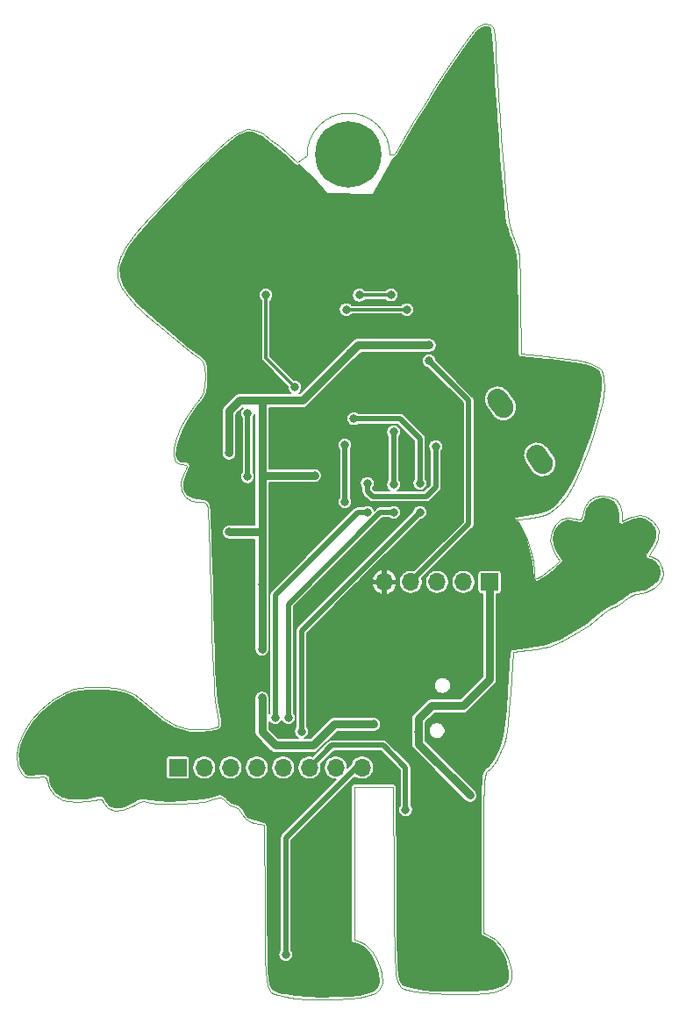
<source format=gbr>
%TF.GenerationSoftware,KiCad,Pcbnew,5.1.6-c6e7f7d~87~ubuntu20.04.1*%
%TF.CreationDate,2020-08-29T22:02:19+08:00*%
%TF.ProjectId,Bluey_Board,426c7565-795f-4426-9f61-72642e6b6963,rev?*%
%TF.SameCoordinates,Original*%
%TF.FileFunction,Copper,L2,Bot*%
%TF.FilePolarity,Positive*%
%FSLAX46Y46*%
G04 Gerber Fmt 4.6, Leading zero omitted, Abs format (unit mm)*
G04 Created by KiCad (PCBNEW 5.1.6-c6e7f7d~87~ubuntu20.04.1) date 2020-08-29 22:02:19*
%MOMM*%
%LPD*%
G01*
G04 APERTURE LIST*
%TA.AperFunction,Profile*%
%ADD10C,0.010000*%
%TD*%
%TA.AperFunction,ComponentPad*%
%ADD11O,1.700000X1.700000*%
%TD*%
%TA.AperFunction,ComponentPad*%
%ADD12R,1.700000X1.700000*%
%TD*%
%TA.AperFunction,ComponentPad*%
%ADD13C,0.800000*%
%TD*%
%TA.AperFunction,ComponentPad*%
%ADD14C,6.400000*%
%TD*%
%TA.AperFunction,ViaPad*%
%ADD15C,0.800000*%
%TD*%
%TA.AperFunction,Conductor*%
%ADD16C,0.500000*%
%TD*%
%TA.AperFunction,Conductor*%
%ADD17C,0.800000*%
%TD*%
%TA.AperFunction,Conductor*%
%ADD18C,0.300000*%
%TD*%
%TA.AperFunction,Conductor*%
%ADD19C,0.200000*%
%TD*%
G04 APERTURE END LIST*
D10*
X2550000Y35400000D02*
X2200000Y35400000D01*
X2730069Y35629155D02*
X2550000Y35400000D01*
X-5800000Y35300000D02*
X-6733876Y34653732D01*
X-5798806Y35302271D02*
G75*
G02*
X2200000Y35400000I3998806J97729D01*
G01*
X-33874220Y-22530080D02*
X-33777700Y-23500760D01*
X-33777700Y-23500760D02*
X-33408065Y-24232594D01*
X-33408065Y-24232594D02*
X-33086504Y-24582740D01*
X-33086504Y-24582740D02*
X-32748465Y-24730279D01*
X-32748465Y-24730279D02*
X-32227862Y-24726982D01*
X-32227862Y-24726982D02*
X-31926398Y-24694445D01*
X-31926398Y-24694445D02*
X-31314548Y-24637269D01*
X-31314548Y-24637269D02*
X-31012695Y-24682125D01*
X-31012695Y-24682125D02*
X-30912190Y-24868251D01*
X-30912190Y-24868251D02*
X-30903333Y-25063927D01*
X-30903333Y-25063927D02*
X-30716476Y-25716641D01*
X-30716476Y-25716641D02*
X-30226592Y-26348279D01*
X-30226592Y-26348279D02*
X-29539717Y-26828766D01*
X-29539717Y-26828766D02*
X-29421476Y-26881746D01*
X-29421476Y-26881746D02*
X-28813332Y-27011951D01*
X-28813332Y-27011951D02*
X-27968629Y-27048752D01*
X-27968629Y-27048752D02*
X-27062428Y-26997641D01*
X-27062428Y-26997641D02*
X-26269788Y-26864110D01*
X-26269788Y-26864110D02*
X-25985025Y-26773944D01*
X-25985025Y-26773944D02*
X-25660739Y-26776332D01*
X-25660739Y-26776332D02*
X-25422880Y-27139638D01*
X-25422880Y-27139638D02*
X-25410429Y-27171738D01*
X-25410429Y-27171738D02*
X-25020583Y-27670476D01*
X-25020583Y-27670476D02*
X-24391898Y-27897106D01*
X-24391898Y-27897106D02*
X-23613115Y-27847664D01*
X-23613115Y-27847664D02*
X-22772976Y-27518187D01*
X-22772976Y-27518187D02*
X-22436066Y-27304572D01*
X-22436066Y-27304572D02*
X-22011247Y-27065356D01*
X-22011247Y-27065356D02*
X-21567908Y-27015819D01*
X-21567908Y-27015819D02*
X-20941489Y-27126300D01*
X-20941489Y-27126300D02*
X-20161903Y-27229407D01*
X-20161903Y-27229407D02*
X-19118542Y-27263996D01*
X-19118542Y-27263996D02*
X-17945364Y-27236722D01*
X-17945364Y-27236722D02*
X-16776324Y-27154239D01*
X-16776324Y-27154239D02*
X-15745380Y-27023200D01*
X-15745380Y-27023200D02*
X-14986488Y-26850260D01*
X-14986488Y-26850260D02*
X-14920674Y-26827233D01*
X-14920674Y-26827233D02*
X-14376728Y-26645366D01*
X-14376728Y-26645366D02*
X-14064502Y-26644603D01*
X-14064502Y-26644603D02*
X-13822322Y-26849674D01*
X-13822322Y-26849674D02*
X-13693709Y-27014915D01*
X-13693709Y-27014915D02*
X-13267402Y-27383557D01*
X-13267402Y-27383557D02*
X-12848869Y-27521247D01*
X-12848869Y-27521247D02*
X-12391128Y-27718048D01*
X-12391128Y-27718048D02*
X-12065000Y-28209164D01*
X-12065000Y-28209164D02*
X-11742147Y-28700885D01*
X-11742147Y-28700885D02*
X-11255097Y-28981598D01*
X-11255097Y-28981598D02*
X-10855251Y-29090372D01*
X-10855251Y-29090372D02*
X-9963002Y-29288245D01*
X-9963002Y-29288245D02*
X-9902751Y-37073449D01*
X-9902751Y-37073449D02*
X-9887826Y-39172445D01*
X-9887826Y-39172445D02*
X-9872532Y-40888655D01*
X-9872532Y-40888655D02*
X-9847601Y-42262532D01*
X-9847601Y-42262532D02*
X-9803768Y-43334528D01*
X-9803768Y-43334528D02*
X-9731765Y-44145098D01*
X-9731765Y-44145098D02*
X-9622323Y-44734694D01*
X-9622323Y-44734694D02*
X-9466178Y-45143770D01*
X-9466178Y-45143770D02*
X-9254060Y-45412778D01*
X-9254060Y-45412778D02*
X-8976703Y-45582172D01*
X-8976703Y-45582172D02*
X-8624840Y-45692406D01*
X-8624840Y-45692406D02*
X-8189203Y-45783932D01*
X-8189203Y-45783932D02*
X-7893416Y-45844618D01*
X-7893416Y-45844618D02*
X-6940102Y-45988821D01*
X-6940102Y-45988821D02*
X-5738146Y-46081948D01*
X-5738146Y-46081948D02*
X-4401023Y-46124430D01*
X-4401023Y-46124430D02*
X-3042211Y-46116698D01*
X-3042211Y-46116698D02*
X-1775188Y-46059180D01*
X-1775188Y-46059180D02*
X-713429Y-45952309D01*
X-713429Y-45952309D02*
X-28849Y-45814791D01*
X-28849Y-45814791D02*
X784366Y-45495917D01*
X784366Y-45495917D02*
X1257495Y-45076644D01*
X1257495Y-45076644D02*
X1433281Y-44474314D01*
X1433281Y-44474314D02*
X1354470Y-43606271D01*
X1354470Y-43606271D02*
X1285618Y-43272946D01*
X1285618Y-43272946D02*
X943028Y-42286869D01*
X943028Y-42286869D02*
X420345Y-41425083D01*
X420345Y-41425083D02*
X-205270Y-40791610D01*
X-205270Y-40791610D02*
X-764417Y-40509334D01*
X-764417Y-40509334D02*
X-1270000Y-40382440D01*
X-1270000Y-40382440D02*
X-1270000Y-25611667D01*
X-1270000Y-25611667D02*
X2527326Y-25611667D01*
X2527326Y-25611667D02*
X2586580Y-35048022D01*
X2586580Y-35048022D02*
X2598878Y-37346615D01*
X2598878Y-37346615D02*
X2609215Y-39258870D01*
X2609215Y-39258870D02*
X2624926Y-40821681D01*
X2624926Y-40821681D02*
X2653348Y-42071941D01*
X2653348Y-42071941D02*
X2701816Y-43046545D01*
X2701816Y-43046545D02*
X2777664Y-43782384D01*
X2777664Y-43782384D02*
X2888229Y-44316354D01*
X2888229Y-44316354D02*
X3040846Y-44685348D01*
X3040846Y-44685348D02*
X3242851Y-44926258D01*
X3242851Y-44926258D02*
X3501578Y-45075979D01*
X3501578Y-45075979D02*
X3824365Y-45171405D01*
X3824365Y-45171405D02*
X4218545Y-45249428D01*
X4218545Y-45249428D02*
X4631586Y-45333277D01*
X4631586Y-45333277D02*
X5420422Y-45452940D01*
X5420422Y-45452940D02*
X6484060Y-45535778D01*
X6484060Y-45535778D02*
X7714907Y-45581762D01*
X7714907Y-45581762D02*
X9005370Y-45590861D01*
X9005370Y-45590861D02*
X10247857Y-45563045D01*
X10247857Y-45563045D02*
X11334775Y-45498284D01*
X11334775Y-45498284D02*
X12158533Y-45396549D01*
X12158533Y-45396549D02*
X12425891Y-45335452D01*
X12425891Y-45335452D02*
X13260476Y-45020350D01*
X13260476Y-45020350D02*
X13737706Y-44624037D01*
X13737706Y-44624037D02*
X13923480Y-44057064D01*
X13923480Y-44057064D02*
X13897290Y-43338199D01*
X13897290Y-43338199D02*
X13603411Y-42129927D01*
X13603411Y-42129927D02*
X13059462Y-41087485D01*
X13059462Y-41087485D02*
X12325330Y-40313248D01*
X12325330Y-40313248D02*
X12009284Y-40110833D01*
X12009284Y-40110833D02*
X11219477Y-39687500D01*
X11219477Y-39687500D02*
X11218905Y-32025101D01*
X11218905Y-32025101D02*
X11221677Y-29936810D01*
X11221677Y-29936810D02*
X11231168Y-28236337D01*
X11231168Y-28236337D02*
X11248626Y-26888204D01*
X11248626Y-26888204D02*
X11275301Y-25856932D01*
X11275301Y-25856932D02*
X11312442Y-25107041D01*
X11312442Y-25107041D02*
X11361297Y-24603053D01*
X11361297Y-24603053D02*
X11423115Y-24309488D01*
X11423115Y-24309488D02*
X11494587Y-24193434D01*
X11494587Y-24193434D02*
X11957002Y-23757201D01*
X11957002Y-23757201D02*
X12458964Y-23044109D01*
X12458964Y-23044109D02*
X12919957Y-22183250D01*
X12919957Y-22183250D02*
X13222076Y-21423705D01*
X13222076Y-21423705D02*
X13394354Y-20681763D01*
X13394354Y-20681763D02*
X13557755Y-19562493D01*
X13557755Y-19562493D02*
X13706651Y-18111889D01*
X13706651Y-18111889D02*
X13830767Y-16449539D01*
X13830767Y-16449539D02*
X14075833Y-12594167D01*
X14075833Y-12594167D02*
X15415015Y-12446464D01*
X15415015Y-12446464D02*
X16274355Y-12325053D01*
X16274355Y-12325053D02*
X17089281Y-12166447D01*
X17089281Y-12166447D02*
X17531682Y-12050357D01*
X17531682Y-12050357D02*
X18765201Y-11551487D01*
X18765201Y-11551487D02*
X20107928Y-10838178D01*
X20107928Y-10838178D02*
X21386156Y-10010905D01*
X21386156Y-10010905D02*
X22280563Y-9303549D01*
X22280563Y-9303549D02*
X22895567Y-8792804D01*
X22895567Y-8792804D02*
X23424869Y-8419666D01*
X23424869Y-8419666D02*
X23763940Y-8256934D01*
X23763940Y-8256934D02*
X23786139Y-8255000D01*
X23786139Y-8255000D02*
X24136734Y-8123024D01*
X24136734Y-8123024D02*
X24631787Y-7790805D01*
X24631787Y-7790805D02*
X24838494Y-7620000D01*
X24838494Y-7620000D02*
X25373865Y-7230617D01*
X25373865Y-7230617D02*
X25860037Y-7006439D01*
X25860037Y-7006439D02*
X25996247Y-6985000D01*
X25996247Y-6985000D02*
X26897951Y-6829782D01*
X26897951Y-6829782D02*
X27690803Y-6415409D01*
X27690803Y-6415409D02*
X28277937Y-5818799D01*
X28277937Y-5818799D02*
X28562488Y-5116870D01*
X28562488Y-5116870D02*
X28575000Y-4937270D01*
X28575000Y-4937270D02*
X28427935Y-4266920D01*
X28427935Y-4266920D02*
X28054115Y-3714443D01*
X28054115Y-3714443D02*
X27554602Y-3410314D01*
X27554602Y-3410314D02*
X27373937Y-3386667D01*
X27373937Y-3386667D02*
X27177349Y-3339479D01*
X27177349Y-3339479D02*
X27261718Y-3144443D01*
X27261718Y-3144443D02*
X27497121Y-2878305D01*
X27497121Y-2878305D02*
X27841252Y-2327888D01*
X27841252Y-2327888D02*
X28070114Y-1631417D01*
X28070114Y-1631417D02*
X28089684Y-1512689D01*
X28089684Y-1512689D02*
X28122299Y-911978D01*
X28122299Y-911978D02*
X27967126Y-478833D01*
X27967126Y-478833D02*
X27559448Y-10217D01*
X27559448Y-10217D02*
X26961474Y462203D01*
X26961474Y462203D02*
X26359679Y611330D01*
X26359679Y611330D02*
X25620095Y457125D01*
X25620095Y457125D02*
X25287368Y328301D01*
X25287368Y328301D02*
X24553333Y21601D01*
X24553333Y21601D02*
X24553333Y761255D01*
X24553333Y761255D02*
X24391062Y1555069D01*
X24391062Y1555069D02*
X23963414Y2114610D01*
X23963414Y2114610D02*
X23359139Y2437567D01*
X23359139Y2437567D02*
X22666986Y2521629D01*
X22666986Y2521629D02*
X21975705Y2364485D01*
X21975705Y2364485D02*
X21374045Y1963823D01*
X21374045Y1963823D02*
X20950755Y1317332D01*
X20950755Y1317332D02*
X20826478Y858314D01*
X20826478Y858314D02*
X20722565Y345085D01*
X20722565Y345085D02*
X20566530Y162998D01*
X20566530Y162998D02*
X20252109Y223339D01*
X20252109Y223339D02*
X20122922Y270952D01*
X20122922Y270952D02*
X19335021Y386155D01*
X19335021Y386155D02*
X18652602Y159576D01*
X18652602Y159576D02*
X18119597Y-331731D01*
X18119597Y-331731D02*
X17779941Y-1010714D01*
X17779941Y-1010714D02*
X17677568Y-1800318D01*
X17677568Y-1800318D02*
X17856411Y-2623491D01*
X17856411Y-2623491D02*
X18163238Y-3166037D01*
X18163238Y-3166037D02*
X18599808Y-3756530D01*
X18599808Y-3756530D02*
X18031154Y-4279970D01*
X18031154Y-4279970D02*
X17428274Y-4790396D01*
X17428274Y-4790396D02*
X16845135Y-5211405D01*
X16845135Y-5211405D02*
X16396193Y-5464330D01*
X16396193Y-5464330D02*
X16251236Y-5503333D01*
X16251236Y-5503333D02*
X16147024Y-5315772D01*
X16147024Y-5315772D02*
X16090197Y-4848675D01*
X16090197Y-4848675D02*
X16086667Y-4678962D01*
X16086667Y-4678962D02*
X15995561Y-3863565D01*
X15995561Y-3863565D02*
X15755940Y-2843154D01*
X15755940Y-2843154D02*
X15418342Y-1786332D01*
X15418342Y-1786332D02*
X15033310Y-861697D01*
X15033310Y-861697D02*
X14830269Y-487708D01*
X14830269Y-487708D02*
X14413492Y188751D01*
X14413492Y188751D02*
X15408829Y319660D01*
X15408829Y319660D02*
X16417828Y467793D01*
X16417828Y467793D02*
X17123896Y628648D01*
X17123896Y628648D02*
X17645944Y850431D01*
X17645944Y850431D02*
X18102885Y1181348D01*
X18102885Y1181348D02*
X18529035Y1584562D01*
X18529035Y1584562D02*
X19232925Y2438892D01*
X19232925Y2438892D02*
X19928319Y3596631D01*
X19928319Y3596631D02*
X20631218Y5090317D01*
X20631218Y5090317D02*
X21357629Y6952491D01*
X21357629Y6952491D02*
X21809677Y8255000D01*
X21809677Y8255000D02*
X22337681Y10007916D01*
X22337681Y10007916D02*
X22687051Y11556372D01*
X22687051Y11556372D02*
X22853749Y12861538D01*
X22853749Y12861538D02*
X22833735Y13884588D01*
X22833735Y13884588D02*
X22622969Y14586692D01*
X22622969Y14586692D02*
X22487078Y14766255D01*
X22487078Y14766255D02*
X22089541Y15044082D01*
X22089541Y15044082D02*
X21466956Y15283341D01*
X21466956Y15283341D02*
X20572543Y15494526D01*
X20572543Y15494526D02*
X19359520Y15688127D01*
X19359520Y15688127D02*
X17781107Y15874638D01*
X17781107Y15874638D02*
X17347028Y15919080D01*
X17347028Y15919080D02*
X14843648Y16169376D01*
X14843648Y16169376D02*
X14777240Y21155105D01*
X14777240Y21155105D02*
X14753717Y22749775D01*
X14753717Y22749775D02*
X14727388Y23981110D01*
X14727388Y23981110D02*
X14692831Y24909101D01*
X14692831Y24909101D02*
X14644626Y25593738D01*
X14644626Y25593738D02*
X14577353Y26095011D01*
X14577353Y26095011D02*
X14485593Y26472912D01*
X14485593Y26472912D02*
X14363924Y26787430D01*
X14363924Y26787430D02*
X14247060Y27022998D01*
X14247060Y27022998D02*
X13988859Y27678947D01*
X13988859Y27678947D02*
X13748017Y28570437D01*
X13748017Y28570437D02*
X13574439Y29510931D01*
X13574439Y29510931D02*
X13567493Y29562998D01*
X13567493Y29562998D02*
X13460956Y30501736D01*
X13460956Y30501736D02*
X13337486Y31790898D01*
X13337486Y31790898D02*
X13202549Y33358168D01*
X13202549Y33358168D02*
X13061616Y35131228D01*
X13061616Y35131228D02*
X12920154Y37037764D01*
X12920154Y37037764D02*
X12783631Y39005458D01*
X12783631Y39005458D02*
X12657518Y40961994D01*
X12657518Y40961994D02*
X12547281Y42835056D01*
X12547281Y42835056D02*
X12505780Y43603333D01*
X12505780Y43603333D02*
X12434307Y44835097D01*
X12434307Y44835097D02*
X12357227Y45937042D01*
X12357227Y45937042D02*
X12280962Y46832212D01*
X12280962Y46832212D02*
X12211932Y47443652D01*
X12211932Y47443652D02*
X12165800Y47677917D01*
X12165800Y47677917D02*
X11849451Y47980581D01*
X11849451Y47980581D02*
X11328308Y48017922D01*
X11328308Y48017922D02*
X10730827Y47785678D01*
X10730827Y47785678D02*
X10644060Y47728377D01*
X10644060Y47728377D02*
X10299057Y47381704D01*
X10299057Y47381704D02*
X9773320Y46715932D01*
X9773320Y46715932D02*
X9097425Y45778785D01*
X9097425Y45778785D02*
X8301948Y44617989D01*
X8301948Y44617989D02*
X7417463Y43281267D01*
X7417463Y43281267D02*
X6474547Y41816346D01*
X6474547Y41816346D02*
X5503774Y40270949D01*
X5503774Y40270949D02*
X4535719Y38692802D01*
X4535719Y38692802D02*
X3600959Y37129629D01*
X3600959Y37129629D02*
X2730069Y35629155D01*
X-6733876Y34653732D02*
X-7661352Y35470129D01*
X-7661352Y35470129D02*
X-8559267Y36233669D01*
X-8559267Y36233669D02*
X-9352096Y36878595D01*
X-9352096Y36878595D02*
X-9964316Y37339150D01*
X-9964316Y37339150D02*
X-10230655Y37509045D01*
X-10230655Y37509045D02*
X-10948302Y37811448D01*
X-10948302Y37811448D02*
X-11585926Y37834423D01*
X-11585926Y37834423D02*
X-12332082Y37579551D01*
X-12332082Y37579551D02*
X-12443701Y37527605D01*
X-12443701Y37527605D02*
X-12884924Y37235617D01*
X-12884924Y37235617D02*
X-13567305Y36679252D01*
X-13567305Y36679252D02*
X-14443477Y35903916D01*
X-14443477Y35903916D02*
X-15466076Y34955014D01*
X-15466076Y34955014D02*
X-16587735Y33877953D01*
X-16587735Y33877953D02*
X-17761089Y32718139D01*
X-17761089Y32718139D02*
X-18938773Y31520977D01*
X-18938773Y31520977D02*
X-20073420Y30331875D01*
X-20073420Y30331875D02*
X-21009865Y29315833D01*
X-21009865Y29315833D02*
X-22276247Y27848251D01*
X-22276247Y27848251D02*
X-23210794Y26588158D01*
X-23210794Y26588158D02*
X-23819670Y25488156D01*
X-23819670Y25488156D02*
X-24109036Y24500845D01*
X-24109036Y24500845D02*
X-24085057Y23578826D01*
X-24085057Y23578826D02*
X-23753895Y22674699D01*
X-23753895Y22674699D02*
X-23121713Y21741066D01*
X-23121713Y21741066D02*
X-22194675Y20730527D01*
X-22194675Y20730527D02*
X-22133976Y20670514D01*
X-22133976Y20670514D02*
X-21445626Y20025396D01*
X-21445626Y20025396D02*
X-20556230Y19238532D01*
X-20556230Y19238532D02*
X-19553790Y18382993D01*
X-19553790Y18382993D02*
X-18526308Y17531850D01*
X-18526308Y17531850D02*
X-17561787Y16758174D01*
X-17561787Y16758174D02*
X-16748229Y16135034D01*
X-16748229Y16135034D02*
X-16245417Y15781085D01*
X-16245417Y15781085D02*
X-15936693Y15547686D01*
X-15936693Y15547686D02*
X-15761992Y15272332D01*
X-15761992Y15272332D02*
X-15683555Y14835554D01*
X-15683555Y14835554D02*
X-15663623Y14117887D01*
X-15663623Y14117887D02*
X-15663333Y13939430D01*
X-15663333Y13939430D02*
X-15679983Y13137407D01*
X-15679983Y13137407D02*
X-15768611Y12586748D01*
X-15768611Y12586748D02*
X-15987243Y12115715D01*
X-15987243Y12115715D02*
X-16393899Y11552568D01*
X-16393899Y11552568D02*
X-16526900Y11383386D01*
X-16526900Y11383386D02*
X-17328207Y10254633D01*
X-17328207Y10254633D02*
X-17958279Y9136898D01*
X-17958279Y9136898D02*
X-18405079Y8082074D01*
X-18405079Y8082074D02*
X-18656567Y7142050D01*
X-18656567Y7142050D02*
X-18700706Y6368718D01*
X-18700706Y6368718D02*
X-18525455Y5813968D01*
X-18525455Y5813968D02*
X-18118777Y5529691D01*
X-18118777Y5529691D02*
X-17891072Y5503333D01*
X-17891072Y5503333D02*
X-17505293Y5487880D01*
X-17505293Y5487880D02*
X-17389883Y5369725D01*
X-17389883Y5369725D02*
X-17514306Y5041180D01*
X-17514306Y5041180D02*
X-17672863Y4733778D01*
X-17672863Y4733778D02*
X-17981210Y3820963D01*
X-17981210Y3820963D02*
X-17941950Y3016542D01*
X-17941950Y3016542D02*
X-17587021Y2386870D01*
X-17587021Y2386870D02*
X-16948361Y1998302D01*
X-16948361Y1998302D02*
X-16311303Y1905000D01*
X-16311303Y1905000D02*
X-15787024Y1882637D01*
X-15787024Y1882637D02*
X-15529370Y1737193D01*
X-15529370Y1737193D02*
X-15415493Y1351136D01*
X-15415493Y1351136D02*
X-15371029Y1005417D01*
X-15371029Y1005417D02*
X-15342575Y599198D01*
X-15342575Y599198D02*
X-15306467Y-179295D01*
X-15306467Y-179295D02*
X-15264400Y-1279106D01*
X-15264400Y-1279106D02*
X-15218071Y-2649279D01*
X-15218071Y-2649279D02*
X-15169175Y-4238860D01*
X-15169175Y-4238860D02*
X-15119409Y-5996891D01*
X-15119409Y-5996891D02*
X-15070467Y-7872417D01*
X-15070467Y-7872417D02*
X-15055802Y-8466667D01*
X-15055802Y-8466667D02*
X-14996482Y-10765394D01*
X-14996482Y-10765394D02*
X-14938956Y-12679881D01*
X-14938956Y-12679881D02*
X-14881045Y-14249203D01*
X-14881045Y-14249203D02*
X-14820569Y-15512433D01*
X-14820569Y-15512433D02*
X-14755348Y-16508647D01*
X-14755348Y-16508647D02*
X-14683203Y-17276918D01*
X-14683203Y-17276918D02*
X-14601955Y-17856322D01*
X-14601955Y-17856322D02*
X-14509425Y-18285932D01*
X-14509425Y-18285932D02*
X-14507796Y-18291969D01*
X-14507796Y-18291969D02*
X-14320558Y-19149380D01*
X-14320558Y-19149380D02*
X-14322809Y-19648561D01*
X-14322809Y-19648561D02*
X-14383569Y-19759902D01*
X-14383569Y-19759902D02*
X-14699031Y-19890421D01*
X-14699031Y-19890421D02*
X-15292971Y-20005843D01*
X-15292971Y-20005843D02*
X-15851009Y-20065615D01*
X-15851009Y-20065615D02*
X-17225300Y-20030494D01*
X-17225300Y-20030494D02*
X-18461220Y-19687970D01*
X-18461220Y-19687970D02*
X-19650560Y-19002180D01*
X-19650560Y-19002180D02*
X-20600772Y-18209805D01*
X-20600772Y-18209805D02*
X-21625558Y-17303633D01*
X-21625558Y-17303633D02*
X-22499875Y-16677050D01*
X-22499875Y-16677050D02*
X-23340400Y-16281247D01*
X-23340400Y-16281247D02*
X-24263810Y-16067416D01*
X-24263810Y-16067416D02*
X-25386780Y-15986749D01*
X-25386780Y-15986749D02*
X-25929167Y-15980833D01*
X-25929167Y-15980833D02*
X-26970489Y-15995039D01*
X-26970489Y-15995039D02*
X-27724506Y-16053063D01*
X-27724506Y-16053063D02*
X-28326743Y-16178011D01*
X-28326743Y-16178011D02*
X-28912721Y-16392992D01*
X-28912721Y-16392992D02*
X-29256157Y-16548112D01*
X-29256157Y-16548112D02*
X-30483918Y-17266606D01*
X-30483918Y-17266606D02*
X-31571280Y-18175779D01*
X-31571280Y-18175779D02*
X-32486117Y-19216173D01*
X-32486117Y-19216173D02*
X-33196303Y-20328327D01*
X-33196303Y-20328327D02*
X-33669712Y-21452782D01*
X-33669712Y-21452782D02*
X-33874220Y-22530080D01*
%TO.P,BZ1,2*%
%TO.N,Net-(BZ1-Pad2)*%
%TA.AperFunction,ComponentPad*%
G36*
G01*
X15785028Y7223748D02*
X15785029Y7223748D01*
G75*
G02*
X17177757Y6978172I573576J-819152D01*
G01*
X17751333Y6159020D01*
G75*
G02*
X17505757Y4766292I-819152J-573576D01*
G01*
X17505757Y4766292D01*
G75*
G02*
X16113029Y5011868I-573576J819152D01*
G01*
X15539453Y5831020D01*
G75*
G02*
X15785029Y7223748I819152J573576D01*
G01*
G37*
%TD.AperFunction*%
%TO.P,BZ1,1*%
%TO.N,Net-(BZ1-Pad1)*%
%TA.AperFunction,ComponentPad*%
G36*
G01*
X11999423Y12630152D02*
X11999424Y12630152D01*
G75*
G02*
X13392152Y12384576I573576J-819152D01*
G01*
X13965728Y11565424D01*
G75*
G02*
X13720152Y10172696I-819152J-573576D01*
G01*
X13720152Y10172696D01*
G75*
G02*
X12327424Y10418272I-573576J819152D01*
G01*
X11753848Y11237424D01*
G75*
G02*
X11999424Y12630152I819152J573576D01*
G01*
G37*
%TD.AperFunction*%
%TD*%
D11*
%TO.P,CN1,5*%
%TO.N,GND*%
X1651000Y-5842000D03*
%TO.P,CN1,4*%
%TO.N,MCU_P3.4*%
X4191000Y-5842000D03*
%TO.P,CN1,3*%
%TO.N,MCU_P3.3*%
X6731000Y-5842000D03*
%TO.P,CN1,2*%
%TO.N,MCU_P1.1*%
X9271000Y-5842000D03*
D12*
%TO.P,CN1,1*%
%TO.N,+5V*%
X11811000Y-5842000D03*
%TD*%
D11*
%TO.P,CN2,8*%
%TO.N,MCU_P3.0*%
X-508000Y-23749000D03*
%TO.P,CN2,7*%
%TO.N,MCU_P3.1*%
X-3048000Y-23749000D03*
%TO.P,CN2,6*%
%TO.N,MCU_RST*%
X-5588000Y-23749000D03*
%TO.P,CN2,5*%
%TO.N,MCU_P1.7*%
X-8128000Y-23749000D03*
%TO.P,CN2,4*%
%TO.N,MCU_CS*%
X-10668000Y-23749000D03*
%TO.P,CN2,3*%
%TO.N,MCU_MOSI*%
X-13208000Y-23749000D03*
%TO.P,CN2,2*%
%TO.N,MCU_P1.4*%
X-15748000Y-23749000D03*
D12*
%TO.P,CN2,1*%
%TO.N,MCU_P3.2*%
X-18288000Y-23749000D03*
%TD*%
D13*
%TO.P,H1,1*%
%TO.N,Net-(H1-Pad1)*%
X-102944Y37097056D03*
X-1800000Y37800000D03*
X-3497056Y37097056D03*
X-4200000Y35400000D03*
X-3497056Y33702944D03*
X-1800000Y33000000D03*
X-102944Y33702944D03*
X600000Y35400000D03*
D14*
X-1800000Y35400000D03*
%TD*%
D15*
%TO.N,GND*%
X13335000Y-2540000D03*
X10414000Y-13843000D03*
X4953000Y-13208000D03*
X9398000Y-22733000D03*
X3877061Y-22099970D03*
X-21971000Y24130000D03*
X9271000Y28702000D03*
X9017000Y19812000D03*
X9525000Y36322000D03*
X-9144000Y30480000D03*
X-1778000Y12446000D03*
X-5969000Y9271000D03*
X-6731000Y2286000D03*
X-13321000Y1270000D03*
X-11430000Y-17526000D03*
X889000Y-15494000D03*
X5908000Y13446000D03*
X-3338000Y-38354000D03*
X6985000Y-34544000D03*
%TO.N,Net-(C2-Pad2)*%
X-11557000Y10414000D03*
X-11571000Y4318000D03*
%TO.N,+5V*%
X-10160000Y-12319000D03*
X-10160000Y-6096000D03*
X-13321000Y-1016000D03*
X-5080000Y4445000D03*
X-13335000Y6604000D03*
X-1651000Y16256000D03*
X5997000Y17018000D03*
X9906000Y-26416000D03*
X4953000Y-20320000D03*
X635000Y-19558000D03*
X-10160000Y-17018000D03*
%TO.N,595_DATA*%
X0Y3683000D03*
X6604000Y7239000D03*
%TO.N,595_CLOCK*%
X5080000Y3683000D03*
X-1283000Y9919000D03*
%TO.N,595_LATCH*%
X2540000Y3556000D03*
X2540000Y8636000D03*
%TO.N,MCU_MOSI*%
X0Y889000D03*
X-8890000Y-18923000D03*
%TO.N,MCU_P1.7*%
X5080000Y889000D03*
X-6350000Y-20254996D03*
%TO.N,MCU_CS*%
X2540000Y889000D03*
X-7620000Y-18923000D03*
%TO.N,MCU_RST*%
X3697000Y-27813000D03*
%TO.N,MCU_P3.4*%
X5969000Y15494000D03*
%TO.N,/595_QB*%
X-2032000Y20447000D03*
X3810000Y20447000D03*
%TO.N,/595_QC*%
X-762000Y21844000D03*
X2286000Y21858000D03*
%TO.N,/595_QH*%
X-9779000Y21844000D03*
X-6985000Y12954000D03*
%TO.N,MCU_P3.0*%
X-7874000Y-41797000D03*
%TO.N,Net-(U1-Pad9)*%
X-2159000Y7366000D03*
X-2159000Y1905000D03*
%TD*%
D16*
%TO.N,Net-(C2-Pad2)*%
X-11557000Y4332000D02*
X-11571000Y4318000D01*
X-11557000Y10414000D02*
X-11557000Y4332000D01*
D17*
%TO.N,+5V*%
X-10160000Y-12319000D02*
X-10160000Y-6096000D01*
X-10160000Y-1016000D02*
X-13321000Y-1016000D01*
X-10160000Y-6096000D02*
X-10160000Y-1016000D01*
X-10160000Y4445000D02*
X-5080000Y4445000D01*
X-10160000Y-1016000D02*
X-10160000Y4445000D01*
X-6223000Y11684000D02*
X-1651000Y16256000D01*
X-10160000Y11684000D02*
X-6223000Y11684000D01*
X-10160000Y4445000D02*
X-10160000Y11684000D01*
X-13335000Y10668000D02*
X-13335000Y6604000D01*
X-12319000Y11684000D02*
X-13335000Y10668000D01*
X-10160000Y11684000D02*
X-12319000Y11684000D01*
X-1651000Y16256000D02*
X-889000Y17018000D01*
X-889000Y17018000D02*
X5997000Y17018000D01*
X9906000Y-26416000D02*
X4953000Y-21463000D01*
X4953000Y-21463000D02*
X4953000Y-20320000D01*
X11811000Y-15240000D02*
X11811000Y-5842000D01*
X9271000Y-17780000D02*
X11811000Y-15240000D01*
X6223000Y-17780000D02*
X9271000Y-17780000D01*
X4953000Y-19050000D02*
X6223000Y-17780000D01*
X4953000Y-20320000D02*
X4953000Y-19050000D01*
X-3175000Y-19558000D02*
X635000Y-19558000D01*
X-5207000Y-21590000D02*
X-3175000Y-19558000D01*
X-8890000Y-21590000D02*
X-5207000Y-21590000D01*
X-10160000Y-20320000D02*
X-8890000Y-21590000D01*
X-10160000Y-17018000D02*
X-10160000Y-20320000D01*
D16*
%TO.N,595_DATA*%
X0Y3683000D02*
X0Y2921000D01*
X0Y2921000D02*
X508000Y2413000D01*
X508000Y2413000D02*
X5715000Y2413000D01*
X5715000Y2413000D02*
X6604000Y3302000D01*
X6604000Y3302000D02*
X6604000Y7112000D01*
X6604000Y7112000D02*
X6604000Y7239000D01*
%TO.N,595_CLOCK*%
X5080000Y3683000D02*
X5080000Y8001000D01*
X3162000Y9919000D02*
X-1283000Y9919000D01*
X5080000Y8001000D02*
X3162000Y9919000D01*
%TO.N,595_LATCH*%
X2540000Y3556000D02*
X2540000Y8636000D01*
%TO.N,MCU_MOSI*%
X-889000Y889000D02*
X-8890000Y-7112000D01*
X-8890000Y-7112000D02*
X-8890000Y-18923000D01*
X0Y889000D02*
X-889000Y889000D01*
%TO.N,MCU_P1.7*%
X5080000Y889000D02*
X-6350000Y-10541000D01*
X-6350000Y-10541000D02*
X-6350000Y-20254996D01*
%TO.N,MCU_CS*%
X-7620000Y-9271000D02*
X-7620000Y-18923000D01*
X-7620000Y-7989002D02*
X-7620000Y-9271000D01*
X1258002Y889000D02*
X-7620000Y-7989002D01*
X2540000Y889000D02*
X1258002Y889000D01*
%TO.N,MCU_RST*%
X-3429000Y-21590000D02*
X-5588000Y-23749000D01*
X1524000Y-21590000D02*
X-3429000Y-21590000D01*
X3697000Y-23763000D02*
X1524000Y-21590000D01*
X3697000Y-27813000D02*
X3697000Y-23763000D01*
%TO.N,MCU_P3.4*%
X5969000Y15494000D02*
X9779000Y11684000D01*
X9779000Y-254000D02*
X4191000Y-5842000D01*
X9779000Y11684000D02*
X9779000Y-254000D01*
D18*
%TO.N,/595_QB*%
X-2032000Y20447000D02*
X3810000Y20447000D01*
%TO.N,/595_QC*%
X2272000Y21844000D02*
X2286000Y21858000D01*
X-762000Y21844000D02*
X2272000Y21844000D01*
%TO.N,/595_QH*%
X-9779000Y21844000D02*
X-9779000Y15748000D01*
X-9779000Y15748000D02*
X-6985000Y12954000D01*
D16*
%TO.N,MCU_P3.0*%
X-7874000Y-30734000D02*
X-7874000Y-41797000D01*
X-7874000Y-30540002D02*
X-7874000Y-30734000D01*
X-1082998Y-23749000D02*
X-7874000Y-30540002D01*
X-508000Y-23749000D02*
X-1082998Y-23749000D01*
%TO.N,Net-(U1-Pad9)*%
X-2159000Y7366000D02*
X-2159000Y1905000D01*
%TD*%
D19*
%TO.N,GND*%
G36*
X11718022Y47684217D02*
G01*
X11885199Y47524271D01*
X11910262Y47397000D01*
X11977417Y46802169D01*
X12053131Y45913474D01*
X12129923Y44815648D01*
X12201262Y43586194D01*
X12241958Y42832815D01*
X12241929Y42832086D01*
X12242757Y42818012D01*
X12243533Y42803652D01*
X12243646Y42802917D01*
X12352216Y40958169D01*
X12352187Y40957320D01*
X12353092Y40943278D01*
X12353925Y40929126D01*
X12354059Y40928281D01*
X12478348Y39000037D01*
X12478326Y38999287D01*
X12479312Y38985074D01*
X12480226Y38970896D01*
X12480347Y38970158D01*
X12614900Y37030852D01*
X12614883Y37030130D01*
X12615923Y37016114D01*
X12616922Y37001715D01*
X12617046Y37000984D01*
X12756404Y35122794D01*
X12756389Y35121989D01*
X12757515Y35107817D01*
X12758561Y35093726D01*
X12758698Y35092937D01*
X12897401Y33347930D01*
X12897389Y33346926D01*
X12898589Y33332985D01*
X12899695Y33319074D01*
X12899872Y33318088D01*
X13032452Y31778192D01*
X13032448Y31776727D01*
X13033735Y31763291D01*
X13034895Y31749816D01*
X13035164Y31748373D01*
X13156173Y30484906D01*
X13156213Y30482222D01*
X13157605Y30469957D01*
X13158774Y30457751D01*
X13159287Y30455134D01*
X13263089Y29540505D01*
X13263192Y29537511D01*
X13264777Y29525626D01*
X13266128Y29513726D01*
X13266755Y29510800D01*
X13271146Y29477887D01*
X13271787Y29470302D01*
X13273124Y29463056D01*
X13274098Y29455757D01*
X13275838Y29448350D01*
X13447629Y28517543D01*
X13449668Y28505348D01*
X13450335Y28502877D01*
X13450801Y28500355D01*
X13454235Y28488445D01*
X13687103Y27626468D01*
X13687263Y27624485D01*
X13694911Y27597566D01*
X13698321Y27584944D01*
X13699026Y27583082D01*
X13699570Y27581168D01*
X13704353Y27569017D01*
X13714270Y27542832D01*
X13715325Y27541143D01*
X13962573Y26913019D01*
X13967180Y26900868D01*
X13968035Y26899144D01*
X13968741Y26897351D01*
X13974674Y26885762D01*
X14084499Y26664383D01*
X14193922Y26381522D01*
X14277192Y26038584D01*
X14341057Y25562704D01*
X14388229Y24892743D01*
X14422510Y23972179D01*
X14448767Y22744191D01*
X14472265Y21151227D01*
X14538646Y16167571D01*
X14538605Y16139788D01*
X14541958Y16122798D01*
X14543885Y16105589D01*
X14547761Y16093397D01*
X14550239Y16080845D01*
X14556844Y16064832D01*
X14562090Y16048333D01*
X14568268Y16037136D01*
X14573148Y16025305D01*
X14582751Y16010887D01*
X14591114Y15995730D01*
X14599359Y15985951D01*
X14606453Y15975301D01*
X14618681Y15963037D01*
X14629843Y15949799D01*
X14639838Y15941817D01*
X14648873Y15932755D01*
X14663263Y15923109D01*
X14676789Y15912307D01*
X14688146Y15906429D01*
X14698778Y15899303D01*
X14714772Y15892650D01*
X14730147Y15884694D01*
X14742437Y15881144D01*
X14754251Y15876230D01*
X14771232Y15872826D01*
X14787866Y15868021D01*
X14815451Y15865675D01*
X17316361Y15615626D01*
X17747706Y15571463D01*
X19317571Y15385963D01*
X20513390Y15195107D01*
X21376796Y14991243D01*
X21945360Y14772744D01*
X22272916Y14543824D01*
X22346633Y14446417D01*
X22529610Y13836883D01*
X22548370Y12877968D01*
X22386345Y11609388D01*
X22042539Y10085584D01*
X21519470Y8349047D01*
X21071400Y7057997D01*
X20350841Y5210820D01*
X19658923Y3740466D01*
X18983129Y2615357D01*
X18305673Y1793109D01*
X17907798Y1416647D01*
X17494965Y1117673D01*
X17029651Y919991D01*
X16361715Y767824D01*
X15366773Y621755D01*
X14384210Y492526D01*
X14364821Y491336D01*
X14340014Y484799D01*
X14315017Y478973D01*
X14310995Y477151D01*
X14306725Y476026D01*
X14283664Y464772D01*
X14260289Y454185D01*
X14256700Y451614D01*
X14252731Y449677D01*
X14232310Y434141D01*
X14211449Y419197D01*
X14208429Y415974D01*
X14204916Y413301D01*
X14187920Y394082D01*
X14170373Y375352D01*
X14168040Y371602D01*
X14165116Y368295D01*
X14152201Y346138D01*
X14138640Y324336D01*
X14137083Y320200D01*
X14134862Y316390D01*
X14126515Y292132D01*
X14117471Y268110D01*
X14116751Y263756D01*
X14115314Y259578D01*
X14111860Y234153D01*
X14107676Y208834D01*
X14107820Y204417D01*
X14107226Y200045D01*
X14108797Y174449D01*
X14109634Y148787D01*
X14110637Y144485D01*
X14110907Y140080D01*
X14117445Y115271D01*
X14123270Y90276D01*
X14125092Y86254D01*
X14126217Y81984D01*
X14137473Y58918D01*
X14148058Y35548D01*
X14159374Y19752D01*
X14566219Y-640587D01*
X14757777Y-993426D01*
X15131777Y-1891572D01*
X15461761Y-2924562D01*
X15694472Y-3915545D01*
X15782020Y-4699102D01*
X15784646Y-4825313D01*
X15784591Y-4825625D01*
X15785265Y-4855067D01*
X15785575Y-4869989D01*
X15785613Y-4870310D01*
X15785621Y-4870644D01*
X15787472Y-4885860D01*
X15790920Y-4914703D01*
X15791018Y-4915002D01*
X15842326Y-5336736D01*
X15842554Y-5350770D01*
X15845943Y-5366466D01*
X15846065Y-5367471D01*
X15849111Y-5381143D01*
X15855233Y-5409497D01*
X15855637Y-5410430D01*
X15855859Y-5411425D01*
X15867572Y-5437967D01*
X15873140Y-5450815D01*
X15873633Y-5451702D01*
X15880115Y-5466391D01*
X15888177Y-5477878D01*
X15973786Y-5631958D01*
X15976509Y-5639169D01*
X15988337Y-5658146D01*
X15991899Y-5664557D01*
X15996268Y-5670870D01*
X16008288Y-5690156D01*
X16013331Y-5695530D01*
X16017523Y-5701587D01*
X16033846Y-5717388D01*
X16049403Y-5733963D01*
X16055399Y-5738250D01*
X16060691Y-5743373D01*
X16079776Y-5755681D01*
X16098275Y-5768908D01*
X16104996Y-5771945D01*
X16111182Y-5775934D01*
X16132308Y-5784285D01*
X16153026Y-5793646D01*
X16160201Y-5795311D01*
X16167054Y-5798020D01*
X16189425Y-5802093D01*
X16211550Y-5807227D01*
X16218908Y-5807460D01*
X16226163Y-5808781D01*
X16248904Y-5808411D01*
X16271599Y-5809130D01*
X16278862Y-5807923D01*
X16286234Y-5807803D01*
X16308460Y-5803005D01*
X16316021Y-5801748D01*
X16323092Y-5799846D01*
X16344961Y-5795124D01*
X16352037Y-5792057D01*
X16468925Y-5760607D01*
X16491641Y-5755562D01*
X16511614Y-5746765D01*
X16532029Y-5739057D01*
X16551776Y-5726749D01*
X16970562Y-5490814D01*
X16972608Y-5490111D01*
X16996669Y-5476106D01*
X17007888Y-5469785D01*
X17009656Y-5468546D01*
X17011527Y-5467457D01*
X17021974Y-5459915D01*
X17044767Y-5443943D01*
X17046264Y-5442378D01*
X17604280Y-5039508D01*
X17613924Y-5032848D01*
X17616353Y-5030792D01*
X17618948Y-5028918D01*
X17627776Y-5021120D01*
X18221661Y-4518311D01*
X18226697Y-4514516D01*
X18233038Y-4508679D01*
X18239662Y-4503071D01*
X18244081Y-4498514D01*
X18805418Y-3981811D01*
X18826582Y-3962686D01*
X18836407Y-3949479D01*
X18847371Y-3937194D01*
X18854298Y-3925432D01*
X18862444Y-3914483D01*
X18869505Y-3899612D01*
X18877860Y-3885425D01*
X18882359Y-3872538D01*
X18888212Y-3860211D01*
X18892236Y-3844249D01*
X18897663Y-3828704D01*
X18899562Y-3815187D01*
X18902898Y-3801953D01*
X18903730Y-3785514D01*
X18906021Y-3769208D01*
X18905246Y-3755579D01*
X18905936Y-3741950D01*
X18903545Y-3725662D01*
X18902610Y-3709225D01*
X18899191Y-3696010D01*
X18897209Y-3682508D01*
X18891688Y-3667004D01*
X18887563Y-3651060D01*
X18881630Y-3638762D01*
X18877053Y-3625910D01*
X18868612Y-3611780D01*
X18861457Y-3596948D01*
X18844281Y-3574158D01*
X18419559Y-2999691D01*
X18144646Y-2513578D01*
X17986826Y-1787168D01*
X18075780Y-1101058D01*
X18367382Y-518136D01*
X18811034Y-109192D01*
X19362475Y73898D01*
X20047307Y-26234D01*
X20127867Y-55926D01*
X20136739Y-60591D01*
X20155970Y-66283D01*
X20160685Y-68021D01*
X20170352Y-70540D01*
X20179919Y-73372D01*
X20184848Y-74318D01*
X20204261Y-79377D01*
X20214269Y-79964D01*
X20504873Y-135735D01*
X20530008Y-141293D01*
X20549348Y-141705D01*
X20568596Y-143469D01*
X20579302Y-142342D01*
X20590073Y-142571D01*
X20609114Y-139203D01*
X20628346Y-137178D01*
X20638634Y-133981D01*
X20649235Y-132106D01*
X20667252Y-125089D01*
X20685719Y-119350D01*
X20695183Y-114209D01*
X20705217Y-110301D01*
X20721513Y-99907D01*
X20738513Y-90673D01*
X20746796Y-83781D01*
X20755871Y-77993D01*
X20769825Y-64620D01*
X20784697Y-52246D01*
X20800910Y-32217D01*
X20936409Y125905D01*
X20938533Y127636D01*
X20955895Y148645D01*
X20963907Y157994D01*
X20965477Y160239D01*
X20976806Y173947D01*
X20982652Y184795D01*
X20989716Y194895D01*
X20996873Y211183D01*
X21005308Y226836D01*
X21008924Y238611D01*
X21013884Y249900D01*
X21017726Y267275D01*
X21018527Y269883D01*
X21020959Y281894D01*
X21026856Y308562D01*
X21026914Y311308D01*
X21123456Y788126D01*
X21232485Y1190824D01*
X21595035Y1744547D01*
X22098046Y2079515D01*
X22682870Y2212460D01*
X23265711Y2141673D01*
X23761279Y1876814D01*
X24106253Y1425444D01*
X24248334Y730397D01*
X24248333Y36102D01*
X24246860Y20657D01*
X24249838Y-8656D01*
X24252747Y-38188D01*
X24252885Y-38643D01*
X24252933Y-39115D01*
X24261592Y-67346D01*
X24270187Y-95681D01*
X24270411Y-96100D01*
X24270550Y-96553D01*
X24284500Y-122460D01*
X24298508Y-148666D01*
X24298811Y-149036D01*
X24299035Y-149451D01*
X24317667Y-172012D01*
X24336622Y-195110D01*
X24336994Y-195416D01*
X24337292Y-195776D01*
X24359979Y-214278D01*
X24383065Y-233224D01*
X24383486Y-233449D01*
X24383850Y-233746D01*
X24409851Y-247541D01*
X24436050Y-261545D01*
X24436504Y-261683D01*
X24436923Y-261905D01*
X24465248Y-270402D01*
X24493543Y-278985D01*
X24494015Y-279031D01*
X24494470Y-279168D01*
X24523847Y-281970D01*
X24553333Y-284874D01*
X24553808Y-284827D01*
X24554277Y-284872D01*
X24583565Y-281896D01*
X24613122Y-278985D01*
X24613577Y-278847D01*
X24614049Y-278799D01*
X24642207Y-270162D01*
X24670615Y-261545D01*
X24684306Y-254227D01*
X25401253Y45332D01*
X25706863Y163658D01*
X26353838Y298553D01*
X26824127Y182014D01*
X27348031Y-231889D01*
X27699350Y-635723D01*
X27814411Y-956900D01*
X27786036Y-1479526D01*
X27773006Y-1558573D01*
X27563040Y-2197543D01*
X27251917Y-2695169D01*
X27050983Y-2922338D01*
X27048409Y-2924384D01*
X27031121Y-2944793D01*
X27023342Y-2953588D01*
X27021423Y-2956243D01*
X27009577Y-2970227D01*
X27003859Y-2980534D01*
X26996957Y-2990081D01*
X26989325Y-3006736D01*
X26987733Y-3009606D01*
X26983064Y-3020399D01*
X26971929Y-3044699D01*
X26971169Y-3047897D01*
X26904801Y-3201320D01*
X26899021Y-3211183D01*
X26892907Y-3228816D01*
X26891473Y-3232131D01*
X26888004Y-3242958D01*
X26879339Y-3267947D01*
X26878841Y-3271553D01*
X26877731Y-3275015D01*
X26874731Y-3301280D01*
X26871111Y-3327460D01*
X26871325Y-3331089D01*
X26870912Y-3334706D01*
X26873094Y-3361070D01*
X26874650Y-3387434D01*
X26875568Y-3390950D01*
X26875868Y-3394579D01*
X26883147Y-3419994D01*
X26889821Y-3445566D01*
X26891410Y-3448841D01*
X26892411Y-3452337D01*
X26904504Y-3475834D01*
X26916043Y-3499622D01*
X26918239Y-3502523D01*
X26919904Y-3505758D01*
X26936349Y-3526444D01*
X26952307Y-3547524D01*
X26955028Y-3549942D01*
X26957290Y-3552787D01*
X26977446Y-3569861D01*
X26997218Y-3587429D01*
X27000357Y-3589269D01*
X27003133Y-3591620D01*
X27026244Y-3604440D01*
X27049053Y-3617807D01*
X27052491Y-3618999D01*
X27055671Y-3620763D01*
X27080842Y-3628829D01*
X27091600Y-3632559D01*
X27095116Y-3633403D01*
X27112885Y-3639097D01*
X27124244Y-3640395D01*
X27274628Y-3676492D01*
X27275643Y-3676951D01*
X27303777Y-3683489D01*
X27317309Y-3686737D01*
X27318409Y-3686889D01*
X27319506Y-3687144D01*
X27333481Y-3688973D01*
X27361917Y-3692905D01*
X27363023Y-3692840D01*
X27451074Y-3704364D01*
X27838745Y-3940399D01*
X28142554Y-4389405D01*
X28267691Y-4959808D01*
X28261599Y-5047259D01*
X28018047Y-5648054D01*
X27507046Y-6167304D01*
X26799072Y-6537318D01*
X25946712Y-6684042D01*
X25815352Y-6704718D01*
X25788466Y-6708439D01*
X25771560Y-6714303D01*
X25754239Y-6718805D01*
X25729801Y-6730629D01*
X25259696Y-6947398D01*
X25245415Y-6952359D01*
X25219130Y-6967783D01*
X25193703Y-6982689D01*
X25182407Y-6992728D01*
X24663586Y-7370075D01*
X24655757Y-7375344D01*
X24651464Y-7378891D01*
X24646985Y-7382149D01*
X24639969Y-7388390D01*
X24449221Y-7546009D01*
X23996168Y-7850044D01*
X23715462Y-7955712D01*
X23712633Y-7956242D01*
X23687785Y-7960072D01*
X23683141Y-7961763D01*
X23678288Y-7962672D01*
X23654973Y-7972023D01*
X23645472Y-7975483D01*
X23641035Y-7977613D01*
X23622525Y-7985036D01*
X23614039Y-7990569D01*
X23310507Y-8136245D01*
X23300544Y-8139541D01*
X23283502Y-8149205D01*
X23279400Y-8151174D01*
X23270479Y-8156591D01*
X23261372Y-8161755D01*
X23257640Y-8164386D01*
X23240908Y-8174545D01*
X23233180Y-8181629D01*
X22722225Y-8541835D01*
X22712227Y-8548600D01*
X22709971Y-8550474D01*
X22707593Y-8552150D01*
X22698529Y-8559976D01*
X22088543Y-9066554D01*
X21208309Y-9762703D01*
X19953248Y-10574983D01*
X18636136Y-11274685D01*
X17435403Y-11760296D01*
X17021370Y-11868942D01*
X16223858Y-12024159D01*
X15376972Y-12143811D01*
X14053788Y-12289750D01*
X14035231Y-12290394D01*
X14009390Y-12296473D01*
X13983451Y-12301948D01*
X13980197Y-12303341D01*
X13976748Y-12304152D01*
X13952583Y-12315158D01*
X13928216Y-12325586D01*
X13925299Y-12327585D01*
X13922073Y-12329054D01*
X13900487Y-12344586D01*
X13878656Y-12359545D01*
X13876190Y-12362069D01*
X13873305Y-12364145D01*
X13855173Y-12383582D01*
X13836671Y-12402520D01*
X13834739Y-12405487D01*
X13832322Y-12408077D01*
X13818356Y-12430636D01*
X13803878Y-12452862D01*
X13802561Y-12456150D01*
X13800698Y-12459159D01*
X13791407Y-12483994D01*
X13781537Y-12508632D01*
X13780887Y-12512114D01*
X13779646Y-12515430D01*
X13775374Y-12541623D01*
X13770505Y-12567691D01*
X13770722Y-12586248D01*
X13526490Y-16428492D01*
X13402812Y-18084973D01*
X13255015Y-19524868D01*
X13094386Y-20625151D01*
X12930179Y-21332330D01*
X12642936Y-22054477D01*
X12198864Y-22883739D01*
X11725318Y-23556465D01*
X11288829Y-23968241D01*
X11269997Y-23984901D01*
X11257925Y-24000776D01*
X11244830Y-24015817D01*
X11232334Y-24037642D01*
X11175142Y-24130507D01*
X11170213Y-24136378D01*
X11159430Y-24156020D01*
X11155561Y-24162302D01*
X11152214Y-24169163D01*
X11141300Y-24189044D01*
X11139069Y-24196113D01*
X11135819Y-24202776D01*
X11130043Y-24224711D01*
X11127747Y-24231987D01*
X11126228Y-24239202D01*
X11120521Y-24260875D01*
X11120053Y-24268525D01*
X11068627Y-24512737D01*
X11067883Y-24514541D01*
X11062460Y-24542022D01*
X11059757Y-24554859D01*
X11059544Y-24556802D01*
X11059165Y-24558721D01*
X11057900Y-24571776D01*
X11054842Y-24599622D01*
X11055012Y-24601568D01*
X11009615Y-25069881D01*
X11008557Y-25076997D01*
X11008172Y-25084773D01*
X11007421Y-25092519D01*
X11007432Y-25099711D01*
X10971237Y-25830502D01*
X10970791Y-25834076D01*
X10970497Y-25845425D01*
X10969934Y-25856801D01*
X10970110Y-25860409D01*
X10944064Y-26867325D01*
X10943846Y-26869281D01*
X10943678Y-26882263D01*
X10943341Y-26895287D01*
X10943484Y-26897257D01*
X10926373Y-28218545D01*
X10926257Y-28219661D01*
X10926180Y-28233464D01*
X10926000Y-28247361D01*
X10926096Y-28248486D01*
X10916763Y-29920784D01*
X10916698Y-29921430D01*
X10916679Y-29935750D01*
X10916599Y-29950082D01*
X10916659Y-29950729D01*
X10913925Y-32009931D01*
X10913904Y-32010149D01*
X10913905Y-32025261D01*
X10913886Y-32039671D01*
X10913906Y-32039879D01*
X10914478Y-39687677D01*
X10914444Y-39717187D01*
X10917401Y-39732145D01*
X10918896Y-39747312D01*
X10923211Y-39761534D01*
X10926096Y-39776126D01*
X10931915Y-39790220D01*
X10936340Y-39804804D01*
X10943350Y-39817917D01*
X10949024Y-39831659D01*
X10957477Y-39844341D01*
X10964665Y-39857787D01*
X10974101Y-39869283D01*
X10982345Y-39881652D01*
X10993107Y-39892439D01*
X11002783Y-39904227D01*
X11014283Y-39913663D01*
X11024779Y-39924183D01*
X11037441Y-39932665D01*
X11049229Y-39942337D01*
X11074923Y-39956068D01*
X11854769Y-40374063D01*
X12129561Y-40550057D01*
X12808794Y-41266396D01*
X13315829Y-42238097D01*
X13593620Y-43380224D01*
X13616702Y-44013797D01*
X13475236Y-44445547D01*
X13104936Y-44753060D01*
X12337645Y-45042756D01*
X12105734Y-45095753D01*
X11306988Y-45194399D01*
X10235361Y-45258249D01*
X9003019Y-45285838D01*
X7721667Y-45276802D01*
X6501601Y-45231221D01*
X5455190Y-45149725D01*
X4684814Y-45032862D01*
X4293171Y-44953357D01*
X4292457Y-44953141D01*
X4278476Y-44950374D01*
X4264547Y-44947546D01*
X4263807Y-44947470D01*
X3897364Y-44874938D01*
X3622892Y-44793795D01*
X3442075Y-44689160D01*
X3304738Y-44525374D01*
X3181064Y-44226358D01*
X3079467Y-43735701D01*
X3006037Y-43023316D01*
X2958175Y-42060906D01*
X2929892Y-40816743D01*
X2914206Y-39256419D01*
X2903810Y-37333289D01*
X2891654Y-35061228D01*
X2891668Y-35061081D01*
X2891571Y-35045706D01*
X2891495Y-35031416D01*
X2891481Y-35031280D01*
X2832419Y-25625697D01*
X2833801Y-25611667D01*
X2832231Y-25595727D01*
X2832225Y-25594778D01*
X2830777Y-25580969D01*
X2827912Y-25551877D01*
X2827630Y-25550949D01*
X2827530Y-25549991D01*
X2818956Y-25522352D01*
X2810472Y-25494384D01*
X2810014Y-25493526D01*
X2809729Y-25492609D01*
X2795944Y-25467204D01*
X2782151Y-25441399D01*
X2781534Y-25440647D01*
X2781076Y-25439803D01*
X2762598Y-25417573D01*
X2744037Y-25394956D01*
X2743286Y-25394339D01*
X2742671Y-25393600D01*
X2720162Y-25375363D01*
X2697594Y-25356842D01*
X2696739Y-25356385D01*
X2695990Y-25355778D01*
X2670359Y-25342285D01*
X2644609Y-25328521D01*
X2643678Y-25328239D01*
X2642828Y-25327791D01*
X2615071Y-25319561D01*
X2587116Y-25311081D01*
X2586151Y-25310986D01*
X2585227Y-25310712D01*
X2556379Y-25308054D01*
X2542301Y-25306667D01*
X2541332Y-25306667D01*
X2525402Y-25305199D01*
X2511399Y-25306667D01*
X-1255025Y-25306667D01*
X-1270000Y-25305192D01*
X-1284975Y-25306667D01*
X-1329790Y-25311081D01*
X-1387283Y-25328521D01*
X-1440268Y-25356842D01*
X-1486711Y-25394956D01*
X-1524825Y-25441399D01*
X-1553146Y-25494384D01*
X-1570586Y-25551877D01*
X-1576475Y-25611667D01*
X-1574999Y-25626653D01*
X-1575000Y-40359880D01*
X-1576098Y-40367259D01*
X-1575000Y-40389824D01*
X-1575000Y-40397414D01*
X-1574270Y-40404826D01*
X-1573178Y-40427267D01*
X-1571333Y-40434649D01*
X-1570586Y-40442229D01*
X-1564059Y-40463746D01*
X-1558608Y-40485552D01*
X-1555356Y-40492436D01*
X-1553146Y-40499722D01*
X-1542548Y-40519550D01*
X-1532946Y-40539876D01*
X-1528414Y-40545993D01*
X-1524825Y-40552707D01*
X-1510557Y-40570093D01*
X-1497179Y-40588149D01*
X-1491546Y-40593259D01*
X-1486711Y-40599151D01*
X-1469317Y-40613425D01*
X-1452682Y-40628517D01*
X-1446157Y-40632432D01*
X-1440268Y-40637265D01*
X-1420426Y-40647871D01*
X-1401164Y-40659428D01*
X-1394003Y-40661994D01*
X-1387283Y-40665586D01*
X-1365761Y-40672114D01*
X-1358772Y-40674619D01*
X-1351429Y-40676462D01*
X-1329790Y-40683026D01*
X-1322361Y-40683758D01*
X-871576Y-40796898D01*
X-387236Y-41041409D01*
X178151Y-41613899D01*
X665513Y-42417450D01*
X990963Y-43354197D01*
X1052282Y-43651050D01*
X1124306Y-44444341D01*
X989360Y-44906732D01*
X622612Y-45231734D01*
X-115217Y-45521048D01*
X-758844Y-45650339D01*
X-1797383Y-45754874D01*
X-3050002Y-45811738D01*
X-4397041Y-45819403D01*
X-5721519Y-45777323D01*
X-6905471Y-45685591D01*
X-7839935Y-45544238D01*
X-8127243Y-45485292D01*
X-8547712Y-45396952D01*
X-8849736Y-45302332D01*
X-9048418Y-45180989D01*
X-9197840Y-44991492D01*
X-9327500Y-44651803D01*
X-9429244Y-44103678D01*
X-9499320Y-43314805D01*
X-9542714Y-42253537D01*
X-9552249Y-41728056D01*
X-8574000Y-41728056D01*
X-8574000Y-41865944D01*
X-8547099Y-42001182D01*
X-8494332Y-42128574D01*
X-8417726Y-42243224D01*
X-8320224Y-42340726D01*
X-8205574Y-42417332D01*
X-8078182Y-42470099D01*
X-7942944Y-42497000D01*
X-7805056Y-42497000D01*
X-7669818Y-42470099D01*
X-7542426Y-42417332D01*
X-7427776Y-42340726D01*
X-7330274Y-42243224D01*
X-7253668Y-42128574D01*
X-7200901Y-42001182D01*
X-7174000Y-41865944D01*
X-7174000Y-41728056D01*
X-7200901Y-41592818D01*
X-7253668Y-41465426D01*
X-7324000Y-41360166D01*
X-7324000Y-30767819D01*
X-1215522Y-24659342D01*
X-1052729Y-24768116D01*
X-843443Y-24854806D01*
X-621265Y-24899000D01*
X-394735Y-24899000D01*
X-172557Y-24854806D01*
X36729Y-24768116D01*
X225082Y-24642263D01*
X385263Y-24482082D01*
X511116Y-24293729D01*
X597806Y-24084443D01*
X642000Y-23862265D01*
X642000Y-23635735D01*
X597806Y-23413557D01*
X511116Y-23204271D01*
X385263Y-23015918D01*
X225082Y-22855737D01*
X36729Y-22729884D01*
X-172557Y-22643194D01*
X-394735Y-22599000D01*
X-621265Y-22599000D01*
X-843443Y-22643194D01*
X-1052729Y-22729884D01*
X-1241082Y-22855737D01*
X-1401263Y-23015918D01*
X-1527116Y-23204271D01*
X-1613806Y-23413557D01*
X-1635764Y-23523948D01*
X-1898000Y-23786184D01*
X-1898000Y-23635735D01*
X-1942194Y-23413557D01*
X-2028884Y-23204271D01*
X-2154737Y-23015918D01*
X-2314918Y-22855737D01*
X-2503271Y-22729884D01*
X-2712557Y-22643194D01*
X-2934735Y-22599000D01*
X-3161265Y-22599000D01*
X-3383443Y-22643194D01*
X-3592729Y-22729884D01*
X-3781082Y-22855737D01*
X-3941263Y-23015918D01*
X-4067116Y-23204271D01*
X-4153806Y-23413557D01*
X-4198000Y-23635735D01*
X-4198000Y-23862265D01*
X-4153806Y-24084443D01*
X-4067116Y-24293729D01*
X-3941263Y-24482082D01*
X-3781082Y-24642263D01*
X-3592729Y-24768116D01*
X-3383443Y-24854806D01*
X-3161265Y-24899000D01*
X-3010816Y-24899000D01*
X-8243804Y-30131989D01*
X-8264790Y-30149212D01*
X-8333521Y-30232960D01*
X-8384592Y-30328509D01*
X-8416042Y-30432184D01*
X-8424000Y-30512985D01*
X-8424000Y-30512994D01*
X-8426660Y-30540002D01*
X-8424000Y-30567010D01*
X-8424000Y-30706983D01*
X-8423999Y-41360164D01*
X-8494332Y-41465426D01*
X-8547099Y-41592818D01*
X-8574000Y-41728056D01*
X-9552249Y-41728056D01*
X-9567557Y-40884489D01*
X-9582838Y-39169827D01*
X-9597654Y-37086159D01*
X-9597645Y-37086063D01*
X-9597761Y-37071093D01*
X-9597866Y-37056306D01*
X-9597876Y-37056211D01*
X-9657861Y-29305397D01*
X-9656601Y-29294952D01*
X-9658093Y-29275428D01*
X-9658128Y-29270911D01*
X-9659232Y-29260527D01*
X-9661179Y-29235047D01*
X-9662407Y-29230655D01*
X-9662888Y-29226131D01*
X-9670476Y-29201798D01*
X-9677357Y-29177187D01*
X-9679419Y-29173118D01*
X-9680773Y-29168775D01*
X-9692960Y-29146393D01*
X-9704512Y-29123594D01*
X-9707328Y-29120005D01*
X-9709503Y-29116011D01*
X-9725833Y-29096423D01*
X-9741601Y-29076329D01*
X-9745058Y-29073363D01*
X-9747975Y-29069864D01*
X-9767831Y-29053825D01*
X-9787198Y-29037208D01*
X-9791168Y-29034973D01*
X-9794712Y-29032110D01*
X-9817320Y-29020250D01*
X-9839551Y-29007734D01*
X-9843878Y-29006317D01*
X-9847914Y-29004200D01*
X-9872388Y-28996983D01*
X-9882347Y-28993722D01*
X-9886775Y-28992740D01*
X-9905541Y-28987206D01*
X-9916010Y-28986257D01*
X-10782157Y-28794173D01*
X-11136968Y-28697650D01*
X-11527001Y-28472854D01*
X-11802258Y-28053625D01*
X-11802635Y-28052914D01*
X-11810574Y-28040959D01*
X-11818263Y-28029248D01*
X-11818757Y-28028637D01*
X-12127872Y-27563141D01*
X-12134054Y-27551195D01*
X-12144447Y-27538181D01*
X-12145331Y-27536850D01*
X-12153779Y-27526497D01*
X-12171545Y-27504250D01*
X-12172779Y-27503210D01*
X-12173800Y-27501958D01*
X-12195759Y-27483831D01*
X-12217475Y-27465519D01*
X-12218886Y-27464740D01*
X-12220133Y-27463711D01*
X-12245188Y-27450227D01*
X-12256902Y-27443763D01*
X-12258376Y-27443129D01*
X-12273037Y-27435239D01*
X-12285890Y-27431300D01*
X-12727110Y-27241602D01*
X-12739330Y-27236203D01*
X-12740765Y-27235731D01*
X-12742158Y-27235132D01*
X-12754945Y-27231066D01*
X-13114088Y-27112914D01*
X-13471478Y-26803868D01*
X-13573414Y-26672902D01*
X-13582450Y-26658917D01*
X-13602265Y-26638483D01*
X-13621842Y-26617867D01*
X-13635441Y-26608263D01*
X-13846578Y-26429478D01*
X-13848322Y-26427364D01*
X-13869448Y-26410112D01*
X-13878835Y-26402164D01*
X-13881084Y-26400610D01*
X-13894858Y-26389363D01*
X-13905747Y-26383577D01*
X-13915888Y-26376573D01*
X-13932208Y-26369517D01*
X-13947912Y-26361172D01*
X-13959716Y-26357623D01*
X-13971034Y-26352729D01*
X-13988421Y-26348992D01*
X-14005447Y-26343872D01*
X-14017719Y-26342694D01*
X-14029771Y-26340103D01*
X-14047556Y-26339829D01*
X-14050273Y-26339568D01*
X-14062534Y-26339598D01*
X-14089843Y-26339177D01*
X-14092544Y-26339671D01*
X-14351391Y-26340304D01*
X-14355282Y-26339643D01*
X-14381363Y-26340377D01*
X-14392448Y-26340404D01*
X-14396359Y-26340799D01*
X-14415338Y-26341333D01*
X-14426190Y-26343811D01*
X-14437252Y-26344928D01*
X-14455397Y-26350480D01*
X-14459240Y-26351358D01*
X-14469770Y-26354879D01*
X-14494702Y-26362508D01*
X-14498178Y-26364377D01*
X-15005193Y-26533896D01*
X-15007265Y-26534400D01*
X-15019452Y-26538664D01*
X-15031589Y-26542722D01*
X-15033519Y-26543586D01*
X-15071003Y-26556701D01*
X-15798620Y-26722514D01*
X-16806310Y-26850597D01*
X-17959648Y-26931972D01*
X-19117029Y-26958879D01*
X-20136792Y-26925073D01*
X-20894979Y-26824796D01*
X-21513761Y-26715662D01*
X-21541867Y-26710453D01*
X-21558243Y-26710668D01*
X-21574580Y-26709417D01*
X-21603033Y-26712846D01*
X-22031579Y-26760731D01*
X-22047981Y-26761091D01*
X-22076023Y-26767312D01*
X-22104045Y-26773269D01*
X-22105298Y-26773807D01*
X-22106635Y-26774104D01*
X-22132902Y-26785667D01*
X-22159246Y-26796985D01*
X-22172766Y-26806277D01*
X-22579621Y-27035378D01*
X-22586741Y-27038967D01*
X-22592665Y-27042723D01*
X-22598765Y-27046158D01*
X-22605282Y-27050723D01*
X-22911579Y-27244928D01*
X-23680052Y-27546300D01*
X-24348032Y-27588707D01*
X-24834433Y-27413369D01*
X-25139958Y-27022505D01*
X-25151648Y-27000135D01*
X-25164260Y-26975194D01*
X-25174788Y-26961755D01*
X-25397527Y-26621544D01*
X-25404667Y-26607946D01*
X-25423687Y-26584418D01*
X-25442008Y-26561663D01*
X-25442237Y-26561471D01*
X-25442438Y-26561223D01*
X-25465864Y-26541707D01*
X-25488091Y-26523115D01*
X-25488357Y-26522970D01*
X-25488599Y-26522768D01*
X-25514970Y-26508422D01*
X-25540808Y-26494298D01*
X-25541103Y-26494206D01*
X-25541374Y-26494058D01*
X-25569535Y-26485289D01*
X-25598135Y-26476319D01*
X-25598447Y-26476285D01*
X-25598737Y-26476195D01*
X-25628075Y-26473087D01*
X-25657868Y-26469871D01*
X-25673162Y-26471233D01*
X-25955742Y-26469151D01*
X-25958685Y-26468603D01*
X-25985698Y-26468931D01*
X-25997753Y-26468842D01*
X-26000731Y-26469113D01*
X-26018761Y-26469332D01*
X-26030574Y-26471831D01*
X-26042599Y-26472926D01*
X-26059890Y-26478033D01*
X-26062818Y-26478652D01*
X-26074332Y-26482298D01*
X-26100219Y-26489943D01*
X-26102865Y-26491332D01*
X-26341506Y-26566895D01*
X-27096452Y-26694076D01*
X-27970578Y-26743378D01*
X-28774498Y-26708354D01*
X-29326144Y-26590245D01*
X-29388596Y-26562262D01*
X-30013901Y-26124845D01*
X-30439436Y-25576178D01*
X-30600263Y-25014389D01*
X-30607221Y-24860693D01*
X-30607322Y-24836916D01*
X-30611569Y-24816030D01*
X-30614615Y-24794931D01*
X-30617543Y-24786646D01*
X-30619293Y-24778041D01*
X-30627533Y-24758384D01*
X-30634637Y-24738285D01*
X-30646775Y-24717856D01*
X-30733306Y-24557611D01*
X-30735611Y-24551163D01*
X-30747554Y-24531225D01*
X-30751438Y-24524032D01*
X-30755237Y-24518398D01*
X-30766484Y-24499622D01*
X-30772018Y-24493513D01*
X-30776615Y-24486696D01*
X-30792130Y-24471312D01*
X-30806820Y-24455096D01*
X-30813433Y-24450189D01*
X-30819278Y-24444393D01*
X-30837505Y-24432326D01*
X-30855067Y-24419294D01*
X-30862511Y-24415771D01*
X-30869373Y-24411228D01*
X-30889613Y-24402945D01*
X-30909372Y-24393593D01*
X-30917350Y-24391592D01*
X-30924977Y-24388471D01*
X-30946460Y-24384293D01*
X-30953051Y-24382640D01*
X-30961134Y-24381439D01*
X-30983952Y-24377001D01*
X-30990801Y-24377030D01*
X-31261609Y-24336787D01*
X-31282985Y-24332424D01*
X-31306265Y-24332308D01*
X-31329506Y-24331160D01*
X-31351078Y-24334354D01*
X-31942050Y-24389580D01*
X-31944238Y-24389600D01*
X-31956945Y-24390971D01*
X-31969685Y-24392162D01*
X-31971836Y-24392579D01*
X-32245233Y-24422087D01*
X-32685730Y-24424876D01*
X-32905445Y-24328980D01*
X-33154858Y-24057395D01*
X-33479822Y-23414006D01*
X-33531032Y-22899000D01*
X-19439451Y-22899000D01*
X-19439451Y-24599000D01*
X-19433659Y-24657810D01*
X-19416504Y-24714360D01*
X-19388647Y-24766477D01*
X-19351158Y-24812158D01*
X-19305477Y-24849647D01*
X-19253360Y-24877504D01*
X-19196810Y-24894659D01*
X-19138000Y-24900451D01*
X-17438000Y-24900451D01*
X-17379190Y-24894659D01*
X-17322640Y-24877504D01*
X-17270523Y-24849647D01*
X-17224842Y-24812158D01*
X-17187353Y-24766477D01*
X-17159496Y-24714360D01*
X-17142341Y-24657810D01*
X-17136549Y-24599000D01*
X-17136549Y-23635735D01*
X-16898000Y-23635735D01*
X-16898000Y-23862265D01*
X-16853806Y-24084443D01*
X-16767116Y-24293729D01*
X-16641263Y-24482082D01*
X-16481082Y-24642263D01*
X-16292729Y-24768116D01*
X-16083443Y-24854806D01*
X-15861265Y-24899000D01*
X-15634735Y-24899000D01*
X-15412557Y-24854806D01*
X-15203271Y-24768116D01*
X-15014918Y-24642263D01*
X-14854737Y-24482082D01*
X-14728884Y-24293729D01*
X-14642194Y-24084443D01*
X-14598000Y-23862265D01*
X-14598000Y-23635735D01*
X-14358000Y-23635735D01*
X-14358000Y-23862265D01*
X-14313806Y-24084443D01*
X-14227116Y-24293729D01*
X-14101263Y-24482082D01*
X-13941082Y-24642263D01*
X-13752729Y-24768116D01*
X-13543443Y-24854806D01*
X-13321265Y-24899000D01*
X-13094735Y-24899000D01*
X-12872557Y-24854806D01*
X-12663271Y-24768116D01*
X-12474918Y-24642263D01*
X-12314737Y-24482082D01*
X-12188884Y-24293729D01*
X-12102194Y-24084443D01*
X-12058000Y-23862265D01*
X-12058000Y-23635735D01*
X-11818000Y-23635735D01*
X-11818000Y-23862265D01*
X-11773806Y-24084443D01*
X-11687116Y-24293729D01*
X-11561263Y-24482082D01*
X-11401082Y-24642263D01*
X-11212729Y-24768116D01*
X-11003443Y-24854806D01*
X-10781265Y-24899000D01*
X-10554735Y-24899000D01*
X-10332557Y-24854806D01*
X-10123271Y-24768116D01*
X-9934918Y-24642263D01*
X-9774737Y-24482082D01*
X-9648884Y-24293729D01*
X-9562194Y-24084443D01*
X-9518000Y-23862265D01*
X-9518000Y-23635735D01*
X-9278000Y-23635735D01*
X-9278000Y-23862265D01*
X-9233806Y-24084443D01*
X-9147116Y-24293729D01*
X-9021263Y-24482082D01*
X-8861082Y-24642263D01*
X-8672729Y-24768116D01*
X-8463443Y-24854806D01*
X-8241265Y-24899000D01*
X-8014735Y-24899000D01*
X-7792557Y-24854806D01*
X-7583271Y-24768116D01*
X-7394918Y-24642263D01*
X-7234737Y-24482082D01*
X-7108884Y-24293729D01*
X-7022194Y-24084443D01*
X-6978000Y-23862265D01*
X-6978000Y-23635735D01*
X-6738000Y-23635735D01*
X-6738000Y-23862265D01*
X-6693806Y-24084443D01*
X-6607116Y-24293729D01*
X-6481263Y-24482082D01*
X-6321082Y-24642263D01*
X-6132729Y-24768116D01*
X-5923443Y-24854806D01*
X-5701265Y-24899000D01*
X-5474735Y-24899000D01*
X-5252557Y-24854806D01*
X-5043271Y-24768116D01*
X-4854918Y-24642263D01*
X-4694737Y-24482082D01*
X-4568884Y-24293729D01*
X-4482194Y-24084443D01*
X-4438000Y-23862265D01*
X-4438000Y-23635735D01*
X-4480957Y-23419775D01*
X-3201182Y-22140000D01*
X1296183Y-22140000D01*
X3147001Y-23990819D01*
X3147000Y-27376166D01*
X3076668Y-27481426D01*
X3023901Y-27608818D01*
X2997000Y-27744056D01*
X2997000Y-27881944D01*
X3023901Y-28017182D01*
X3076668Y-28144574D01*
X3153274Y-28259224D01*
X3250776Y-28356726D01*
X3365426Y-28433332D01*
X3492818Y-28486099D01*
X3628056Y-28513000D01*
X3765944Y-28513000D01*
X3901182Y-28486099D01*
X4028574Y-28433332D01*
X4143224Y-28356726D01*
X4240726Y-28259224D01*
X4317332Y-28144574D01*
X4370099Y-28017182D01*
X4397000Y-27881944D01*
X4397000Y-27744056D01*
X4370099Y-27608818D01*
X4317332Y-27481426D01*
X4247000Y-27376166D01*
X4247000Y-23790007D01*
X4249660Y-23762999D01*
X4247000Y-23735991D01*
X4247000Y-23735982D01*
X4239042Y-23655181D01*
X4207592Y-23551506D01*
X4164433Y-23470760D01*
X4156521Y-23455957D01*
X4105013Y-23393195D01*
X4105008Y-23393190D01*
X4087790Y-23372210D01*
X4066810Y-23354992D01*
X1932013Y-21220196D01*
X1914790Y-21199210D01*
X1831042Y-21130479D01*
X1735494Y-21079408D01*
X1631819Y-21047958D01*
X1551018Y-21040000D01*
X1551008Y-21040000D01*
X1524000Y-21037340D01*
X1496992Y-21040000D01*
X-3401993Y-21040000D01*
X-3429001Y-21037340D01*
X-3456009Y-21040000D01*
X-3456018Y-21040000D01*
X-3536819Y-21047958D01*
X-3640494Y-21079408D01*
X-3684972Y-21103182D01*
X-3736043Y-21130479D01*
X-3798805Y-21181987D01*
X-3798810Y-21181992D01*
X-3819790Y-21199210D01*
X-3837008Y-21220190D01*
X-5258775Y-22641957D01*
X-5474735Y-22599000D01*
X-5701265Y-22599000D01*
X-5923443Y-22643194D01*
X-6132729Y-22729884D01*
X-6321082Y-22855737D01*
X-6481263Y-23015918D01*
X-6607116Y-23204271D01*
X-6693806Y-23413557D01*
X-6738000Y-23635735D01*
X-6978000Y-23635735D01*
X-7022194Y-23413557D01*
X-7108884Y-23204271D01*
X-7234737Y-23015918D01*
X-7394918Y-22855737D01*
X-7583271Y-22729884D01*
X-7792557Y-22643194D01*
X-8014735Y-22599000D01*
X-8241265Y-22599000D01*
X-8463443Y-22643194D01*
X-8672729Y-22729884D01*
X-8861082Y-22855737D01*
X-9021263Y-23015918D01*
X-9147116Y-23204271D01*
X-9233806Y-23413557D01*
X-9278000Y-23635735D01*
X-9518000Y-23635735D01*
X-9562194Y-23413557D01*
X-9648884Y-23204271D01*
X-9774737Y-23015918D01*
X-9934918Y-22855737D01*
X-10123271Y-22729884D01*
X-10332557Y-22643194D01*
X-10554735Y-22599000D01*
X-10781265Y-22599000D01*
X-11003443Y-22643194D01*
X-11212729Y-22729884D01*
X-11401082Y-22855737D01*
X-11561263Y-23015918D01*
X-11687116Y-23204271D01*
X-11773806Y-23413557D01*
X-11818000Y-23635735D01*
X-12058000Y-23635735D01*
X-12102194Y-23413557D01*
X-12188884Y-23204271D01*
X-12314737Y-23015918D01*
X-12474918Y-22855737D01*
X-12663271Y-22729884D01*
X-12872557Y-22643194D01*
X-13094735Y-22599000D01*
X-13321265Y-22599000D01*
X-13543443Y-22643194D01*
X-13752729Y-22729884D01*
X-13941082Y-22855737D01*
X-14101263Y-23015918D01*
X-14227116Y-23204271D01*
X-14313806Y-23413557D01*
X-14358000Y-23635735D01*
X-14598000Y-23635735D01*
X-14642194Y-23413557D01*
X-14728884Y-23204271D01*
X-14854737Y-23015918D01*
X-15014918Y-22855737D01*
X-15203271Y-22729884D01*
X-15412557Y-22643194D01*
X-15634735Y-22599000D01*
X-15861265Y-22599000D01*
X-16083443Y-22643194D01*
X-16292729Y-22729884D01*
X-16481082Y-22855737D01*
X-16641263Y-23015918D01*
X-16767116Y-23204271D01*
X-16853806Y-23413557D01*
X-16898000Y-23635735D01*
X-17136549Y-23635735D01*
X-17136549Y-22899000D01*
X-17142341Y-22840190D01*
X-17159496Y-22783640D01*
X-17187353Y-22731523D01*
X-17224842Y-22685842D01*
X-17270523Y-22648353D01*
X-17322640Y-22620496D01*
X-17379190Y-22603341D01*
X-17438000Y-22597549D01*
X-19138000Y-22597549D01*
X-19196810Y-22603341D01*
X-19253360Y-22620496D01*
X-19305477Y-22648353D01*
X-19351158Y-22685842D01*
X-19388647Y-22731523D01*
X-19416504Y-22783640D01*
X-19433659Y-22840190D01*
X-19439451Y-22899000D01*
X-33531032Y-22899000D01*
X-33566361Y-22543710D01*
X-33376084Y-21541380D01*
X-32925272Y-20470597D01*
X-32241636Y-19400022D01*
X-31357686Y-18394753D01*
X-30307847Y-17516955D01*
X-29115961Y-16819457D01*
X-28797272Y-16675514D01*
X-28242784Y-16472087D01*
X-27681645Y-16355666D01*
X-26956696Y-16299878D01*
X-25928743Y-16285855D01*
X-25399381Y-16291630D01*
X-24309410Y-16369926D01*
X-23440902Y-16571044D01*
X-22654953Y-16941148D01*
X-21815908Y-17542453D01*
X-20810704Y-18431310D01*
X-20807606Y-18434457D01*
X-20799513Y-18441206D01*
X-20791593Y-18448209D01*
X-20788002Y-18450805D01*
X-19860250Y-19224451D01*
X-19852505Y-19232711D01*
X-19837257Y-19243625D01*
X-19834393Y-19246013D01*
X-19825038Y-19252371D01*
X-19815886Y-19258921D01*
X-19812671Y-19260775D01*
X-19797148Y-19271324D01*
X-19786712Y-19275743D01*
X-18619064Y-19949027D01*
X-18599116Y-19961669D01*
X-18579119Y-19969391D01*
X-18559573Y-19978234D01*
X-18536537Y-19983592D01*
X-17314047Y-20322394D01*
X-17292749Y-20329454D01*
X-17270275Y-20332249D01*
X-17247961Y-20336129D01*
X-17225524Y-20335587D01*
X-15883585Y-20369882D01*
X-15878445Y-20370859D01*
X-15853636Y-20370647D01*
X-15843831Y-20370898D01*
X-15838629Y-20370519D01*
X-15833416Y-20370475D01*
X-15823668Y-20369431D01*
X-15798918Y-20367630D01*
X-15793874Y-20366240D01*
X-15362181Y-20320000D01*
X-10863387Y-20320000D01*
X-10852308Y-20432482D01*
X-10849871Y-20457224D01*
X-10837729Y-20497250D01*
X-10809845Y-20589174D01*
X-10744845Y-20710781D01*
X-10679292Y-20790657D01*
X-10657369Y-20817370D01*
X-10630658Y-20839291D01*
X-9409296Y-22060653D01*
X-9387370Y-22087370D01*
X-9323240Y-22140000D01*
X-9280782Y-22174845D01*
X-9208416Y-22213525D01*
X-9159175Y-22239845D01*
X-9027224Y-22279872D01*
X-8924390Y-22290000D01*
X-8924388Y-22290000D01*
X-8890001Y-22293387D01*
X-8855614Y-22290000D01*
X-5241387Y-22290000D01*
X-5207000Y-22293387D01*
X-5172613Y-22290000D01*
X-5172610Y-22290000D01*
X-5069776Y-22279872D01*
X-4937825Y-22239845D01*
X-4816219Y-22174845D01*
X-4709630Y-22087370D01*
X-4687704Y-22060653D01*
X-2885050Y-20258000D01*
X703944Y-20258000D01*
X737831Y-20251259D01*
X772224Y-20247872D01*
X805298Y-20237839D01*
X839182Y-20231099D01*
X871100Y-20217878D01*
X904175Y-20207845D01*
X934654Y-20191554D01*
X966574Y-20178332D01*
X995304Y-20159135D01*
X1025781Y-20142845D01*
X1052492Y-20120924D01*
X1081224Y-20101726D01*
X1105659Y-20077291D01*
X1132370Y-20055370D01*
X1154292Y-20028658D01*
X1178726Y-20004224D01*
X1197924Y-19975492D01*
X1219845Y-19948781D01*
X1236135Y-19918304D01*
X1255332Y-19889574D01*
X1268554Y-19857654D01*
X1284845Y-19827175D01*
X1294878Y-19794100D01*
X1308099Y-19762182D01*
X1314839Y-19728298D01*
X1324872Y-19695224D01*
X1328259Y-19660831D01*
X1335000Y-19626944D01*
X1335000Y-19592390D01*
X1338387Y-19558000D01*
X1335000Y-19523610D01*
X1335000Y-19489056D01*
X1328259Y-19455169D01*
X1324872Y-19420776D01*
X1314839Y-19387702D01*
X1308099Y-19353818D01*
X1294878Y-19321900D01*
X1284845Y-19288825D01*
X1268554Y-19258346D01*
X1255332Y-19226426D01*
X1236135Y-19197696D01*
X1219845Y-19167219D01*
X1197924Y-19140508D01*
X1178726Y-19111776D01*
X1154291Y-19087341D01*
X1132370Y-19060630D01*
X1119418Y-19050000D01*
X4249613Y-19050000D01*
X4253001Y-19084397D01*
X4253000Y-20251056D01*
X4253000Y-20388944D01*
X4253001Y-20388949D01*
X4253000Y-21428612D01*
X4249613Y-21463000D01*
X4253000Y-21497387D01*
X4253000Y-21497389D01*
X4263128Y-21600223D01*
X4294298Y-21702977D01*
X4303155Y-21732174D01*
X4368155Y-21853781D01*
X4416634Y-21912852D01*
X4455630Y-21960369D01*
X4482343Y-21982292D01*
X9362274Y-26862224D01*
X9459776Y-26959726D01*
X9488508Y-26978924D01*
X9515219Y-27000845D01*
X9545696Y-27017135D01*
X9574426Y-27036332D01*
X9606346Y-27049554D01*
X9636825Y-27065845D01*
X9669897Y-27075877D01*
X9701818Y-27089099D01*
X9735709Y-27095840D01*
X9768776Y-27105871D01*
X9803161Y-27109258D01*
X9837056Y-27116000D01*
X9871613Y-27116000D01*
X9906000Y-27119387D01*
X9940387Y-27116000D01*
X9974944Y-27116000D01*
X10008839Y-27109258D01*
X10043224Y-27105871D01*
X10076290Y-27095841D01*
X10110182Y-27089099D01*
X10142105Y-27075876D01*
X10175174Y-27065845D01*
X10205651Y-27049555D01*
X10237574Y-27036332D01*
X10266305Y-27017135D01*
X10296781Y-27000845D01*
X10323489Y-26978926D01*
X10352224Y-26959726D01*
X10376666Y-26935284D01*
X10403369Y-26913369D01*
X10425284Y-26886666D01*
X10449726Y-26862224D01*
X10468926Y-26833489D01*
X10490845Y-26806781D01*
X10507135Y-26776305D01*
X10526332Y-26747574D01*
X10539555Y-26715651D01*
X10555845Y-26685174D01*
X10565876Y-26652105D01*
X10579099Y-26620182D01*
X10585842Y-26586285D01*
X10595871Y-26553224D01*
X10599258Y-26518839D01*
X10606000Y-26484944D01*
X10606000Y-26450387D01*
X10609387Y-26416000D01*
X10606000Y-26381613D01*
X10606000Y-26347056D01*
X10599258Y-26313161D01*
X10595871Y-26278776D01*
X10585840Y-26245709D01*
X10579099Y-26211818D01*
X10565877Y-26179897D01*
X10555845Y-26146825D01*
X10539554Y-26116346D01*
X10526332Y-26084426D01*
X10507135Y-26055696D01*
X10490845Y-26025219D01*
X10468924Y-25998508D01*
X10449726Y-25969776D01*
X10352224Y-25872274D01*
X5653000Y-21173051D01*
X5653000Y-20104809D01*
X5931887Y-20104809D01*
X5931887Y-20262395D01*
X5962630Y-20416953D01*
X6022936Y-20562544D01*
X6110486Y-20693572D01*
X6221917Y-20805003D01*
X6352945Y-20892553D01*
X6498536Y-20952859D01*
X6653094Y-20983602D01*
X6810680Y-20983602D01*
X6965238Y-20952859D01*
X7110829Y-20892553D01*
X7241857Y-20805003D01*
X7353288Y-20693572D01*
X7440838Y-20562544D01*
X7501144Y-20416953D01*
X7531887Y-20262395D01*
X7531887Y-20104809D01*
X7501144Y-19950251D01*
X7440838Y-19804660D01*
X7353288Y-19673632D01*
X7241857Y-19562201D01*
X7110829Y-19474651D01*
X6965238Y-19414345D01*
X6810680Y-19383602D01*
X6653094Y-19383602D01*
X6498536Y-19414345D01*
X6352945Y-19474651D01*
X6221917Y-19562201D01*
X6110486Y-19673632D01*
X6022936Y-19804660D01*
X5962630Y-19950251D01*
X5931887Y-20104809D01*
X5653000Y-20104809D01*
X5653000Y-19339949D01*
X6512949Y-18480000D01*
X9236613Y-18480000D01*
X9271000Y-18483387D01*
X9305387Y-18480000D01*
X9305390Y-18480000D01*
X9408224Y-18469872D01*
X9540175Y-18429845D01*
X9661781Y-18364845D01*
X9768370Y-18277370D01*
X9790296Y-18250653D01*
X12281658Y-15759291D01*
X12308369Y-15737370D01*
X12395845Y-15630781D01*
X12460845Y-15509175D01*
X12500872Y-15377224D01*
X12511000Y-15274390D01*
X12511000Y-15274388D01*
X12514387Y-15240001D01*
X12511000Y-15205614D01*
X12511000Y-6993451D01*
X12661000Y-6993451D01*
X12719810Y-6987659D01*
X12776360Y-6970504D01*
X12828477Y-6942647D01*
X12874158Y-6905158D01*
X12911647Y-6859477D01*
X12939504Y-6807360D01*
X12956659Y-6750810D01*
X12962451Y-6692000D01*
X12962451Y-4992000D01*
X12956659Y-4933190D01*
X12939504Y-4876640D01*
X12911647Y-4824523D01*
X12874158Y-4778842D01*
X12828477Y-4741353D01*
X12776360Y-4713496D01*
X12719810Y-4696341D01*
X12661000Y-4690549D01*
X10961000Y-4690549D01*
X10902190Y-4696341D01*
X10845640Y-4713496D01*
X10793523Y-4741353D01*
X10747842Y-4778842D01*
X10710353Y-4824523D01*
X10682496Y-4876640D01*
X10665341Y-4933190D01*
X10659549Y-4992000D01*
X10659549Y-6692000D01*
X10665341Y-6750810D01*
X10682496Y-6807360D01*
X10710353Y-6859477D01*
X10747842Y-6905158D01*
X10793523Y-6942647D01*
X10845640Y-6970504D01*
X10902190Y-6987659D01*
X10961000Y-6993451D01*
X11111001Y-6993451D01*
X11111000Y-14950051D01*
X8981051Y-17080000D01*
X6257386Y-17080000D01*
X6222999Y-17076613D01*
X6188612Y-17080000D01*
X6188610Y-17080000D01*
X6085776Y-17090128D01*
X5988406Y-17119665D01*
X5953825Y-17130155D01*
X5832218Y-17195155D01*
X5802269Y-17219734D01*
X5725630Y-17282630D01*
X5703704Y-17309347D01*
X4482342Y-18530709D01*
X4455631Y-18552630D01*
X4433710Y-18579341D01*
X4433708Y-18579343D01*
X4368155Y-18659219D01*
X4303155Y-18780826D01*
X4279745Y-18858000D01*
X4268423Y-18895326D01*
X4263129Y-18912777D01*
X4249613Y-19050000D01*
X1119418Y-19050000D01*
X1105658Y-19038708D01*
X1081224Y-19014274D01*
X1052492Y-18995076D01*
X1025781Y-18973155D01*
X995304Y-18956865D01*
X966574Y-18937668D01*
X934654Y-18924446D01*
X904175Y-18908155D01*
X871100Y-18898122D01*
X839182Y-18884901D01*
X805298Y-18878161D01*
X772224Y-18868128D01*
X737831Y-18864741D01*
X703944Y-18858000D01*
X-3140613Y-18858000D01*
X-3175000Y-18854613D01*
X-3209387Y-18858000D01*
X-3209390Y-18858000D01*
X-3312224Y-18868128D01*
X-3444175Y-18908155D01*
X-3565782Y-18973155D01*
X-3615885Y-19014274D01*
X-3672370Y-19060630D01*
X-3694291Y-19087342D01*
X-5496949Y-20890000D01*
X-6053848Y-20890000D01*
X-6018426Y-20875328D01*
X-5903776Y-20798722D01*
X-5806274Y-20701220D01*
X-5729668Y-20586570D01*
X-5676901Y-20459178D01*
X-5650000Y-20323940D01*
X-5650000Y-20186052D01*
X-5676901Y-20050814D01*
X-5729668Y-19923422D01*
X-5800000Y-19818162D01*
X-5800000Y-15737605D01*
X6468113Y-15737605D01*
X6468113Y-15895191D01*
X6498856Y-16049749D01*
X6559162Y-16195340D01*
X6646712Y-16326368D01*
X6758143Y-16437799D01*
X6889171Y-16525349D01*
X7034762Y-16585655D01*
X7189320Y-16616398D01*
X7346906Y-16616398D01*
X7501464Y-16585655D01*
X7647055Y-16525349D01*
X7778083Y-16437799D01*
X7889514Y-16326368D01*
X7977064Y-16195340D01*
X8037370Y-16049749D01*
X8068113Y-15895191D01*
X8068113Y-15737605D01*
X8037370Y-15583047D01*
X7977064Y-15437456D01*
X7889514Y-15306428D01*
X7778083Y-15194997D01*
X7647055Y-15107447D01*
X7501464Y-15047141D01*
X7346906Y-15016398D01*
X7189320Y-15016398D01*
X7034762Y-15047141D01*
X6889171Y-15107447D01*
X6758143Y-15194997D01*
X6646712Y-15306428D01*
X6559162Y-15437456D01*
X6498856Y-15583047D01*
X6468113Y-15737605D01*
X-5800000Y-15737605D01*
X-5800000Y-10768817D01*
X-1219341Y-6188158D01*
X449879Y-6188158D01*
X540490Y-6415834D01*
X673778Y-6621458D01*
X844620Y-6797127D01*
X1046450Y-6936091D01*
X1271513Y-7033010D01*
X1304843Y-7043114D01*
X1497000Y-6981642D01*
X1497000Y-5996000D01*
X1805000Y-5996000D01*
X1805000Y-6981642D01*
X1997157Y-7043114D01*
X2030487Y-7033010D01*
X2255550Y-6936091D01*
X2457380Y-6797127D01*
X2628222Y-6621458D01*
X2761510Y-6415834D01*
X2852121Y-6188158D01*
X2791484Y-5996000D01*
X1805000Y-5996000D01*
X1497000Y-5996000D01*
X510516Y-5996000D01*
X449879Y-6188158D01*
X-1219341Y-6188158D01*
X-759918Y-5728735D01*
X3041000Y-5728735D01*
X3041000Y-5955265D01*
X3085194Y-6177443D01*
X3171884Y-6386729D01*
X3297737Y-6575082D01*
X3457918Y-6735263D01*
X3646271Y-6861116D01*
X3855557Y-6947806D01*
X4077735Y-6992000D01*
X4304265Y-6992000D01*
X4526443Y-6947806D01*
X4735729Y-6861116D01*
X4924082Y-6735263D01*
X5084263Y-6575082D01*
X5210116Y-6386729D01*
X5296806Y-6177443D01*
X5341000Y-5955265D01*
X5341000Y-5728735D01*
X5581000Y-5728735D01*
X5581000Y-5955265D01*
X5625194Y-6177443D01*
X5711884Y-6386729D01*
X5837737Y-6575082D01*
X5997918Y-6735263D01*
X6186271Y-6861116D01*
X6395557Y-6947806D01*
X6617735Y-6992000D01*
X6844265Y-6992000D01*
X7066443Y-6947806D01*
X7275729Y-6861116D01*
X7464082Y-6735263D01*
X7624263Y-6575082D01*
X7750116Y-6386729D01*
X7836806Y-6177443D01*
X7881000Y-5955265D01*
X7881000Y-5728735D01*
X8121000Y-5728735D01*
X8121000Y-5955265D01*
X8165194Y-6177443D01*
X8251884Y-6386729D01*
X8377737Y-6575082D01*
X8537918Y-6735263D01*
X8726271Y-6861116D01*
X8935557Y-6947806D01*
X9157735Y-6992000D01*
X9384265Y-6992000D01*
X9606443Y-6947806D01*
X9815729Y-6861116D01*
X10004082Y-6735263D01*
X10164263Y-6575082D01*
X10290116Y-6386729D01*
X10376806Y-6177443D01*
X10421000Y-5955265D01*
X10421000Y-5728735D01*
X10376806Y-5506557D01*
X10290116Y-5297271D01*
X10164263Y-5108918D01*
X10004082Y-4948737D01*
X9815729Y-4822884D01*
X9606443Y-4736194D01*
X9384265Y-4692000D01*
X9157735Y-4692000D01*
X8935557Y-4736194D01*
X8726271Y-4822884D01*
X8537918Y-4948737D01*
X8377737Y-5108918D01*
X8251884Y-5297271D01*
X8165194Y-5506557D01*
X8121000Y-5728735D01*
X7881000Y-5728735D01*
X7836806Y-5506557D01*
X7750116Y-5297271D01*
X7624263Y-5108918D01*
X7464082Y-4948737D01*
X7275729Y-4822884D01*
X7066443Y-4736194D01*
X6844265Y-4692000D01*
X6617735Y-4692000D01*
X6395557Y-4736194D01*
X6186271Y-4822884D01*
X5997918Y-4948737D01*
X5837737Y-5108918D01*
X5711884Y-5297271D01*
X5625194Y-5506557D01*
X5581000Y-5728735D01*
X5341000Y-5728735D01*
X5298043Y-5512774D01*
X10148810Y-662008D01*
X10169790Y-644790D01*
X10187008Y-623810D01*
X10187013Y-623805D01*
X10234336Y-566141D01*
X10238521Y-561042D01*
X10289592Y-465494D01*
X10321042Y-361819D01*
X10329000Y-281018D01*
X10329000Y-281009D01*
X10331660Y-254001D01*
X10329000Y-226993D01*
X10329000Y6376101D01*
X15052627Y6376101D01*
X15083279Y6121864D01*
X15162943Y5878493D01*
X15257077Y5711262D01*
X15903915Y4787481D01*
X16028865Y4641827D01*
X16230312Y4483730D01*
X16458732Y4367972D01*
X16705345Y4298999D01*
X16960676Y4279465D01*
X17214913Y4310118D01*
X17458284Y4389782D01*
X17681437Y4515394D01*
X17875798Y4682128D01*
X18033895Y4883575D01*
X18149653Y5111995D01*
X18218626Y5358609D01*
X18238160Y5613940D01*
X18207507Y5868177D01*
X18127843Y6111547D01*
X18033709Y6278779D01*
X17386872Y7202559D01*
X17261921Y7348212D01*
X17060474Y7506310D01*
X16832054Y7622068D01*
X16585440Y7691041D01*
X16330110Y7710574D01*
X16075873Y7679922D01*
X15832502Y7600258D01*
X15609349Y7474646D01*
X15414989Y7307912D01*
X15256891Y7106465D01*
X15141133Y6878045D01*
X15072160Y6631431D01*
X15052627Y6376101D01*
X10329000Y6376101D01*
X10329000Y11656989D01*
X10331660Y11684000D01*
X10329000Y11711011D01*
X10329000Y11711018D01*
X10321960Y11782505D01*
X11267022Y11782505D01*
X11297674Y11528268D01*
X11377338Y11284897D01*
X11471472Y11117666D01*
X12118310Y10193885D01*
X12243260Y10048231D01*
X12444707Y9890134D01*
X12673127Y9774376D01*
X12919740Y9705403D01*
X13175071Y9685869D01*
X13429308Y9716522D01*
X13672679Y9796186D01*
X13895832Y9921798D01*
X14090193Y10088532D01*
X14248290Y10289979D01*
X14364048Y10518399D01*
X14433021Y10765013D01*
X14452555Y11020344D01*
X14421902Y11274581D01*
X14342238Y11517951D01*
X14248104Y11685183D01*
X13601267Y12608963D01*
X13476316Y12754616D01*
X13274869Y12912714D01*
X13046449Y13028472D01*
X12799835Y13097445D01*
X12544505Y13116978D01*
X12290268Y13086326D01*
X12046897Y13006662D01*
X11823744Y12881050D01*
X11629384Y12714316D01*
X11471286Y12512869D01*
X11355528Y12284449D01*
X11286555Y12037835D01*
X11267022Y11782505D01*
X10321960Y11782505D01*
X10321042Y11791819D01*
X10289592Y11895494D01*
X10238521Y11991042D01*
X10169790Y12074790D01*
X10148804Y12092013D01*
X6666797Y15574020D01*
X6642099Y15698182D01*
X6589332Y15825574D01*
X6512726Y15940224D01*
X6415224Y16037726D01*
X6300574Y16114332D01*
X6173182Y16167099D01*
X6037944Y16194000D01*
X5900056Y16194000D01*
X5764818Y16167099D01*
X5637426Y16114332D01*
X5522776Y16037726D01*
X5425274Y15940224D01*
X5348668Y15825574D01*
X5295901Y15698182D01*
X5269000Y15562944D01*
X5269000Y15425056D01*
X5295901Y15289818D01*
X5348668Y15162426D01*
X5425274Y15047776D01*
X5522776Y14950274D01*
X5637426Y14873668D01*
X5764818Y14820901D01*
X5888980Y14796203D01*
X9229000Y11456183D01*
X9229001Y-26181D01*
X4520226Y-4734957D01*
X4304265Y-4692000D01*
X4077735Y-4692000D01*
X3855557Y-4736194D01*
X3646271Y-4822884D01*
X3457918Y-4948737D01*
X3297737Y-5108918D01*
X3171884Y-5297271D01*
X3085194Y-5506557D01*
X3041000Y-5728735D01*
X-759918Y-5728735D01*
X-527025Y-5495842D01*
X449879Y-5495842D01*
X510516Y-5688000D01*
X1497000Y-5688000D01*
X1497000Y-4702358D01*
X1805000Y-4702358D01*
X1805000Y-5688000D01*
X2791484Y-5688000D01*
X2852121Y-5495842D01*
X2761510Y-5268166D01*
X2628222Y-5062542D01*
X2457380Y-4886873D01*
X2255550Y-4747909D01*
X2030487Y-4650990D01*
X1997157Y-4640886D01*
X1805000Y-4702358D01*
X1497000Y-4702358D01*
X1304843Y-4640886D01*
X1271513Y-4650990D01*
X1046450Y-4747909D01*
X844620Y-4886873D01*
X673778Y-5062542D01*
X540490Y-5268166D01*
X449879Y-5495842D01*
X-527025Y-5495842D01*
X5160021Y191203D01*
X5284182Y215901D01*
X5411574Y268668D01*
X5526224Y345274D01*
X5623726Y442776D01*
X5700332Y557426D01*
X5753099Y684818D01*
X5780000Y820056D01*
X5780000Y957944D01*
X5753099Y1093182D01*
X5700332Y1220574D01*
X5623726Y1335224D01*
X5526224Y1432726D01*
X5411574Y1509332D01*
X5284182Y1562099D01*
X5148944Y1589000D01*
X5011056Y1589000D01*
X4875818Y1562099D01*
X4748426Y1509332D01*
X4633776Y1432726D01*
X4536274Y1335224D01*
X4459668Y1220574D01*
X4406901Y1093182D01*
X4382203Y969021D01*
X-6719804Y-10132987D01*
X-6740790Y-10150210D01*
X-6809521Y-10233958D01*
X-6860592Y-10329507D01*
X-6892042Y-10433182D01*
X-6900000Y-10513983D01*
X-6900000Y-10513992D01*
X-6902660Y-10541000D01*
X-6900000Y-10568008D01*
X-6899999Y-19818160D01*
X-6970332Y-19923422D01*
X-7023099Y-20050814D01*
X-7050000Y-20186052D01*
X-7050000Y-20323940D01*
X-7023099Y-20459178D01*
X-6970332Y-20586570D01*
X-6893726Y-20701220D01*
X-6796224Y-20798722D01*
X-6681574Y-20875328D01*
X-6646152Y-20890000D01*
X-8600051Y-20890000D01*
X-9460000Y-20030051D01*
X-9460000Y-19329902D01*
X-9433726Y-19369224D01*
X-9336224Y-19466726D01*
X-9221574Y-19543332D01*
X-9094182Y-19596099D01*
X-8958944Y-19623000D01*
X-8821056Y-19623000D01*
X-8685818Y-19596099D01*
X-8558426Y-19543332D01*
X-8443776Y-19466726D01*
X-8346274Y-19369224D01*
X-8269668Y-19254574D01*
X-8255000Y-19219162D01*
X-8240332Y-19254574D01*
X-8163726Y-19369224D01*
X-8066224Y-19466726D01*
X-7951574Y-19543332D01*
X-7824182Y-19596099D01*
X-7688944Y-19623000D01*
X-7551056Y-19623000D01*
X-7415818Y-19596099D01*
X-7288426Y-19543332D01*
X-7173776Y-19466726D01*
X-7076274Y-19369224D01*
X-6999668Y-19254574D01*
X-6946901Y-19127182D01*
X-6920000Y-18991944D01*
X-6920000Y-18854056D01*
X-6946901Y-18718818D01*
X-6999668Y-18591426D01*
X-7070000Y-18486166D01*
X-7070000Y-8216819D01*
X1485820Y339000D01*
X2103166Y339000D01*
X2208426Y268668D01*
X2335818Y215901D01*
X2471056Y189000D01*
X2608944Y189000D01*
X2744182Y215901D01*
X2871574Y268668D01*
X2986224Y345274D01*
X3083726Y442776D01*
X3160332Y557426D01*
X3213099Y684818D01*
X3240000Y820056D01*
X3240000Y957944D01*
X3213099Y1093182D01*
X3160332Y1220574D01*
X3083726Y1335224D01*
X2986224Y1432726D01*
X2871574Y1509332D01*
X2744182Y1562099D01*
X2608944Y1589000D01*
X2471056Y1589000D01*
X2335818Y1562099D01*
X2208426Y1509332D01*
X2103166Y1439000D01*
X1285013Y1439000D01*
X1258002Y1441660D01*
X1230991Y1439000D01*
X1230984Y1439000D01*
X1153229Y1431342D01*
X1150183Y1431042D01*
X1046507Y1399592D01*
X950960Y1348521D01*
X888197Y1297013D01*
X888192Y1297008D01*
X867212Y1279790D01*
X849994Y1258810D01*
X674968Y1083784D01*
X673099Y1093182D01*
X620332Y1220574D01*
X543726Y1335224D01*
X446224Y1432726D01*
X331574Y1509332D01*
X204182Y1562099D01*
X68944Y1589000D01*
X-68944Y1589000D01*
X-204182Y1562099D01*
X-331574Y1509332D01*
X-436834Y1439000D01*
X-861989Y1439000D01*
X-889000Y1441660D01*
X-916011Y1439000D01*
X-916018Y1439000D01*
X-993773Y1431342D01*
X-996819Y1431042D01*
X-1100495Y1399592D01*
X-1196042Y1348521D01*
X-1243654Y1309446D01*
X-1279790Y1279790D01*
X-1297013Y1258804D01*
X-9259804Y-6703987D01*
X-9280790Y-6721210D01*
X-9349521Y-6804958D01*
X-9400592Y-6900507D01*
X-9432042Y-7004182D01*
X-9440000Y-7084983D01*
X-9440000Y-7084992D01*
X-9442660Y-7112000D01*
X-9440000Y-7139008D01*
X-9439999Y-18486164D01*
X-9460000Y-18516098D01*
X-9460000Y-16949056D01*
X-9466741Y-16915169D01*
X-9470128Y-16880776D01*
X-9480161Y-16847702D01*
X-9486901Y-16813818D01*
X-9500122Y-16781900D01*
X-9510155Y-16748825D01*
X-9526446Y-16718346D01*
X-9539668Y-16686426D01*
X-9558865Y-16657696D01*
X-9575155Y-16627219D01*
X-9597075Y-16600510D01*
X-9616274Y-16571776D01*
X-9640713Y-16547337D01*
X-9662631Y-16520630D01*
X-9689337Y-16498713D01*
X-9713776Y-16474274D01*
X-9742513Y-16455072D01*
X-9769220Y-16433155D01*
X-9799692Y-16416867D01*
X-9828426Y-16397668D01*
X-9860350Y-16384445D01*
X-9890826Y-16368155D01*
X-9923897Y-16358123D01*
X-9955818Y-16344901D01*
X-9989705Y-16338160D01*
X-10022777Y-16328128D01*
X-10057168Y-16324741D01*
X-10091056Y-16318000D01*
X-10125610Y-16318000D01*
X-10160000Y-16314613D01*
X-10194390Y-16318000D01*
X-10228944Y-16318000D01*
X-10262831Y-16324741D01*
X-10297224Y-16328128D01*
X-10330298Y-16338161D01*
X-10364182Y-16344901D01*
X-10396100Y-16358122D01*
X-10429175Y-16368155D01*
X-10459654Y-16384446D01*
X-10491574Y-16397668D01*
X-10520304Y-16416865D01*
X-10550781Y-16433155D01*
X-10577490Y-16455075D01*
X-10606224Y-16474274D01*
X-10630663Y-16498713D01*
X-10657370Y-16520631D01*
X-10679287Y-16547337D01*
X-10703726Y-16571776D01*
X-10722928Y-16600513D01*
X-10744845Y-16627220D01*
X-10761133Y-16657692D01*
X-10780332Y-16686426D01*
X-10793555Y-16718350D01*
X-10809845Y-16748826D01*
X-10819877Y-16781897D01*
X-10833099Y-16813818D01*
X-10839840Y-16847705D01*
X-10849872Y-16880777D01*
X-10853259Y-16915168D01*
X-10860000Y-16949056D01*
X-10860000Y-16983611D01*
X-10859999Y-20285603D01*
X-10863387Y-20320000D01*
X-15362181Y-20320000D01*
X-15262370Y-20309309D01*
X-15249488Y-20308098D01*
X-15247557Y-20307723D01*
X-15245599Y-20307513D01*
X-15232922Y-20304879D01*
X-14654950Y-20192560D01*
X-14639363Y-20191031D01*
X-14611223Y-20182507D01*
X-14582999Y-20174081D01*
X-14569155Y-20166760D01*
X-14268119Y-20042209D01*
X-14241447Y-20031431D01*
X-14227794Y-20022479D01*
X-14213405Y-20014795D01*
X-14202745Y-20006054D01*
X-14191205Y-19998487D01*
X-14179563Y-19987045D01*
X-14166947Y-19976700D01*
X-14158192Y-19966041D01*
X-14148356Y-19956374D01*
X-14139176Y-19942890D01*
X-14128814Y-19930274D01*
X-14115231Y-19904887D01*
X-14069163Y-19820468D01*
X-14068755Y-19819976D01*
X-14054811Y-19794169D01*
X-14047907Y-19781518D01*
X-14047657Y-19780930D01*
X-14040195Y-19767119D01*
X-14035946Y-19753337D01*
X-14030314Y-19740066D01*
X-14027119Y-19724701D01*
X-14022496Y-19709705D01*
X-14021018Y-19695363D01*
X-14018082Y-19681244D01*
X-14017946Y-19665551D01*
X-14017880Y-19664911D01*
X-14017815Y-19650413D01*
X-14017561Y-19621168D01*
X-14017680Y-19620542D01*
X-14015613Y-19162188D01*
X-14014137Y-19143663D01*
X-14017227Y-19117333D01*
X-14019706Y-19090947D01*
X-14025018Y-19073146D01*
X-14208206Y-18234285D01*
X-14209427Y-18226969D01*
X-14211401Y-18219653D01*
X-14213014Y-18212268D01*
X-14213860Y-18209656D01*
X-14301453Y-17802971D01*
X-14380190Y-17241470D01*
X-14451281Y-16484431D01*
X-14516046Y-15495176D01*
X-14576314Y-14236310D01*
X-14634124Y-12669703D01*
X-14691602Y-10756852D01*
X-14750908Y-8458616D01*
X-14765197Y-7879645D01*
X-14765181Y-7879430D01*
X-14765564Y-7864736D01*
X-14765930Y-7849923D01*
X-14765957Y-7849707D01*
X-14814132Y-6003566D01*
X-14814108Y-6003229D01*
X-14814522Y-5988605D01*
X-14814904Y-5973965D01*
X-14814946Y-5973630D01*
X-14863884Y-4244823D01*
X-14863859Y-4244450D01*
X-14864307Y-4229883D01*
X-14864721Y-4215261D01*
X-14864768Y-4214889D01*
X-14912770Y-2654398D01*
X-14912740Y-2653938D01*
X-14913226Y-2639579D01*
X-14913676Y-2624934D01*
X-14913736Y-2624468D01*
X-14959092Y-1283091D01*
X-14959051Y-1282412D01*
X-14959600Y-1268062D01*
X-14960081Y-1253833D01*
X-14960170Y-1253165D01*
X-15001166Y-181366D01*
X-15001101Y-180122D01*
X-15001740Y-166335D01*
X-15002263Y-152674D01*
X-15002431Y-151451D01*
X-15037377Y601975D01*
X-15037275Y605572D01*
X-15038069Y616914D01*
X-15038597Y628288D01*
X-15039116Y631853D01*
X-15066348Y1020643D01*
X-15066611Y1029471D01*
X-15067392Y1035545D01*
X-15067821Y1041667D01*
X-15069301Y1050389D01*
X-15110345Y1369513D01*
X-15110273Y1378832D01*
X-15114164Y1399214D01*
X-15114895Y1404895D01*
X-15116977Y1413946D01*
X-15118718Y1423065D01*
X-15120338Y1428556D01*
X-15124990Y1448781D01*
X-15128811Y1457282D01*
X-15231929Y1806861D01*
X-15234121Y1819382D01*
X-15240409Y1835608D01*
X-15241069Y1837847D01*
X-15245798Y1849517D01*
X-15255829Y1875403D01*
X-15257098Y1877400D01*
X-15257982Y1879582D01*
X-15273179Y1902710D01*
X-15288048Y1926111D01*
X-15289677Y1927817D01*
X-15290975Y1929792D01*
X-15310421Y1949540D01*
X-15329541Y1969561D01*
X-15331473Y1970917D01*
X-15333130Y1972600D01*
X-15356076Y1988189D01*
X-15366398Y1995435D01*
X-15368432Y1996583D01*
X-15382826Y2006362D01*
X-15394531Y2011316D01*
X-15634502Y2146778D01*
X-15657781Y2160527D01*
X-15674819Y2166499D01*
X-15691330Y2173788D01*
X-15703100Y2176412D01*
X-15714479Y2180401D01*
X-15732349Y2182934D01*
X-15749970Y2186863D01*
X-15776990Y2187486D01*
X-16282635Y2209054D01*
X-16842805Y2291096D01*
X-17360440Y2606030D01*
X-17640829Y3103462D01*
X-17673756Y3778107D01*
X-17391260Y4614394D01*
X-17255878Y4876865D01*
X-17254379Y4878810D01*
X-17242156Y4903467D01*
X-17236376Y4914674D01*
X-17235469Y4916959D01*
X-17234379Y4919157D01*
X-17229927Y4930913D01*
X-17219755Y4956526D01*
X-17219310Y4958946D01*
X-17112257Y5241625D01*
X-17108135Y5249123D01*
X-17101646Y5269644D01*
X-17099349Y5275709D01*
X-17097127Y5283933D01*
X-17090021Y5306406D01*
X-17089305Y5312888D01*
X-17087605Y5319183D01*
X-17086016Y5342685D01*
X-17083429Y5366124D01*
X-17083992Y5372626D01*
X-17083553Y5379126D01*
X-17086579Y5402478D01*
X-17088615Y5425980D01*
X-17090436Y5432247D01*
X-17091273Y5438707D01*
X-17098800Y5461032D01*
X-17105379Y5483673D01*
X-17108384Y5489458D01*
X-17110468Y5495638D01*
X-17122217Y5516085D01*
X-17133076Y5536986D01*
X-17137151Y5542072D01*
X-17140402Y5547730D01*
X-17155903Y5565479D01*
X-17161232Y5572130D01*
X-17165769Y5576775D01*
X-17179923Y5592981D01*
X-17186698Y5598202D01*
X-17273617Y5687187D01*
X-17280083Y5695743D01*
X-17294550Y5708619D01*
X-17297570Y5711710D01*
X-17305743Y5718580D01*
X-17324963Y5735685D01*
X-17328713Y5737887D01*
X-17332042Y5740685D01*
X-17354598Y5753085D01*
X-17376772Y5766104D01*
X-17380876Y5767531D01*
X-17384691Y5769628D01*
X-17409234Y5777389D01*
X-17433521Y5785832D01*
X-17437829Y5786431D01*
X-17441974Y5787742D01*
X-17467546Y5790565D01*
X-17478123Y5792036D01*
X-17482441Y5792209D01*
X-17501692Y5794334D01*
X-17512378Y5793408D01*
X-17867389Y5807628D01*
X-18007177Y5823809D01*
X-18265823Y6004608D01*
X-18393012Y6407220D01*
X-18353846Y7093442D01*
X-18115937Y7982707D01*
X-17684140Y9002109D01*
X-17070309Y10091031D01*
X-16660716Y10668000D01*
X-14038387Y10668000D01*
X-14035000Y10633613D01*
X-14034999Y6672949D01*
X-14035000Y6672944D01*
X-14035000Y6535056D01*
X-14028257Y6501159D01*
X-14024871Y6466776D01*
X-14014841Y6433711D01*
X-14008099Y6399818D01*
X-13994874Y6367891D01*
X-13984844Y6334825D01*
X-13968557Y6304354D01*
X-13955332Y6272426D01*
X-13936130Y6243688D01*
X-13919844Y6213219D01*
X-13897928Y6186515D01*
X-13878726Y6157776D01*
X-13854286Y6133336D01*
X-13832369Y6106630D01*
X-13805663Y6084713D01*
X-13781224Y6060274D01*
X-13752487Y6041072D01*
X-13725780Y6019155D01*
X-13695308Y6002867D01*
X-13666574Y5983668D01*
X-13634650Y5970445D01*
X-13604174Y5954155D01*
X-13571103Y5944123D01*
X-13539182Y5930901D01*
X-13505295Y5924160D01*
X-13472223Y5914128D01*
X-13437832Y5910741D01*
X-13403944Y5904000D01*
X-13369390Y5904000D01*
X-13335000Y5900613D01*
X-13300610Y5904000D01*
X-13266056Y5904000D01*
X-13232169Y5910741D01*
X-13197776Y5914128D01*
X-13164702Y5924161D01*
X-13130818Y5930901D01*
X-13098900Y5944122D01*
X-13065825Y5954155D01*
X-13035346Y5970446D01*
X-13003426Y5983668D01*
X-12974696Y6002865D01*
X-12944219Y6019155D01*
X-12917508Y6041076D01*
X-12888776Y6060274D01*
X-12864341Y6084709D01*
X-12837630Y6106630D01*
X-12815709Y6133341D01*
X-12791274Y6157776D01*
X-12772076Y6186508D01*
X-12750155Y6213219D01*
X-12733865Y6243696D01*
X-12714668Y6272426D01*
X-12701446Y6304346D01*
X-12685155Y6334825D01*
X-12675122Y6367900D01*
X-12661901Y6399818D01*
X-12655161Y6433702D01*
X-12645128Y6466776D01*
X-12641741Y6501169D01*
X-12635000Y6535056D01*
X-12635000Y10378051D01*
X-12029050Y10984000D01*
X-11963902Y10984000D01*
X-12003224Y10957726D01*
X-12100726Y10860224D01*
X-12177332Y10745574D01*
X-12230099Y10618182D01*
X-12257000Y10482944D01*
X-12257000Y10345056D01*
X-12230099Y10209818D01*
X-12177332Y10082426D01*
X-12107000Y9977166D01*
X-12106999Y4771951D01*
X-12114726Y4764224D01*
X-12191332Y4649574D01*
X-12244099Y4522182D01*
X-12271000Y4386944D01*
X-12271000Y4249056D01*
X-12244099Y4113818D01*
X-12191332Y3986426D01*
X-12114726Y3871776D01*
X-12017224Y3774274D01*
X-11902574Y3697668D01*
X-11775182Y3644901D01*
X-11639944Y3618000D01*
X-11502056Y3618000D01*
X-11366818Y3644901D01*
X-11239426Y3697668D01*
X-11124776Y3774274D01*
X-11027274Y3871776D01*
X-10950668Y3986426D01*
X-10897901Y4113818D01*
X-10871000Y4249056D01*
X-10871000Y4386944D01*
X-10897901Y4522182D01*
X-10950668Y4649574D01*
X-11007000Y4733882D01*
X-11007000Y9977166D01*
X-10936668Y10082426D01*
X-10883901Y10209818D01*
X-10859999Y10329978D01*
X-10860000Y4479390D01*
X-10863387Y4445000D01*
X-10859999Y4410600D01*
X-10860000Y-316000D01*
X-13389944Y-316000D01*
X-13423831Y-322741D01*
X-13458224Y-326128D01*
X-13491298Y-336161D01*
X-13525182Y-342901D01*
X-13557100Y-356122D01*
X-13590175Y-366155D01*
X-13620654Y-382446D01*
X-13652574Y-395668D01*
X-13681304Y-414865D01*
X-13711781Y-431155D01*
X-13738492Y-453076D01*
X-13767224Y-472274D01*
X-13791659Y-496709D01*
X-13818370Y-518630D01*
X-13840291Y-545341D01*
X-13864726Y-569776D01*
X-13883924Y-598508D01*
X-13905845Y-625219D01*
X-13922135Y-655696D01*
X-13941332Y-684426D01*
X-13954554Y-716346D01*
X-13970845Y-746825D01*
X-13980877Y-779897D01*
X-13994099Y-811818D01*
X-14000839Y-845702D01*
X-14010872Y-878776D01*
X-14014259Y-913169D01*
X-14021000Y-947056D01*
X-14021000Y-981610D01*
X-14024387Y-1016000D01*
X-14021000Y-1050389D01*
X-14021000Y-1084944D01*
X-14014259Y-1118831D01*
X-14010872Y-1153224D01*
X-14000839Y-1186298D01*
X-13994099Y-1220182D01*
X-13980878Y-1252100D01*
X-13970845Y-1285175D01*
X-13954554Y-1315654D01*
X-13941332Y-1347574D01*
X-13922135Y-1376304D01*
X-13905845Y-1406781D01*
X-13883924Y-1433492D01*
X-13864726Y-1462224D01*
X-13840291Y-1486659D01*
X-13818370Y-1513370D01*
X-13791659Y-1535291D01*
X-13767224Y-1559726D01*
X-13738492Y-1578924D01*
X-13711781Y-1600845D01*
X-13681304Y-1617135D01*
X-13652574Y-1636332D01*
X-13620654Y-1649554D01*
X-13590175Y-1665845D01*
X-13557100Y-1675878D01*
X-13525182Y-1689099D01*
X-13491298Y-1695839D01*
X-13458224Y-1705872D01*
X-13423831Y-1709259D01*
X-13389944Y-1716000D01*
X-10859999Y-1716000D01*
X-10860000Y-6027056D01*
X-10860000Y-6164944D01*
X-10859999Y-6164949D01*
X-10860000Y-12250056D01*
X-10860000Y-12387944D01*
X-10853259Y-12421832D01*
X-10849872Y-12456223D01*
X-10839840Y-12489295D01*
X-10833099Y-12523182D01*
X-10819877Y-12555103D01*
X-10809845Y-12588174D01*
X-10793555Y-12618650D01*
X-10780332Y-12650574D01*
X-10761133Y-12679308D01*
X-10744845Y-12709780D01*
X-10722928Y-12736487D01*
X-10703726Y-12765224D01*
X-10679287Y-12789663D01*
X-10657370Y-12816369D01*
X-10630663Y-12838287D01*
X-10606224Y-12862726D01*
X-10577490Y-12881925D01*
X-10550781Y-12903845D01*
X-10520304Y-12920135D01*
X-10491574Y-12939332D01*
X-10459654Y-12952554D01*
X-10429175Y-12968845D01*
X-10396100Y-12978878D01*
X-10364182Y-12992099D01*
X-10330298Y-12998839D01*
X-10297224Y-13008872D01*
X-10262831Y-13012259D01*
X-10228944Y-13019000D01*
X-10194390Y-13019000D01*
X-10160000Y-13022387D01*
X-10125610Y-13019000D01*
X-10091056Y-13019000D01*
X-10057168Y-13012259D01*
X-10022777Y-13008872D01*
X-9989705Y-12998840D01*
X-9955818Y-12992099D01*
X-9923897Y-12978877D01*
X-9890826Y-12968845D01*
X-9860350Y-12952555D01*
X-9828426Y-12939332D01*
X-9799692Y-12920133D01*
X-9769220Y-12903845D01*
X-9742513Y-12881928D01*
X-9713776Y-12862726D01*
X-9689337Y-12838287D01*
X-9662631Y-12816370D01*
X-9640713Y-12789663D01*
X-9616274Y-12765224D01*
X-9597075Y-12736490D01*
X-9575155Y-12709781D01*
X-9558865Y-12679304D01*
X-9539668Y-12650574D01*
X-9526446Y-12618654D01*
X-9510155Y-12588175D01*
X-9500122Y-12555100D01*
X-9486901Y-12523182D01*
X-9480161Y-12489298D01*
X-9470128Y-12456224D01*
X-9466741Y-12421831D01*
X-9460000Y-12387944D01*
X-9460000Y-1050389D01*
X-9456613Y-1016000D01*
X-9460000Y-981610D01*
X-9460000Y3745000D01*
X-5011056Y3745000D01*
X-4977169Y3751741D01*
X-4942776Y3755128D01*
X-4909702Y3765161D01*
X-4875818Y3771901D01*
X-4843900Y3785122D01*
X-4810825Y3795155D01*
X-4780346Y3811446D01*
X-4748426Y3824668D01*
X-4719696Y3843865D01*
X-4689219Y3860155D01*
X-4662508Y3882076D01*
X-4633776Y3901274D01*
X-4609341Y3925709D01*
X-4582630Y3947630D01*
X-4560709Y3974341D01*
X-4536274Y3998776D01*
X-4517076Y4027508D01*
X-4495155Y4054219D01*
X-4478865Y4084696D01*
X-4459668Y4113426D01*
X-4446446Y4145346D01*
X-4430155Y4175825D01*
X-4420122Y4208900D01*
X-4406901Y4240818D01*
X-4400161Y4274702D01*
X-4390128Y4307776D01*
X-4386741Y4342169D01*
X-4380000Y4376056D01*
X-4380000Y4410611D01*
X-4376613Y4445000D01*
X-4380000Y4479390D01*
X-4380000Y4513944D01*
X-4386741Y4547831D01*
X-4390128Y4582224D01*
X-4400161Y4615298D01*
X-4406901Y4649182D01*
X-4420122Y4681100D01*
X-4430155Y4714175D01*
X-4446446Y4744654D01*
X-4459668Y4776574D01*
X-4478865Y4805304D01*
X-4495155Y4835781D01*
X-4517076Y4862492D01*
X-4536274Y4891224D01*
X-4560709Y4915659D01*
X-4582630Y4942370D01*
X-4609341Y4964291D01*
X-4633776Y4988726D01*
X-4662508Y5007924D01*
X-4689219Y5029845D01*
X-4719696Y5046135D01*
X-4748426Y5065332D01*
X-4780346Y5078554D01*
X-4810825Y5094845D01*
X-4843900Y5104878D01*
X-4875818Y5118099D01*
X-4909702Y5124839D01*
X-4942776Y5134872D01*
X-4977169Y5138259D01*
X-5011056Y5145000D01*
X-9460000Y5145000D01*
X-9460000Y7434944D01*
X-2859000Y7434944D01*
X-2859000Y7297056D01*
X-2832099Y7161818D01*
X-2779332Y7034426D01*
X-2709000Y6929166D01*
X-2708999Y2341836D01*
X-2779332Y2236574D01*
X-2832099Y2109182D01*
X-2859000Y1973944D01*
X-2859000Y1836056D01*
X-2832099Y1700818D01*
X-2779332Y1573426D01*
X-2702726Y1458776D01*
X-2605224Y1361274D01*
X-2490574Y1284668D01*
X-2363182Y1231901D01*
X-2227944Y1205000D01*
X-2090056Y1205000D01*
X-1954818Y1231901D01*
X-1827426Y1284668D01*
X-1712776Y1361274D01*
X-1615274Y1458776D01*
X-1538668Y1573426D01*
X-1485901Y1700818D01*
X-1459000Y1836056D01*
X-1459000Y1973944D01*
X-1485901Y2109182D01*
X-1538668Y2236574D01*
X-1609000Y2341834D01*
X-1609000Y3751944D01*
X-700000Y3751944D01*
X-700000Y3614056D01*
X-673099Y3478818D01*
X-620332Y3351426D01*
X-550000Y3246166D01*
X-550000Y2948008D01*
X-552660Y2921000D01*
X-550000Y2893992D01*
X-550000Y2893982D01*
X-542042Y2813181D01*
X-511838Y2713617D01*
X-510591Y2709506D01*
X-459521Y2613958D01*
X-408013Y2551196D01*
X-408007Y2551190D01*
X-390789Y2530210D01*
X-369809Y2512992D01*
X99987Y2043196D01*
X117210Y2022210D01*
X200958Y1953479D01*
X296506Y1902408D01*
X400181Y1870958D01*
X480982Y1863000D01*
X480991Y1863000D01*
X507999Y1860340D01*
X535007Y1863000D01*
X5687992Y1863000D01*
X5715000Y1860340D01*
X5742008Y1863000D01*
X5742018Y1863000D01*
X5822819Y1870958D01*
X5926494Y1902408D01*
X6022042Y1953479D01*
X6105790Y2022210D01*
X6123013Y2043196D01*
X6973810Y2893992D01*
X6994790Y2911210D01*
X7012008Y2932190D01*
X7012013Y2932195D01*
X7063521Y2994958D01*
X7114592Y3090505D01*
X7129386Y3139274D01*
X7146042Y3194181D01*
X7154000Y3274982D01*
X7154000Y3274992D01*
X7156660Y3302000D01*
X7154000Y3329013D01*
X7154000Y6802166D01*
X7224332Y6907426D01*
X7277099Y7034818D01*
X7304000Y7170056D01*
X7304000Y7307944D01*
X7277099Y7443182D01*
X7224332Y7570574D01*
X7147726Y7685224D01*
X7050224Y7782726D01*
X6935574Y7859332D01*
X6808182Y7912099D01*
X6672944Y7939000D01*
X6535056Y7939000D01*
X6399818Y7912099D01*
X6272426Y7859332D01*
X6157776Y7782726D01*
X6060274Y7685224D01*
X5983668Y7570574D01*
X5930901Y7443182D01*
X5904000Y7307944D01*
X5904000Y7170056D01*
X5930901Y7034818D01*
X5983668Y6907426D01*
X6054001Y6802164D01*
X6054000Y3529818D01*
X5487183Y2963000D01*
X2912480Y2963000D01*
X2986224Y3012274D01*
X3083726Y3109776D01*
X3160332Y3224426D01*
X3213099Y3351818D01*
X3240000Y3487056D01*
X3240000Y3624944D01*
X3213099Y3760182D01*
X3160332Y3887574D01*
X3090000Y3992834D01*
X3090000Y8199166D01*
X3160332Y8304426D01*
X3213099Y8431818D01*
X3240000Y8567056D01*
X3240000Y8704944D01*
X3213099Y8840182D01*
X3160332Y8967574D01*
X3083726Y9082224D01*
X2986224Y9179726D01*
X2871574Y9256332D01*
X2744182Y9309099D01*
X2608944Y9336000D01*
X2471056Y9336000D01*
X2335818Y9309099D01*
X2208426Y9256332D01*
X2093776Y9179726D01*
X1996274Y9082224D01*
X1919668Y8967574D01*
X1866901Y8840182D01*
X1840000Y8704944D01*
X1840000Y8567056D01*
X1866901Y8431818D01*
X1919668Y8304426D01*
X1990001Y8199164D01*
X1990000Y3992834D01*
X1919668Y3887574D01*
X1866901Y3760182D01*
X1840000Y3624944D01*
X1840000Y3487056D01*
X1866901Y3351818D01*
X1919668Y3224426D01*
X1996274Y3109776D01*
X2093776Y3012274D01*
X2167520Y2963000D01*
X735817Y2963000D01*
X550000Y3148817D01*
X550000Y3246166D01*
X620332Y3351426D01*
X673099Y3478818D01*
X700000Y3614056D01*
X700000Y3751944D01*
X673099Y3887182D01*
X620332Y4014574D01*
X543726Y4129224D01*
X446224Y4226726D01*
X331574Y4303332D01*
X204182Y4356099D01*
X68944Y4383000D01*
X-68944Y4383000D01*
X-204182Y4356099D01*
X-331574Y4303332D01*
X-446224Y4226726D01*
X-543726Y4129224D01*
X-620332Y4014574D01*
X-673099Y3887182D01*
X-700000Y3751944D01*
X-1609000Y3751944D01*
X-1609000Y6929166D01*
X-1538668Y7034426D01*
X-1485901Y7161818D01*
X-1459000Y7297056D01*
X-1459000Y7434944D01*
X-1485901Y7570182D01*
X-1538668Y7697574D01*
X-1615274Y7812224D01*
X-1712776Y7909726D01*
X-1827426Y7986332D01*
X-1954818Y8039099D01*
X-2090056Y8066000D01*
X-2227944Y8066000D01*
X-2363182Y8039099D01*
X-2490574Y7986332D01*
X-2605224Y7909726D01*
X-2702726Y7812224D01*
X-2779332Y7697574D01*
X-2832099Y7570182D01*
X-2859000Y7434944D01*
X-9460000Y7434944D01*
X-9460000Y9987944D01*
X-1983000Y9987944D01*
X-1983000Y9850056D01*
X-1956099Y9714818D01*
X-1903332Y9587426D01*
X-1826726Y9472776D01*
X-1729224Y9375274D01*
X-1614574Y9298668D01*
X-1487182Y9245901D01*
X-1351944Y9219000D01*
X-1214056Y9219000D01*
X-1078818Y9245901D01*
X-951426Y9298668D01*
X-846166Y9369000D01*
X2934183Y9369000D01*
X4530001Y7773182D01*
X4530000Y4119834D01*
X4459668Y4014574D01*
X4406901Y3887182D01*
X4380000Y3751944D01*
X4380000Y3614056D01*
X4406901Y3478818D01*
X4459668Y3351426D01*
X4536274Y3236776D01*
X4633776Y3139274D01*
X4748426Y3062668D01*
X4875818Y3009901D01*
X5011056Y2983000D01*
X5148944Y2983000D01*
X5284182Y3009901D01*
X5411574Y3062668D01*
X5526224Y3139274D01*
X5623726Y3236776D01*
X5700332Y3351426D01*
X5753099Y3478818D01*
X5780000Y3614056D01*
X5780000Y3751944D01*
X5753099Y3887182D01*
X5700332Y4014574D01*
X5630000Y4119834D01*
X5630000Y7973989D01*
X5632660Y8001000D01*
X5630000Y8028011D01*
X5630000Y8028018D01*
X5622042Y8108819D01*
X5590592Y8212494D01*
X5539521Y8308042D01*
X5470790Y8391790D01*
X5449804Y8409013D01*
X3570013Y10288804D01*
X3552790Y10309790D01*
X3469042Y10378521D01*
X3373494Y10429592D01*
X3269819Y10461042D01*
X3189018Y10469000D01*
X3189008Y10469000D01*
X3162000Y10471660D01*
X3134992Y10469000D01*
X-846166Y10469000D01*
X-951426Y10539332D01*
X-1078818Y10592099D01*
X-1214056Y10619000D01*
X-1351944Y10619000D01*
X-1487182Y10592099D01*
X-1614574Y10539332D01*
X-1729224Y10462726D01*
X-1826726Y10365224D01*
X-1903332Y10250574D01*
X-1956099Y10123182D01*
X-1983000Y9987944D01*
X-9460000Y9987944D01*
X-9460000Y10984000D01*
X-6257387Y10984000D01*
X-6223000Y10980613D01*
X-6188613Y10984000D01*
X-6188610Y10984000D01*
X-6085776Y10994128D01*
X-5953825Y11034155D01*
X-5832219Y11099155D01*
X-5725630Y11186630D01*
X-5703704Y11213347D01*
X-1204779Y15712272D01*
X-1204776Y15712274D01*
X-1107274Y15809776D01*
X-1107272Y15809779D01*
X-599050Y16318000D01*
X6065944Y16318000D01*
X6099831Y16324741D01*
X6134224Y16328128D01*
X6167298Y16338161D01*
X6201182Y16344901D01*
X6233100Y16358122D01*
X6266175Y16368155D01*
X6296654Y16384446D01*
X6328574Y16397668D01*
X6357304Y16416865D01*
X6387781Y16433155D01*
X6414492Y16455076D01*
X6443224Y16474274D01*
X6467659Y16498709D01*
X6494370Y16520630D01*
X6516292Y16547342D01*
X6540726Y16571776D01*
X6559924Y16600508D01*
X6581845Y16627219D01*
X6598135Y16657696D01*
X6617332Y16686426D01*
X6630554Y16718346D01*
X6646845Y16748825D01*
X6656878Y16781900D01*
X6670099Y16813818D01*
X6676839Y16847702D01*
X6686872Y16880776D01*
X6690259Y16915169D01*
X6697000Y16949056D01*
X6697000Y16983610D01*
X6700387Y17018000D01*
X6697000Y17052390D01*
X6697000Y17086944D01*
X6690259Y17120831D01*
X6686872Y17155224D01*
X6676839Y17188298D01*
X6670099Y17222182D01*
X6656878Y17254100D01*
X6646845Y17287175D01*
X6630554Y17317654D01*
X6617332Y17349574D01*
X6598135Y17378304D01*
X6581845Y17408781D01*
X6559924Y17435492D01*
X6540726Y17464224D01*
X6516291Y17488659D01*
X6494370Y17515370D01*
X6467658Y17537292D01*
X6443224Y17561726D01*
X6414492Y17580924D01*
X6387781Y17602845D01*
X6357304Y17619135D01*
X6328574Y17638332D01*
X6296654Y17651554D01*
X6266175Y17667845D01*
X6233100Y17677878D01*
X6201182Y17691099D01*
X6167298Y17697839D01*
X6134224Y17707872D01*
X6099831Y17711259D01*
X6065944Y17718000D01*
X-854613Y17718000D01*
X-889000Y17721387D01*
X-923387Y17718000D01*
X-923390Y17718000D01*
X-1026224Y17707872D01*
X-1134321Y17675081D01*
X-1158175Y17667845D01*
X-1279781Y17602845D01*
X-1331388Y17560492D01*
X-1386370Y17515370D01*
X-1408292Y17488658D01*
X-2097221Y16799728D01*
X-2097224Y16799726D01*
X-2194726Y16702224D01*
X-2194728Y16702221D01*
X-6512949Y12384000D01*
X-6578098Y12384000D01*
X-6538776Y12410274D01*
X-6441274Y12507776D01*
X-6364668Y12622426D01*
X-6311901Y12749818D01*
X-6285000Y12885056D01*
X-6285000Y13022944D01*
X-6311901Y13158182D01*
X-6364668Y13285574D01*
X-6441274Y13400224D01*
X-6538776Y13497726D01*
X-6653426Y13574332D01*
X-6780818Y13627099D01*
X-6916056Y13654000D01*
X-7048604Y13654000D01*
X-9329000Y15934395D01*
X-9329000Y20515944D01*
X-2732000Y20515944D01*
X-2732000Y20378056D01*
X-2705099Y20242818D01*
X-2652332Y20115426D01*
X-2575726Y20000776D01*
X-2478224Y19903274D01*
X-2363574Y19826668D01*
X-2236182Y19773901D01*
X-2100944Y19747000D01*
X-1963056Y19747000D01*
X-1827818Y19773901D01*
X-1700426Y19826668D01*
X-1585776Y19903274D01*
X-1492050Y19997000D01*
X3270050Y19997000D01*
X3363776Y19903274D01*
X3478426Y19826668D01*
X3605818Y19773901D01*
X3741056Y19747000D01*
X3878944Y19747000D01*
X4014182Y19773901D01*
X4141574Y19826668D01*
X4256224Y19903274D01*
X4353726Y20000776D01*
X4430332Y20115426D01*
X4483099Y20242818D01*
X4510000Y20378056D01*
X4510000Y20515944D01*
X4483099Y20651182D01*
X4430332Y20778574D01*
X4353726Y20893224D01*
X4256224Y20990726D01*
X4141574Y21067332D01*
X4014182Y21120099D01*
X3878944Y21147000D01*
X3741056Y21147000D01*
X3605818Y21120099D01*
X3478426Y21067332D01*
X3363776Y20990726D01*
X3270050Y20897000D01*
X-1492050Y20897000D01*
X-1585776Y20990726D01*
X-1700426Y21067332D01*
X-1827818Y21120099D01*
X-1963056Y21147000D01*
X-2100944Y21147000D01*
X-2236182Y21120099D01*
X-2363574Y21067332D01*
X-2478224Y20990726D01*
X-2575726Y20893224D01*
X-2652332Y20778574D01*
X-2705099Y20651182D01*
X-2732000Y20515944D01*
X-9329000Y20515944D01*
X-9329000Y21304050D01*
X-9235274Y21397776D01*
X-9158668Y21512426D01*
X-9105901Y21639818D01*
X-9079000Y21775056D01*
X-9079000Y21912944D01*
X-1462000Y21912944D01*
X-1462000Y21775056D01*
X-1435099Y21639818D01*
X-1382332Y21512426D01*
X-1305726Y21397776D01*
X-1208224Y21300274D01*
X-1093574Y21223668D01*
X-966182Y21170901D01*
X-830944Y21144000D01*
X-693056Y21144000D01*
X-557818Y21170901D01*
X-430426Y21223668D01*
X-315776Y21300274D01*
X-222050Y21394000D01*
X1760050Y21394000D01*
X1839776Y21314274D01*
X1954426Y21237668D01*
X2081818Y21184901D01*
X2217056Y21158000D01*
X2354944Y21158000D01*
X2490182Y21184901D01*
X2617574Y21237668D01*
X2732224Y21314274D01*
X2829726Y21411776D01*
X2906332Y21526426D01*
X2959099Y21653818D01*
X2986000Y21789056D01*
X2986000Y21926944D01*
X2959099Y22062182D01*
X2906332Y22189574D01*
X2829726Y22304224D01*
X2732224Y22401726D01*
X2617574Y22478332D01*
X2490182Y22531099D01*
X2354944Y22558000D01*
X2217056Y22558000D01*
X2081818Y22531099D01*
X1954426Y22478332D01*
X1839776Y22401726D01*
X1742274Y22304224D01*
X1735443Y22294000D01*
X-222050Y22294000D01*
X-315776Y22387726D01*
X-430426Y22464332D01*
X-557818Y22517099D01*
X-693056Y22544000D01*
X-830944Y22544000D01*
X-966182Y22517099D01*
X-1093574Y22464332D01*
X-1208224Y22387726D01*
X-1305726Y22290224D01*
X-1382332Y22175574D01*
X-1435099Y22048182D01*
X-1462000Y21912944D01*
X-9079000Y21912944D01*
X-9105901Y22048182D01*
X-9158668Y22175574D01*
X-9235274Y22290224D01*
X-9332776Y22387726D01*
X-9447426Y22464332D01*
X-9574818Y22517099D01*
X-9710056Y22544000D01*
X-9847944Y22544000D01*
X-9983182Y22517099D01*
X-10110574Y22464332D01*
X-10225224Y22387726D01*
X-10322726Y22290224D01*
X-10399332Y22175574D01*
X-10452099Y22048182D01*
X-10479000Y21912944D01*
X-10479000Y21775056D01*
X-10452099Y21639818D01*
X-10399332Y21512426D01*
X-10322726Y21397776D01*
X-10229000Y21304050D01*
X-10228999Y15770104D01*
X-10231176Y15748000D01*
X-10228999Y15725895D01*
X-10226270Y15698182D01*
X-10222488Y15659785D01*
X-10196757Y15574960D01*
X-10154971Y15496784D01*
X-10112828Y15445433D01*
X-10112823Y15445428D01*
X-10098736Y15428263D01*
X-10081571Y15414176D01*
X-7685000Y13017604D01*
X-7685000Y12885056D01*
X-7658099Y12749818D01*
X-7605332Y12622426D01*
X-7528726Y12507776D01*
X-7431224Y12410274D01*
X-7391902Y12384000D01*
X-10125610Y12384000D01*
X-10160000Y12387387D01*
X-10194390Y12384000D01*
X-12284613Y12384000D01*
X-12319000Y12387387D01*
X-12353387Y12384000D01*
X-12353390Y12384000D01*
X-12456224Y12373872D01*
X-12588175Y12333845D01*
X-12709782Y12268845D01*
X-12789658Y12203292D01*
X-12816370Y12181370D01*
X-12838292Y12154658D01*
X-13805657Y11187292D01*
X-13832370Y11165369D01*
X-13854291Y11138658D01*
X-13854292Y11138657D01*
X-13919845Y11058781D01*
X-13959816Y10984000D01*
X-13984845Y10937174D01*
X-14024872Y10805223D01*
X-14033163Y10721042D01*
X-14038387Y10668000D01*
X-16660716Y10668000D01*
X-16282509Y11200756D01*
X-16159519Y11357204D01*
X-16155396Y11361871D01*
X-16150274Y11368965D01*
X-16144867Y11375842D01*
X-16141516Y11381092D01*
X-15749230Y11924339D01*
X-15739768Y11934932D01*
X-15731702Y11948612D01*
X-15731207Y11949298D01*
X-15724040Y11961608D01*
X-15716897Y11973723D01*
X-15716545Y11974481D01*
X-15708549Y11988215D01*
X-15703932Y12001656D01*
X-15493179Y12455712D01*
X-15481346Y12479954D01*
X-15476748Y12497394D01*
X-15470791Y12514430D01*
X-15467022Y12541169D01*
X-15382638Y13065460D01*
X-15380703Y13071392D01*
X-15377878Y13095036D01*
X-15376479Y13103726D01*
X-15376097Y13109934D01*
X-15375360Y13116105D01*
X-15375177Y13124899D01*
X-15373716Y13148673D01*
X-15374555Y13154857D01*
X-15358638Y13921560D01*
X-15358310Y13924951D01*
X-15358329Y13936477D01*
X-15358088Y13948071D01*
X-15358353Y13951487D01*
X-15358606Y14107403D01*
X-15358325Y14111386D01*
X-15358630Y14122374D01*
X-15358648Y14133357D01*
X-15359045Y14137326D01*
X-15378060Y14821945D01*
X-15377134Y14829836D01*
X-15378892Y14851898D01*
X-15379089Y14858990D01*
X-15380082Y14866837D01*
X-15380711Y14874725D01*
X-15381965Y14881710D01*
X-15384745Y14903666D01*
X-15387262Y14911202D01*
X-15459011Y15310741D01*
X-15460075Y15324990D01*
X-15464308Y15340235D01*
X-15464442Y15340981D01*
X-15468281Y15354545D01*
X-15476149Y15382879D01*
X-15476497Y15383570D01*
X-15476707Y15384310D01*
X-15489984Y15410305D01*
X-15496431Y15423085D01*
X-15496844Y15423736D01*
X-15504035Y15437815D01*
X-15512885Y15449019D01*
X-15668294Y15693965D01*
X-15672383Y15702821D01*
X-15684343Y15719262D01*
X-15687177Y15723728D01*
X-15693157Y15731377D01*
X-15707727Y15751405D01*
X-15711637Y15755015D01*
X-15714913Y15759205D01*
X-15733684Y15775369D01*
X-15740814Y15781951D01*
X-15745028Y15785137D01*
X-15760440Y15798408D01*
X-15768933Y15803209D01*
X-16053679Y16018482D01*
X-16057608Y16021869D01*
X-16065618Y16027508D01*
X-16073428Y16033412D01*
X-16077848Y16036117D01*
X-16567636Y16380897D01*
X-17373624Y16998239D01*
X-18333602Y17768271D01*
X-19357465Y18616416D01*
X-20356148Y19468747D01*
X-21240240Y20250919D01*
X-21922437Y20890269D01*
X-21974943Y20942182D01*
X-22881762Y21930680D01*
X-23480370Y22814728D01*
X-23781461Y23636756D01*
X-23802896Y24460961D01*
X-23536476Y25369981D01*
X-22953750Y26422740D01*
X-22037972Y27657525D01*
X-20782207Y29112802D01*
X-19850927Y30123240D01*
X-18719661Y31308797D01*
X-17545122Y32502761D01*
X-16374887Y33659492D01*
X-15256674Y34733243D01*
X-14238645Y35677904D01*
X-13369795Y36446760D01*
X-12703942Y36989649D01*
X-12294362Y37260695D01*
X-12218118Y37296178D01*
X-11540629Y37527594D01*
X-11015187Y37508661D01*
X-10372898Y37238012D01*
X-10138256Y37088335D01*
X-9540070Y36638337D01*
X-8754271Y35999129D01*
X-7860891Y35239443D01*
X-6952073Y34439469D01*
X-6947024Y34433517D01*
X-6929595Y34419683D01*
X-6924158Y34414897D01*
X-6917836Y34410349D01*
X-6899966Y34396165D01*
X-6893502Y34392845D01*
X-6887602Y34388600D01*
X-6866826Y34379140D01*
X-6846526Y34368712D01*
X-6839538Y34366716D01*
X-6832923Y34363704D01*
X-6810709Y34358481D01*
X-6788757Y34352211D01*
X-6781510Y34351616D01*
X-6774439Y34349954D01*
X-6751636Y34349165D01*
X-6728879Y34347298D01*
X-6721658Y34348128D01*
X-6714395Y34347877D01*
X-6691869Y34351554D01*
X-6669193Y34354161D01*
X-6662273Y34356384D01*
X-6655099Y34357555D01*
X-6633721Y34365556D01*
X-6611992Y34372537D01*
X-6605638Y34376068D01*
X-6598832Y34378615D01*
X-6586778Y34386080D01*
X-5145972Y33054426D01*
X-3823821Y31607543D01*
X-3806037Y31592176D01*
X-3788802Y31582835D01*
X-3770076Y31577036D01*
X-3750578Y31575002D01*
X574422Y31550002D01*
X584310Y31550434D01*
X603555Y31554164D01*
X621703Y31561576D01*
X638057Y31572386D01*
X651987Y31586180D01*
X662958Y31602425D01*
X2552010Y35094975D01*
X2553187Y35095000D01*
X2564975Y35095000D01*
X2568207Y35095318D01*
X2586499Y35095706D01*
X2598036Y35098256D01*
X2609790Y35099414D01*
X2627297Y35104725D01*
X2645163Y35108674D01*
X2655977Y35113425D01*
X2667283Y35116854D01*
X2683421Y35125480D01*
X2700169Y35132837D01*
X2709847Y35139605D01*
X2720268Y35145175D01*
X2734419Y35156788D01*
X2749405Y35167268D01*
X2757573Y35175789D01*
X2766711Y35183289D01*
X2778325Y35197441D01*
X2780565Y35199778D01*
X2787825Y35209016D01*
X2804825Y35229732D01*
X2806361Y35232606D01*
X2955315Y35422164D01*
X2960025Y35426555D01*
X2973823Y35445717D01*
X2979138Y35452481D01*
X2982591Y35457895D01*
X2986339Y35463099D01*
X2990652Y35470531D01*
X3003357Y35490446D01*
X3005696Y35496449D01*
X3863764Y36974832D01*
X4796600Y38534787D01*
X5762919Y40110104D01*
X6731943Y41652715D01*
X7672915Y43114616D01*
X8554945Y44447627D01*
X9346939Y45603340D01*
X10016803Y46532125D01*
X10527588Y47178962D01*
X10838210Y47491087D01*
X10871705Y47513207D01*
X11374901Y47708802D01*
X11718022Y47684217D01*
G37*
X11718022Y47684217D02*
X11885199Y47524271D01*
X11910262Y47397000D01*
X11977417Y46802169D01*
X12053131Y45913474D01*
X12129923Y44815648D01*
X12201262Y43586194D01*
X12241958Y42832815D01*
X12241929Y42832086D01*
X12242757Y42818012D01*
X12243533Y42803652D01*
X12243646Y42802917D01*
X12352216Y40958169D01*
X12352187Y40957320D01*
X12353092Y40943278D01*
X12353925Y40929126D01*
X12354059Y40928281D01*
X12478348Y39000037D01*
X12478326Y38999287D01*
X12479312Y38985074D01*
X12480226Y38970896D01*
X12480347Y38970158D01*
X12614900Y37030852D01*
X12614883Y37030130D01*
X12615923Y37016114D01*
X12616922Y37001715D01*
X12617046Y37000984D01*
X12756404Y35122794D01*
X12756389Y35121989D01*
X12757515Y35107817D01*
X12758561Y35093726D01*
X12758698Y35092937D01*
X12897401Y33347930D01*
X12897389Y33346926D01*
X12898589Y33332985D01*
X12899695Y33319074D01*
X12899872Y33318088D01*
X13032452Y31778192D01*
X13032448Y31776727D01*
X13033735Y31763291D01*
X13034895Y31749816D01*
X13035164Y31748373D01*
X13156173Y30484906D01*
X13156213Y30482222D01*
X13157605Y30469957D01*
X13158774Y30457751D01*
X13159287Y30455134D01*
X13263089Y29540505D01*
X13263192Y29537511D01*
X13264777Y29525626D01*
X13266128Y29513726D01*
X13266755Y29510800D01*
X13271146Y29477887D01*
X13271787Y29470302D01*
X13273124Y29463056D01*
X13274098Y29455757D01*
X13275838Y29448350D01*
X13447629Y28517543D01*
X13449668Y28505348D01*
X13450335Y28502877D01*
X13450801Y28500355D01*
X13454235Y28488445D01*
X13687103Y27626468D01*
X13687263Y27624485D01*
X13694911Y27597566D01*
X13698321Y27584944D01*
X13699026Y27583082D01*
X13699570Y27581168D01*
X13704353Y27569017D01*
X13714270Y27542832D01*
X13715325Y27541143D01*
X13962573Y26913019D01*
X13967180Y26900868D01*
X13968035Y26899144D01*
X13968741Y26897351D01*
X13974674Y26885762D01*
X14084499Y26664383D01*
X14193922Y26381522D01*
X14277192Y26038584D01*
X14341057Y25562704D01*
X14388229Y24892743D01*
X14422510Y23972179D01*
X14448767Y22744191D01*
X14472265Y21151227D01*
X14538646Y16167571D01*
X14538605Y16139788D01*
X14541958Y16122798D01*
X14543885Y16105589D01*
X14547761Y16093397D01*
X14550239Y16080845D01*
X14556844Y16064832D01*
X14562090Y16048333D01*
X14568268Y16037136D01*
X14573148Y16025305D01*
X14582751Y16010887D01*
X14591114Y15995730D01*
X14599359Y15985951D01*
X14606453Y15975301D01*
X14618681Y15963037D01*
X14629843Y15949799D01*
X14639838Y15941817D01*
X14648873Y15932755D01*
X14663263Y15923109D01*
X14676789Y15912307D01*
X14688146Y15906429D01*
X14698778Y15899303D01*
X14714772Y15892650D01*
X14730147Y15884694D01*
X14742437Y15881144D01*
X14754251Y15876230D01*
X14771232Y15872826D01*
X14787866Y15868021D01*
X14815451Y15865675D01*
X17316361Y15615626D01*
X17747706Y15571463D01*
X19317571Y15385963D01*
X20513390Y15195107D01*
X21376796Y14991243D01*
X21945360Y14772744D01*
X22272916Y14543824D01*
X22346633Y14446417D01*
X22529610Y13836883D01*
X22548370Y12877968D01*
X22386345Y11609388D01*
X22042539Y10085584D01*
X21519470Y8349047D01*
X21071400Y7057997D01*
X20350841Y5210820D01*
X19658923Y3740466D01*
X18983129Y2615357D01*
X18305673Y1793109D01*
X17907798Y1416647D01*
X17494965Y1117673D01*
X17029651Y919991D01*
X16361715Y767824D01*
X15366773Y621755D01*
X14384210Y492526D01*
X14364821Y491336D01*
X14340014Y484799D01*
X14315017Y478973D01*
X14310995Y477151D01*
X14306725Y476026D01*
X14283664Y464772D01*
X14260289Y454185D01*
X14256700Y451614D01*
X14252731Y449677D01*
X14232310Y434141D01*
X14211449Y419197D01*
X14208429Y415974D01*
X14204916Y413301D01*
X14187920Y394082D01*
X14170373Y375352D01*
X14168040Y371602D01*
X14165116Y368295D01*
X14152201Y346138D01*
X14138640Y324336D01*
X14137083Y320200D01*
X14134862Y316390D01*
X14126515Y292132D01*
X14117471Y268110D01*
X14116751Y263756D01*
X14115314Y259578D01*
X14111860Y234153D01*
X14107676Y208834D01*
X14107820Y204417D01*
X14107226Y200045D01*
X14108797Y174449D01*
X14109634Y148787D01*
X14110637Y144485D01*
X14110907Y140080D01*
X14117445Y115271D01*
X14123270Y90276D01*
X14125092Y86254D01*
X14126217Y81984D01*
X14137473Y58918D01*
X14148058Y35548D01*
X14159374Y19752D01*
X14566219Y-640587D01*
X14757777Y-993426D01*
X15131777Y-1891572D01*
X15461761Y-2924562D01*
X15694472Y-3915545D01*
X15782020Y-4699102D01*
X15784646Y-4825313D01*
X15784591Y-4825625D01*
X15785265Y-4855067D01*
X15785575Y-4869989D01*
X15785613Y-4870310D01*
X15785621Y-4870644D01*
X15787472Y-4885860D01*
X15790920Y-4914703D01*
X15791018Y-4915002D01*
X15842326Y-5336736D01*
X15842554Y-5350770D01*
X15845943Y-5366466D01*
X15846065Y-5367471D01*
X15849111Y-5381143D01*
X15855233Y-5409497D01*
X15855637Y-5410430D01*
X15855859Y-5411425D01*
X15867572Y-5437967D01*
X15873140Y-5450815D01*
X15873633Y-5451702D01*
X15880115Y-5466391D01*
X15888177Y-5477878D01*
X15973786Y-5631958D01*
X15976509Y-5639169D01*
X15988337Y-5658146D01*
X15991899Y-5664557D01*
X15996268Y-5670870D01*
X16008288Y-5690156D01*
X16013331Y-5695530D01*
X16017523Y-5701587D01*
X16033846Y-5717388D01*
X16049403Y-5733963D01*
X16055399Y-5738250D01*
X16060691Y-5743373D01*
X16079776Y-5755681D01*
X16098275Y-5768908D01*
X16104996Y-5771945D01*
X16111182Y-5775934D01*
X16132308Y-5784285D01*
X16153026Y-5793646D01*
X16160201Y-5795311D01*
X16167054Y-5798020D01*
X16189425Y-5802093D01*
X16211550Y-5807227D01*
X16218908Y-5807460D01*
X16226163Y-5808781D01*
X16248904Y-5808411D01*
X16271599Y-5809130D01*
X16278862Y-5807923D01*
X16286234Y-5807803D01*
X16308460Y-5803005D01*
X16316021Y-5801748D01*
X16323092Y-5799846D01*
X16344961Y-5795124D01*
X16352037Y-5792057D01*
X16468925Y-5760607D01*
X16491641Y-5755562D01*
X16511614Y-5746765D01*
X16532029Y-5739057D01*
X16551776Y-5726749D01*
X16970562Y-5490814D01*
X16972608Y-5490111D01*
X16996669Y-5476106D01*
X17007888Y-5469785D01*
X17009656Y-5468546D01*
X17011527Y-5467457D01*
X17021974Y-5459915D01*
X17044767Y-5443943D01*
X17046264Y-5442378D01*
X17604280Y-5039508D01*
X17613924Y-5032848D01*
X17616353Y-5030792D01*
X17618948Y-5028918D01*
X17627776Y-5021120D01*
X18221661Y-4518311D01*
X18226697Y-4514516D01*
X18233038Y-4508679D01*
X18239662Y-4503071D01*
X18244081Y-4498514D01*
X18805418Y-3981811D01*
X18826582Y-3962686D01*
X18836407Y-3949479D01*
X18847371Y-3937194D01*
X18854298Y-3925432D01*
X18862444Y-3914483D01*
X18869505Y-3899612D01*
X18877860Y-3885425D01*
X18882359Y-3872538D01*
X18888212Y-3860211D01*
X18892236Y-3844249D01*
X18897663Y-3828704D01*
X18899562Y-3815187D01*
X18902898Y-3801953D01*
X18903730Y-3785514D01*
X18906021Y-3769208D01*
X18905246Y-3755579D01*
X18905936Y-3741950D01*
X18903545Y-3725662D01*
X18902610Y-3709225D01*
X18899191Y-3696010D01*
X18897209Y-3682508D01*
X18891688Y-3667004D01*
X18887563Y-3651060D01*
X18881630Y-3638762D01*
X18877053Y-3625910D01*
X18868612Y-3611780D01*
X18861457Y-3596948D01*
X18844281Y-3574158D01*
X18419559Y-2999691D01*
X18144646Y-2513578D01*
X17986826Y-1787168D01*
X18075780Y-1101058D01*
X18367382Y-518136D01*
X18811034Y-109192D01*
X19362475Y73898D01*
X20047307Y-26234D01*
X20127867Y-55926D01*
X20136739Y-60591D01*
X20155970Y-66283D01*
X20160685Y-68021D01*
X20170352Y-70540D01*
X20179919Y-73372D01*
X20184848Y-74318D01*
X20204261Y-79377D01*
X20214269Y-79964D01*
X20504873Y-135735D01*
X20530008Y-141293D01*
X20549348Y-141705D01*
X20568596Y-143469D01*
X20579302Y-142342D01*
X20590073Y-142571D01*
X20609114Y-139203D01*
X20628346Y-137178D01*
X20638634Y-133981D01*
X20649235Y-132106D01*
X20667252Y-125089D01*
X20685719Y-119350D01*
X20695183Y-114209D01*
X20705217Y-110301D01*
X20721513Y-99907D01*
X20738513Y-90673D01*
X20746796Y-83781D01*
X20755871Y-77993D01*
X20769825Y-64620D01*
X20784697Y-52246D01*
X20800910Y-32217D01*
X20936409Y125905D01*
X20938533Y127636D01*
X20955895Y148645D01*
X20963907Y157994D01*
X20965477Y160239D01*
X20976806Y173947D01*
X20982652Y184795D01*
X20989716Y194895D01*
X20996873Y211183D01*
X21005308Y226836D01*
X21008924Y238611D01*
X21013884Y249900D01*
X21017726Y267275D01*
X21018527Y269883D01*
X21020959Y281894D01*
X21026856Y308562D01*
X21026914Y311308D01*
X21123456Y788126D01*
X21232485Y1190824D01*
X21595035Y1744547D01*
X22098046Y2079515D01*
X22682870Y2212460D01*
X23265711Y2141673D01*
X23761279Y1876814D01*
X24106253Y1425444D01*
X24248334Y730397D01*
X24248333Y36102D01*
X24246860Y20657D01*
X24249838Y-8656D01*
X24252747Y-38188D01*
X24252885Y-38643D01*
X24252933Y-39115D01*
X24261592Y-67346D01*
X24270187Y-95681D01*
X24270411Y-96100D01*
X24270550Y-96553D01*
X24284500Y-122460D01*
X24298508Y-148666D01*
X24298811Y-149036D01*
X24299035Y-149451D01*
X24317667Y-172012D01*
X24336622Y-195110D01*
X24336994Y-195416D01*
X24337292Y-195776D01*
X24359979Y-214278D01*
X24383065Y-233224D01*
X24383486Y-233449D01*
X24383850Y-233746D01*
X24409851Y-247541D01*
X24436050Y-261545D01*
X24436504Y-261683D01*
X24436923Y-261905D01*
X24465248Y-270402D01*
X24493543Y-278985D01*
X24494015Y-279031D01*
X24494470Y-279168D01*
X24523847Y-281970D01*
X24553333Y-284874D01*
X24553808Y-284827D01*
X24554277Y-284872D01*
X24583565Y-281896D01*
X24613122Y-278985D01*
X24613577Y-278847D01*
X24614049Y-278799D01*
X24642207Y-270162D01*
X24670615Y-261545D01*
X24684306Y-254227D01*
X25401253Y45332D01*
X25706863Y163658D01*
X26353838Y298553D01*
X26824127Y182014D01*
X27348031Y-231889D01*
X27699350Y-635723D01*
X27814411Y-956900D01*
X27786036Y-1479526D01*
X27773006Y-1558573D01*
X27563040Y-2197543D01*
X27251917Y-2695169D01*
X27050983Y-2922338D01*
X27048409Y-2924384D01*
X27031121Y-2944793D01*
X27023342Y-2953588D01*
X27021423Y-2956243D01*
X27009577Y-2970227D01*
X27003859Y-2980534D01*
X26996957Y-2990081D01*
X26989325Y-3006736D01*
X26987733Y-3009606D01*
X26983064Y-3020399D01*
X26971929Y-3044699D01*
X26971169Y-3047897D01*
X26904801Y-3201320D01*
X26899021Y-3211183D01*
X26892907Y-3228816D01*
X26891473Y-3232131D01*
X26888004Y-3242958D01*
X26879339Y-3267947D01*
X26878841Y-3271553D01*
X26877731Y-3275015D01*
X26874731Y-3301280D01*
X26871111Y-3327460D01*
X26871325Y-3331089D01*
X26870912Y-3334706D01*
X26873094Y-3361070D01*
X26874650Y-3387434D01*
X26875568Y-3390950D01*
X26875868Y-3394579D01*
X26883147Y-3419994D01*
X26889821Y-3445566D01*
X26891410Y-3448841D01*
X26892411Y-3452337D01*
X26904504Y-3475834D01*
X26916043Y-3499622D01*
X26918239Y-3502523D01*
X26919904Y-3505758D01*
X26936349Y-3526444D01*
X26952307Y-3547524D01*
X26955028Y-3549942D01*
X26957290Y-3552787D01*
X26977446Y-3569861D01*
X26997218Y-3587429D01*
X27000357Y-3589269D01*
X27003133Y-3591620D01*
X27026244Y-3604440D01*
X27049053Y-3617807D01*
X27052491Y-3618999D01*
X27055671Y-3620763D01*
X27080842Y-3628829D01*
X27091600Y-3632559D01*
X27095116Y-3633403D01*
X27112885Y-3639097D01*
X27124244Y-3640395D01*
X27274628Y-3676492D01*
X27275643Y-3676951D01*
X27303777Y-3683489D01*
X27317309Y-3686737D01*
X27318409Y-3686889D01*
X27319506Y-3687144D01*
X27333481Y-3688973D01*
X27361917Y-3692905D01*
X27363023Y-3692840D01*
X27451074Y-3704364D01*
X27838745Y-3940399D01*
X28142554Y-4389405D01*
X28267691Y-4959808D01*
X28261599Y-5047259D01*
X28018047Y-5648054D01*
X27507046Y-6167304D01*
X26799072Y-6537318D01*
X25946712Y-6684042D01*
X25815352Y-6704718D01*
X25788466Y-6708439D01*
X25771560Y-6714303D01*
X25754239Y-6718805D01*
X25729801Y-6730629D01*
X25259696Y-6947398D01*
X25245415Y-6952359D01*
X25219130Y-6967783D01*
X25193703Y-6982689D01*
X25182407Y-6992728D01*
X24663586Y-7370075D01*
X24655757Y-7375344D01*
X24651464Y-7378891D01*
X24646985Y-7382149D01*
X24639969Y-7388390D01*
X24449221Y-7546009D01*
X23996168Y-7850044D01*
X23715462Y-7955712D01*
X23712633Y-7956242D01*
X23687785Y-7960072D01*
X23683141Y-7961763D01*
X23678288Y-7962672D01*
X23654973Y-7972023D01*
X23645472Y-7975483D01*
X23641035Y-7977613D01*
X23622525Y-7985036D01*
X23614039Y-7990569D01*
X23310507Y-8136245D01*
X23300544Y-8139541D01*
X23283502Y-8149205D01*
X23279400Y-8151174D01*
X23270479Y-8156591D01*
X23261372Y-8161755D01*
X23257640Y-8164386D01*
X23240908Y-8174545D01*
X23233180Y-8181629D01*
X22722225Y-8541835D01*
X22712227Y-8548600D01*
X22709971Y-8550474D01*
X22707593Y-8552150D01*
X22698529Y-8559976D01*
X22088543Y-9066554D01*
X21208309Y-9762703D01*
X19953248Y-10574983D01*
X18636136Y-11274685D01*
X17435403Y-11760296D01*
X17021370Y-11868942D01*
X16223858Y-12024159D01*
X15376972Y-12143811D01*
X14053788Y-12289750D01*
X14035231Y-12290394D01*
X14009390Y-12296473D01*
X13983451Y-12301948D01*
X13980197Y-12303341D01*
X13976748Y-12304152D01*
X13952583Y-12315158D01*
X13928216Y-12325586D01*
X13925299Y-12327585D01*
X13922073Y-12329054D01*
X13900487Y-12344586D01*
X13878656Y-12359545D01*
X13876190Y-12362069D01*
X13873305Y-12364145D01*
X13855173Y-12383582D01*
X13836671Y-12402520D01*
X13834739Y-12405487D01*
X13832322Y-12408077D01*
X13818356Y-12430636D01*
X13803878Y-12452862D01*
X13802561Y-12456150D01*
X13800698Y-12459159D01*
X13791407Y-12483994D01*
X13781537Y-12508632D01*
X13780887Y-12512114D01*
X13779646Y-12515430D01*
X13775374Y-12541623D01*
X13770505Y-12567691D01*
X13770722Y-12586248D01*
X13526490Y-16428492D01*
X13402812Y-18084973D01*
X13255015Y-19524868D01*
X13094386Y-20625151D01*
X12930179Y-21332330D01*
X12642936Y-22054477D01*
X12198864Y-22883739D01*
X11725318Y-23556465D01*
X11288829Y-23968241D01*
X11269997Y-23984901D01*
X11257925Y-24000776D01*
X11244830Y-24015817D01*
X11232334Y-24037642D01*
X11175142Y-24130507D01*
X11170213Y-24136378D01*
X11159430Y-24156020D01*
X11155561Y-24162302D01*
X11152214Y-24169163D01*
X11141300Y-24189044D01*
X11139069Y-24196113D01*
X11135819Y-24202776D01*
X11130043Y-24224711D01*
X11127747Y-24231987D01*
X11126228Y-24239202D01*
X11120521Y-24260875D01*
X11120053Y-24268525D01*
X11068627Y-24512737D01*
X11067883Y-24514541D01*
X11062460Y-24542022D01*
X11059757Y-24554859D01*
X11059544Y-24556802D01*
X11059165Y-24558721D01*
X11057900Y-24571776D01*
X11054842Y-24599622D01*
X11055012Y-24601568D01*
X11009615Y-25069881D01*
X11008557Y-25076997D01*
X11008172Y-25084773D01*
X11007421Y-25092519D01*
X11007432Y-25099711D01*
X10971237Y-25830502D01*
X10970791Y-25834076D01*
X10970497Y-25845425D01*
X10969934Y-25856801D01*
X10970110Y-25860409D01*
X10944064Y-26867325D01*
X10943846Y-26869281D01*
X10943678Y-26882263D01*
X10943341Y-26895287D01*
X10943484Y-26897257D01*
X10926373Y-28218545D01*
X10926257Y-28219661D01*
X10926180Y-28233464D01*
X10926000Y-28247361D01*
X10926096Y-28248486D01*
X10916763Y-29920784D01*
X10916698Y-29921430D01*
X10916679Y-29935750D01*
X10916599Y-29950082D01*
X10916659Y-29950729D01*
X10913925Y-32009931D01*
X10913904Y-32010149D01*
X10913905Y-32025261D01*
X10913886Y-32039671D01*
X10913906Y-32039879D01*
X10914478Y-39687677D01*
X10914444Y-39717187D01*
X10917401Y-39732145D01*
X10918896Y-39747312D01*
X10923211Y-39761534D01*
X10926096Y-39776126D01*
X10931915Y-39790220D01*
X10936340Y-39804804D01*
X10943350Y-39817917D01*
X10949024Y-39831659D01*
X10957477Y-39844341D01*
X10964665Y-39857787D01*
X10974101Y-39869283D01*
X10982345Y-39881652D01*
X10993107Y-39892439D01*
X11002783Y-39904227D01*
X11014283Y-39913663D01*
X11024779Y-39924183D01*
X11037441Y-39932665D01*
X11049229Y-39942337D01*
X11074923Y-39956068D01*
X11854769Y-40374063D01*
X12129561Y-40550057D01*
X12808794Y-41266396D01*
X13315829Y-42238097D01*
X13593620Y-43380224D01*
X13616702Y-44013797D01*
X13475236Y-44445547D01*
X13104936Y-44753060D01*
X12337645Y-45042756D01*
X12105734Y-45095753D01*
X11306988Y-45194399D01*
X10235361Y-45258249D01*
X9003019Y-45285838D01*
X7721667Y-45276802D01*
X6501601Y-45231221D01*
X5455190Y-45149725D01*
X4684814Y-45032862D01*
X4293171Y-44953357D01*
X4292457Y-44953141D01*
X4278476Y-44950374D01*
X4264547Y-44947546D01*
X4263807Y-44947470D01*
X3897364Y-44874938D01*
X3622892Y-44793795D01*
X3442075Y-44689160D01*
X3304738Y-44525374D01*
X3181064Y-44226358D01*
X3079467Y-43735701D01*
X3006037Y-43023316D01*
X2958175Y-42060906D01*
X2929892Y-40816743D01*
X2914206Y-39256419D01*
X2903810Y-37333289D01*
X2891654Y-35061228D01*
X2891668Y-35061081D01*
X2891571Y-35045706D01*
X2891495Y-35031416D01*
X2891481Y-35031280D01*
X2832419Y-25625697D01*
X2833801Y-25611667D01*
X2832231Y-25595727D01*
X2832225Y-25594778D01*
X2830777Y-25580969D01*
X2827912Y-25551877D01*
X2827630Y-25550949D01*
X2827530Y-25549991D01*
X2818956Y-25522352D01*
X2810472Y-25494384D01*
X2810014Y-25493526D01*
X2809729Y-25492609D01*
X2795944Y-25467204D01*
X2782151Y-25441399D01*
X2781534Y-25440647D01*
X2781076Y-25439803D01*
X2762598Y-25417573D01*
X2744037Y-25394956D01*
X2743286Y-25394339D01*
X2742671Y-25393600D01*
X2720162Y-25375363D01*
X2697594Y-25356842D01*
X2696739Y-25356385D01*
X2695990Y-25355778D01*
X2670359Y-25342285D01*
X2644609Y-25328521D01*
X2643678Y-25328239D01*
X2642828Y-25327791D01*
X2615071Y-25319561D01*
X2587116Y-25311081D01*
X2586151Y-25310986D01*
X2585227Y-25310712D01*
X2556379Y-25308054D01*
X2542301Y-25306667D01*
X2541332Y-25306667D01*
X2525402Y-25305199D01*
X2511399Y-25306667D01*
X-1255025Y-25306667D01*
X-1270000Y-25305192D01*
X-1284975Y-25306667D01*
X-1329790Y-25311081D01*
X-1387283Y-25328521D01*
X-1440268Y-25356842D01*
X-1486711Y-25394956D01*
X-1524825Y-25441399D01*
X-1553146Y-25494384D01*
X-1570586Y-25551877D01*
X-1576475Y-25611667D01*
X-1574999Y-25626653D01*
X-1575000Y-40359880D01*
X-1576098Y-40367259D01*
X-1575000Y-40389824D01*
X-1575000Y-40397414D01*
X-1574270Y-40404826D01*
X-1573178Y-40427267D01*
X-1571333Y-40434649D01*
X-1570586Y-40442229D01*
X-1564059Y-40463746D01*
X-1558608Y-40485552D01*
X-1555356Y-40492436D01*
X-1553146Y-40499722D01*
X-1542548Y-40519550D01*
X-1532946Y-40539876D01*
X-1528414Y-40545993D01*
X-1524825Y-40552707D01*
X-1510557Y-40570093D01*
X-1497179Y-40588149D01*
X-1491546Y-40593259D01*
X-1486711Y-40599151D01*
X-1469317Y-40613425D01*
X-1452682Y-40628517D01*
X-1446157Y-40632432D01*
X-1440268Y-40637265D01*
X-1420426Y-40647871D01*
X-1401164Y-40659428D01*
X-1394003Y-40661994D01*
X-1387283Y-40665586D01*
X-1365761Y-40672114D01*
X-1358772Y-40674619D01*
X-1351429Y-40676462D01*
X-1329790Y-40683026D01*
X-1322361Y-40683758D01*
X-871576Y-40796898D01*
X-387236Y-41041409D01*
X178151Y-41613899D01*
X665513Y-42417450D01*
X990963Y-43354197D01*
X1052282Y-43651050D01*
X1124306Y-44444341D01*
X989360Y-44906732D01*
X622612Y-45231734D01*
X-115217Y-45521048D01*
X-758844Y-45650339D01*
X-1797383Y-45754874D01*
X-3050002Y-45811738D01*
X-4397041Y-45819403D01*
X-5721519Y-45777323D01*
X-6905471Y-45685591D01*
X-7839935Y-45544238D01*
X-8127243Y-45485292D01*
X-8547712Y-45396952D01*
X-8849736Y-45302332D01*
X-9048418Y-45180989D01*
X-9197840Y-44991492D01*
X-9327500Y-44651803D01*
X-9429244Y-44103678D01*
X-9499320Y-43314805D01*
X-9542714Y-42253537D01*
X-9552249Y-41728056D01*
X-8574000Y-41728056D01*
X-8574000Y-41865944D01*
X-8547099Y-42001182D01*
X-8494332Y-42128574D01*
X-8417726Y-42243224D01*
X-8320224Y-42340726D01*
X-8205574Y-42417332D01*
X-8078182Y-42470099D01*
X-7942944Y-42497000D01*
X-7805056Y-42497000D01*
X-7669818Y-42470099D01*
X-7542426Y-42417332D01*
X-7427776Y-42340726D01*
X-7330274Y-42243224D01*
X-7253668Y-42128574D01*
X-7200901Y-42001182D01*
X-7174000Y-41865944D01*
X-7174000Y-41728056D01*
X-7200901Y-41592818D01*
X-7253668Y-41465426D01*
X-7324000Y-41360166D01*
X-7324000Y-30767819D01*
X-1215522Y-24659342D01*
X-1052729Y-24768116D01*
X-843443Y-24854806D01*
X-621265Y-24899000D01*
X-394735Y-24899000D01*
X-172557Y-24854806D01*
X36729Y-24768116D01*
X225082Y-24642263D01*
X385263Y-24482082D01*
X511116Y-24293729D01*
X597806Y-24084443D01*
X642000Y-23862265D01*
X642000Y-23635735D01*
X597806Y-23413557D01*
X511116Y-23204271D01*
X385263Y-23015918D01*
X225082Y-22855737D01*
X36729Y-22729884D01*
X-172557Y-22643194D01*
X-394735Y-22599000D01*
X-621265Y-22599000D01*
X-843443Y-22643194D01*
X-1052729Y-22729884D01*
X-1241082Y-22855737D01*
X-1401263Y-23015918D01*
X-1527116Y-23204271D01*
X-1613806Y-23413557D01*
X-1635764Y-23523948D01*
X-1898000Y-23786184D01*
X-1898000Y-23635735D01*
X-1942194Y-23413557D01*
X-2028884Y-23204271D01*
X-2154737Y-23015918D01*
X-2314918Y-22855737D01*
X-2503271Y-22729884D01*
X-2712557Y-22643194D01*
X-2934735Y-22599000D01*
X-3161265Y-22599000D01*
X-3383443Y-22643194D01*
X-3592729Y-22729884D01*
X-3781082Y-22855737D01*
X-3941263Y-23015918D01*
X-4067116Y-23204271D01*
X-4153806Y-23413557D01*
X-4198000Y-23635735D01*
X-4198000Y-23862265D01*
X-4153806Y-24084443D01*
X-4067116Y-24293729D01*
X-3941263Y-24482082D01*
X-3781082Y-24642263D01*
X-3592729Y-24768116D01*
X-3383443Y-24854806D01*
X-3161265Y-24899000D01*
X-3010816Y-24899000D01*
X-8243804Y-30131989D01*
X-8264790Y-30149212D01*
X-8333521Y-30232960D01*
X-8384592Y-30328509D01*
X-8416042Y-30432184D01*
X-8424000Y-30512985D01*
X-8424000Y-30512994D01*
X-8426660Y-30540002D01*
X-8424000Y-30567010D01*
X-8424000Y-30706983D01*
X-8423999Y-41360164D01*
X-8494332Y-41465426D01*
X-8547099Y-41592818D01*
X-8574000Y-41728056D01*
X-9552249Y-41728056D01*
X-9567557Y-40884489D01*
X-9582838Y-39169827D01*
X-9597654Y-37086159D01*
X-9597645Y-37086063D01*
X-9597761Y-37071093D01*
X-9597866Y-37056306D01*
X-9597876Y-37056211D01*
X-9657861Y-29305397D01*
X-9656601Y-29294952D01*
X-9658093Y-29275428D01*
X-9658128Y-29270911D01*
X-9659232Y-29260527D01*
X-9661179Y-29235047D01*
X-9662407Y-29230655D01*
X-9662888Y-29226131D01*
X-9670476Y-29201798D01*
X-9677357Y-29177187D01*
X-9679419Y-29173118D01*
X-9680773Y-29168775D01*
X-9692960Y-29146393D01*
X-9704512Y-29123594D01*
X-9707328Y-29120005D01*
X-9709503Y-29116011D01*
X-9725833Y-29096423D01*
X-9741601Y-29076329D01*
X-9745058Y-29073363D01*
X-9747975Y-29069864D01*
X-9767831Y-29053825D01*
X-9787198Y-29037208D01*
X-9791168Y-29034973D01*
X-9794712Y-29032110D01*
X-9817320Y-29020250D01*
X-9839551Y-29007734D01*
X-9843878Y-29006317D01*
X-9847914Y-29004200D01*
X-9872388Y-28996983D01*
X-9882347Y-28993722D01*
X-9886775Y-28992740D01*
X-9905541Y-28987206D01*
X-9916010Y-28986257D01*
X-10782157Y-28794173D01*
X-11136968Y-28697650D01*
X-11527001Y-28472854D01*
X-11802258Y-28053625D01*
X-11802635Y-28052914D01*
X-11810574Y-28040959D01*
X-11818263Y-28029248D01*
X-11818757Y-28028637D01*
X-12127872Y-27563141D01*
X-12134054Y-27551195D01*
X-12144447Y-27538181D01*
X-12145331Y-27536850D01*
X-12153779Y-27526497D01*
X-12171545Y-27504250D01*
X-12172779Y-27503210D01*
X-12173800Y-27501958D01*
X-12195759Y-27483831D01*
X-12217475Y-27465519D01*
X-12218886Y-27464740D01*
X-12220133Y-27463711D01*
X-12245188Y-27450227D01*
X-12256902Y-27443763D01*
X-12258376Y-27443129D01*
X-12273037Y-27435239D01*
X-12285890Y-27431300D01*
X-12727110Y-27241602D01*
X-12739330Y-27236203D01*
X-12740765Y-27235731D01*
X-12742158Y-27235132D01*
X-12754945Y-27231066D01*
X-13114088Y-27112914D01*
X-13471478Y-26803868D01*
X-13573414Y-26672902D01*
X-13582450Y-26658917D01*
X-13602265Y-26638483D01*
X-13621842Y-26617867D01*
X-13635441Y-26608263D01*
X-13846578Y-26429478D01*
X-13848322Y-26427364D01*
X-13869448Y-26410112D01*
X-13878835Y-26402164D01*
X-13881084Y-26400610D01*
X-13894858Y-26389363D01*
X-13905747Y-26383577D01*
X-13915888Y-26376573D01*
X-13932208Y-26369517D01*
X-13947912Y-26361172D01*
X-13959716Y-26357623D01*
X-13971034Y-26352729D01*
X-13988421Y-26348992D01*
X-14005447Y-26343872D01*
X-14017719Y-26342694D01*
X-14029771Y-26340103D01*
X-14047556Y-26339829D01*
X-14050273Y-26339568D01*
X-14062534Y-26339598D01*
X-14089843Y-26339177D01*
X-14092544Y-26339671D01*
X-14351391Y-26340304D01*
X-14355282Y-26339643D01*
X-14381363Y-26340377D01*
X-14392448Y-26340404D01*
X-14396359Y-26340799D01*
X-14415338Y-26341333D01*
X-14426190Y-26343811D01*
X-14437252Y-26344928D01*
X-14455397Y-26350480D01*
X-14459240Y-26351358D01*
X-14469770Y-26354879D01*
X-14494702Y-26362508D01*
X-14498178Y-26364377D01*
X-15005193Y-26533896D01*
X-15007265Y-26534400D01*
X-15019452Y-26538664D01*
X-15031589Y-26542722D01*
X-15033519Y-26543586D01*
X-15071003Y-26556701D01*
X-15798620Y-26722514D01*
X-16806310Y-26850597D01*
X-17959648Y-26931972D01*
X-19117029Y-26958879D01*
X-20136792Y-26925073D01*
X-20894979Y-26824796D01*
X-21513761Y-26715662D01*
X-21541867Y-26710453D01*
X-21558243Y-26710668D01*
X-21574580Y-26709417D01*
X-21603033Y-26712846D01*
X-22031579Y-26760731D01*
X-22047981Y-26761091D01*
X-22076023Y-26767312D01*
X-22104045Y-26773269D01*
X-22105298Y-26773807D01*
X-22106635Y-26774104D01*
X-22132902Y-26785667D01*
X-22159246Y-26796985D01*
X-22172766Y-26806277D01*
X-22579621Y-27035378D01*
X-22586741Y-27038967D01*
X-22592665Y-27042723D01*
X-22598765Y-27046158D01*
X-22605282Y-27050723D01*
X-22911579Y-27244928D01*
X-23680052Y-27546300D01*
X-24348032Y-27588707D01*
X-24834433Y-27413369D01*
X-25139958Y-27022505D01*
X-25151648Y-27000135D01*
X-25164260Y-26975194D01*
X-25174788Y-26961755D01*
X-25397527Y-26621544D01*
X-25404667Y-26607946D01*
X-25423687Y-26584418D01*
X-25442008Y-26561663D01*
X-25442237Y-26561471D01*
X-25442438Y-26561223D01*
X-25465864Y-26541707D01*
X-25488091Y-26523115D01*
X-25488357Y-26522970D01*
X-25488599Y-26522768D01*
X-25514970Y-26508422D01*
X-25540808Y-26494298D01*
X-25541103Y-26494206D01*
X-25541374Y-26494058D01*
X-25569535Y-26485289D01*
X-25598135Y-26476319D01*
X-25598447Y-26476285D01*
X-25598737Y-26476195D01*
X-25628075Y-26473087D01*
X-25657868Y-26469871D01*
X-25673162Y-26471233D01*
X-25955742Y-26469151D01*
X-25958685Y-26468603D01*
X-25985698Y-26468931D01*
X-25997753Y-26468842D01*
X-26000731Y-26469113D01*
X-26018761Y-26469332D01*
X-26030574Y-26471831D01*
X-26042599Y-26472926D01*
X-26059890Y-26478033D01*
X-26062818Y-26478652D01*
X-26074332Y-26482298D01*
X-26100219Y-26489943D01*
X-26102865Y-26491332D01*
X-26341506Y-26566895D01*
X-27096452Y-26694076D01*
X-27970578Y-26743378D01*
X-28774498Y-26708354D01*
X-29326144Y-26590245D01*
X-29388596Y-26562262D01*
X-30013901Y-26124845D01*
X-30439436Y-25576178D01*
X-30600263Y-25014389D01*
X-30607221Y-24860693D01*
X-30607322Y-24836916D01*
X-30611569Y-24816030D01*
X-30614615Y-24794931D01*
X-30617543Y-24786646D01*
X-30619293Y-24778041D01*
X-30627533Y-24758384D01*
X-30634637Y-24738285D01*
X-30646775Y-24717856D01*
X-30733306Y-24557611D01*
X-30735611Y-24551163D01*
X-30747554Y-24531225D01*
X-30751438Y-24524032D01*
X-30755237Y-24518398D01*
X-30766484Y-24499622D01*
X-30772018Y-24493513D01*
X-30776615Y-24486696D01*
X-30792130Y-24471312D01*
X-30806820Y-24455096D01*
X-30813433Y-24450189D01*
X-30819278Y-24444393D01*
X-30837505Y-24432326D01*
X-30855067Y-24419294D01*
X-30862511Y-24415771D01*
X-30869373Y-24411228D01*
X-30889613Y-24402945D01*
X-30909372Y-24393593D01*
X-30917350Y-24391592D01*
X-30924977Y-24388471D01*
X-30946460Y-24384293D01*
X-30953051Y-24382640D01*
X-30961134Y-24381439D01*
X-30983952Y-24377001D01*
X-30990801Y-24377030D01*
X-31261609Y-24336787D01*
X-31282985Y-24332424D01*
X-31306265Y-24332308D01*
X-31329506Y-24331160D01*
X-31351078Y-24334354D01*
X-31942050Y-24389580D01*
X-31944238Y-24389600D01*
X-31956945Y-24390971D01*
X-31969685Y-24392162D01*
X-31971836Y-24392579D01*
X-32245233Y-24422087D01*
X-32685730Y-24424876D01*
X-32905445Y-24328980D01*
X-33154858Y-24057395D01*
X-33479822Y-23414006D01*
X-33531032Y-22899000D01*
X-19439451Y-22899000D01*
X-19439451Y-24599000D01*
X-19433659Y-24657810D01*
X-19416504Y-24714360D01*
X-19388647Y-24766477D01*
X-19351158Y-24812158D01*
X-19305477Y-24849647D01*
X-19253360Y-24877504D01*
X-19196810Y-24894659D01*
X-19138000Y-24900451D01*
X-17438000Y-24900451D01*
X-17379190Y-24894659D01*
X-17322640Y-24877504D01*
X-17270523Y-24849647D01*
X-17224842Y-24812158D01*
X-17187353Y-24766477D01*
X-17159496Y-24714360D01*
X-17142341Y-24657810D01*
X-17136549Y-24599000D01*
X-17136549Y-23635735D01*
X-16898000Y-23635735D01*
X-16898000Y-23862265D01*
X-16853806Y-24084443D01*
X-16767116Y-24293729D01*
X-16641263Y-24482082D01*
X-16481082Y-24642263D01*
X-16292729Y-24768116D01*
X-16083443Y-24854806D01*
X-15861265Y-24899000D01*
X-15634735Y-24899000D01*
X-15412557Y-24854806D01*
X-15203271Y-24768116D01*
X-15014918Y-24642263D01*
X-14854737Y-24482082D01*
X-14728884Y-24293729D01*
X-14642194Y-24084443D01*
X-14598000Y-23862265D01*
X-14598000Y-23635735D01*
X-14358000Y-23635735D01*
X-14358000Y-23862265D01*
X-14313806Y-24084443D01*
X-14227116Y-24293729D01*
X-14101263Y-24482082D01*
X-13941082Y-24642263D01*
X-13752729Y-24768116D01*
X-13543443Y-24854806D01*
X-13321265Y-24899000D01*
X-13094735Y-24899000D01*
X-12872557Y-24854806D01*
X-12663271Y-24768116D01*
X-12474918Y-24642263D01*
X-12314737Y-24482082D01*
X-12188884Y-24293729D01*
X-12102194Y-24084443D01*
X-12058000Y-23862265D01*
X-12058000Y-23635735D01*
X-11818000Y-23635735D01*
X-11818000Y-23862265D01*
X-11773806Y-24084443D01*
X-11687116Y-24293729D01*
X-11561263Y-24482082D01*
X-11401082Y-24642263D01*
X-11212729Y-24768116D01*
X-11003443Y-24854806D01*
X-10781265Y-24899000D01*
X-10554735Y-24899000D01*
X-10332557Y-24854806D01*
X-10123271Y-24768116D01*
X-9934918Y-24642263D01*
X-9774737Y-24482082D01*
X-9648884Y-24293729D01*
X-9562194Y-24084443D01*
X-9518000Y-23862265D01*
X-9518000Y-23635735D01*
X-9278000Y-23635735D01*
X-9278000Y-23862265D01*
X-9233806Y-24084443D01*
X-9147116Y-24293729D01*
X-9021263Y-24482082D01*
X-8861082Y-24642263D01*
X-8672729Y-24768116D01*
X-8463443Y-24854806D01*
X-8241265Y-24899000D01*
X-8014735Y-24899000D01*
X-7792557Y-24854806D01*
X-7583271Y-24768116D01*
X-7394918Y-24642263D01*
X-7234737Y-24482082D01*
X-7108884Y-24293729D01*
X-7022194Y-24084443D01*
X-6978000Y-23862265D01*
X-6978000Y-23635735D01*
X-6738000Y-23635735D01*
X-6738000Y-23862265D01*
X-6693806Y-24084443D01*
X-6607116Y-24293729D01*
X-6481263Y-24482082D01*
X-6321082Y-24642263D01*
X-6132729Y-24768116D01*
X-5923443Y-24854806D01*
X-5701265Y-24899000D01*
X-5474735Y-24899000D01*
X-5252557Y-24854806D01*
X-5043271Y-24768116D01*
X-4854918Y-24642263D01*
X-4694737Y-24482082D01*
X-4568884Y-24293729D01*
X-4482194Y-24084443D01*
X-4438000Y-23862265D01*
X-4438000Y-23635735D01*
X-4480957Y-23419775D01*
X-3201182Y-22140000D01*
X1296183Y-22140000D01*
X3147001Y-23990819D01*
X3147000Y-27376166D01*
X3076668Y-27481426D01*
X3023901Y-27608818D01*
X2997000Y-27744056D01*
X2997000Y-27881944D01*
X3023901Y-28017182D01*
X3076668Y-28144574D01*
X3153274Y-28259224D01*
X3250776Y-28356726D01*
X3365426Y-28433332D01*
X3492818Y-28486099D01*
X3628056Y-28513000D01*
X3765944Y-28513000D01*
X3901182Y-28486099D01*
X4028574Y-28433332D01*
X4143224Y-28356726D01*
X4240726Y-28259224D01*
X4317332Y-28144574D01*
X4370099Y-28017182D01*
X4397000Y-27881944D01*
X4397000Y-27744056D01*
X4370099Y-27608818D01*
X4317332Y-27481426D01*
X4247000Y-27376166D01*
X4247000Y-23790007D01*
X4249660Y-23762999D01*
X4247000Y-23735991D01*
X4247000Y-23735982D01*
X4239042Y-23655181D01*
X4207592Y-23551506D01*
X4164433Y-23470760D01*
X4156521Y-23455957D01*
X4105013Y-23393195D01*
X4105008Y-23393190D01*
X4087790Y-23372210D01*
X4066810Y-23354992D01*
X1932013Y-21220196D01*
X1914790Y-21199210D01*
X1831042Y-21130479D01*
X1735494Y-21079408D01*
X1631819Y-21047958D01*
X1551018Y-21040000D01*
X1551008Y-21040000D01*
X1524000Y-21037340D01*
X1496992Y-21040000D01*
X-3401993Y-21040000D01*
X-3429001Y-21037340D01*
X-3456009Y-21040000D01*
X-3456018Y-21040000D01*
X-3536819Y-21047958D01*
X-3640494Y-21079408D01*
X-3684972Y-21103182D01*
X-3736043Y-21130479D01*
X-3798805Y-21181987D01*
X-3798810Y-21181992D01*
X-3819790Y-21199210D01*
X-3837008Y-21220190D01*
X-5258775Y-22641957D01*
X-5474735Y-22599000D01*
X-5701265Y-22599000D01*
X-5923443Y-22643194D01*
X-6132729Y-22729884D01*
X-6321082Y-22855737D01*
X-6481263Y-23015918D01*
X-6607116Y-23204271D01*
X-6693806Y-23413557D01*
X-6738000Y-23635735D01*
X-6978000Y-23635735D01*
X-7022194Y-23413557D01*
X-7108884Y-23204271D01*
X-7234737Y-23015918D01*
X-7394918Y-22855737D01*
X-7583271Y-22729884D01*
X-7792557Y-22643194D01*
X-8014735Y-22599000D01*
X-8241265Y-22599000D01*
X-8463443Y-22643194D01*
X-8672729Y-22729884D01*
X-8861082Y-22855737D01*
X-9021263Y-23015918D01*
X-9147116Y-23204271D01*
X-9233806Y-23413557D01*
X-9278000Y-23635735D01*
X-9518000Y-23635735D01*
X-9562194Y-23413557D01*
X-9648884Y-23204271D01*
X-9774737Y-23015918D01*
X-9934918Y-22855737D01*
X-10123271Y-22729884D01*
X-10332557Y-22643194D01*
X-10554735Y-22599000D01*
X-10781265Y-22599000D01*
X-11003443Y-22643194D01*
X-11212729Y-22729884D01*
X-11401082Y-22855737D01*
X-11561263Y-23015918D01*
X-11687116Y-23204271D01*
X-11773806Y-23413557D01*
X-11818000Y-23635735D01*
X-12058000Y-23635735D01*
X-12102194Y-23413557D01*
X-12188884Y-23204271D01*
X-12314737Y-23015918D01*
X-12474918Y-22855737D01*
X-12663271Y-22729884D01*
X-12872557Y-22643194D01*
X-13094735Y-22599000D01*
X-13321265Y-22599000D01*
X-13543443Y-22643194D01*
X-13752729Y-22729884D01*
X-13941082Y-22855737D01*
X-14101263Y-23015918D01*
X-14227116Y-23204271D01*
X-14313806Y-23413557D01*
X-14358000Y-23635735D01*
X-14598000Y-23635735D01*
X-14642194Y-23413557D01*
X-14728884Y-23204271D01*
X-14854737Y-23015918D01*
X-15014918Y-22855737D01*
X-15203271Y-22729884D01*
X-15412557Y-22643194D01*
X-15634735Y-22599000D01*
X-15861265Y-22599000D01*
X-16083443Y-22643194D01*
X-16292729Y-22729884D01*
X-16481082Y-22855737D01*
X-16641263Y-23015918D01*
X-16767116Y-23204271D01*
X-16853806Y-23413557D01*
X-16898000Y-23635735D01*
X-17136549Y-23635735D01*
X-17136549Y-22899000D01*
X-17142341Y-22840190D01*
X-17159496Y-22783640D01*
X-17187353Y-22731523D01*
X-17224842Y-22685842D01*
X-17270523Y-22648353D01*
X-17322640Y-22620496D01*
X-17379190Y-22603341D01*
X-17438000Y-22597549D01*
X-19138000Y-22597549D01*
X-19196810Y-22603341D01*
X-19253360Y-22620496D01*
X-19305477Y-22648353D01*
X-19351158Y-22685842D01*
X-19388647Y-22731523D01*
X-19416504Y-22783640D01*
X-19433659Y-22840190D01*
X-19439451Y-22899000D01*
X-33531032Y-22899000D01*
X-33566361Y-22543710D01*
X-33376084Y-21541380D01*
X-32925272Y-20470597D01*
X-32241636Y-19400022D01*
X-31357686Y-18394753D01*
X-30307847Y-17516955D01*
X-29115961Y-16819457D01*
X-28797272Y-16675514D01*
X-28242784Y-16472087D01*
X-27681645Y-16355666D01*
X-26956696Y-16299878D01*
X-25928743Y-16285855D01*
X-25399381Y-16291630D01*
X-24309410Y-16369926D01*
X-23440902Y-16571044D01*
X-22654953Y-16941148D01*
X-21815908Y-17542453D01*
X-20810704Y-18431310D01*
X-20807606Y-18434457D01*
X-20799513Y-18441206D01*
X-20791593Y-18448209D01*
X-20788002Y-18450805D01*
X-19860250Y-19224451D01*
X-19852505Y-19232711D01*
X-19837257Y-19243625D01*
X-19834393Y-19246013D01*
X-19825038Y-19252371D01*
X-19815886Y-19258921D01*
X-19812671Y-19260775D01*
X-19797148Y-19271324D01*
X-19786712Y-19275743D01*
X-18619064Y-19949027D01*
X-18599116Y-19961669D01*
X-18579119Y-19969391D01*
X-18559573Y-19978234D01*
X-18536537Y-19983592D01*
X-17314047Y-20322394D01*
X-17292749Y-20329454D01*
X-17270275Y-20332249D01*
X-17247961Y-20336129D01*
X-17225524Y-20335587D01*
X-15883585Y-20369882D01*
X-15878445Y-20370859D01*
X-15853636Y-20370647D01*
X-15843831Y-20370898D01*
X-15838629Y-20370519D01*
X-15833416Y-20370475D01*
X-15823668Y-20369431D01*
X-15798918Y-20367630D01*
X-15793874Y-20366240D01*
X-15362181Y-20320000D01*
X-10863387Y-20320000D01*
X-10852308Y-20432482D01*
X-10849871Y-20457224D01*
X-10837729Y-20497250D01*
X-10809845Y-20589174D01*
X-10744845Y-20710781D01*
X-10679292Y-20790657D01*
X-10657369Y-20817370D01*
X-10630658Y-20839291D01*
X-9409296Y-22060653D01*
X-9387370Y-22087370D01*
X-9323240Y-22140000D01*
X-9280782Y-22174845D01*
X-9208416Y-22213525D01*
X-9159175Y-22239845D01*
X-9027224Y-22279872D01*
X-8924390Y-22290000D01*
X-8924388Y-22290000D01*
X-8890001Y-22293387D01*
X-8855614Y-22290000D01*
X-5241387Y-22290000D01*
X-5207000Y-22293387D01*
X-5172613Y-22290000D01*
X-5172610Y-22290000D01*
X-5069776Y-22279872D01*
X-4937825Y-22239845D01*
X-4816219Y-22174845D01*
X-4709630Y-22087370D01*
X-4687704Y-22060653D01*
X-2885050Y-20258000D01*
X703944Y-20258000D01*
X737831Y-20251259D01*
X772224Y-20247872D01*
X805298Y-20237839D01*
X839182Y-20231099D01*
X871100Y-20217878D01*
X904175Y-20207845D01*
X934654Y-20191554D01*
X966574Y-20178332D01*
X995304Y-20159135D01*
X1025781Y-20142845D01*
X1052492Y-20120924D01*
X1081224Y-20101726D01*
X1105659Y-20077291D01*
X1132370Y-20055370D01*
X1154292Y-20028658D01*
X1178726Y-20004224D01*
X1197924Y-19975492D01*
X1219845Y-19948781D01*
X1236135Y-19918304D01*
X1255332Y-19889574D01*
X1268554Y-19857654D01*
X1284845Y-19827175D01*
X1294878Y-19794100D01*
X1308099Y-19762182D01*
X1314839Y-19728298D01*
X1324872Y-19695224D01*
X1328259Y-19660831D01*
X1335000Y-19626944D01*
X1335000Y-19592390D01*
X1338387Y-19558000D01*
X1335000Y-19523610D01*
X1335000Y-19489056D01*
X1328259Y-19455169D01*
X1324872Y-19420776D01*
X1314839Y-19387702D01*
X1308099Y-19353818D01*
X1294878Y-19321900D01*
X1284845Y-19288825D01*
X1268554Y-19258346D01*
X1255332Y-19226426D01*
X1236135Y-19197696D01*
X1219845Y-19167219D01*
X1197924Y-19140508D01*
X1178726Y-19111776D01*
X1154291Y-19087341D01*
X1132370Y-19060630D01*
X1119418Y-19050000D01*
X4249613Y-19050000D01*
X4253001Y-19084397D01*
X4253000Y-20251056D01*
X4253000Y-20388944D01*
X4253001Y-20388949D01*
X4253000Y-21428612D01*
X4249613Y-21463000D01*
X4253000Y-21497387D01*
X4253000Y-21497389D01*
X4263128Y-21600223D01*
X4294298Y-21702977D01*
X4303155Y-21732174D01*
X4368155Y-21853781D01*
X4416634Y-21912852D01*
X4455630Y-21960369D01*
X4482343Y-21982292D01*
X9362274Y-26862224D01*
X9459776Y-26959726D01*
X9488508Y-26978924D01*
X9515219Y-27000845D01*
X9545696Y-27017135D01*
X9574426Y-27036332D01*
X9606346Y-27049554D01*
X9636825Y-27065845D01*
X9669897Y-27075877D01*
X9701818Y-27089099D01*
X9735709Y-27095840D01*
X9768776Y-27105871D01*
X9803161Y-27109258D01*
X9837056Y-27116000D01*
X9871613Y-27116000D01*
X9906000Y-27119387D01*
X9940387Y-27116000D01*
X9974944Y-27116000D01*
X10008839Y-27109258D01*
X10043224Y-27105871D01*
X10076290Y-27095841D01*
X10110182Y-27089099D01*
X10142105Y-27075876D01*
X10175174Y-27065845D01*
X10205651Y-27049555D01*
X10237574Y-27036332D01*
X10266305Y-27017135D01*
X10296781Y-27000845D01*
X10323489Y-26978926D01*
X10352224Y-26959726D01*
X10376666Y-26935284D01*
X10403369Y-26913369D01*
X10425284Y-26886666D01*
X10449726Y-26862224D01*
X10468926Y-26833489D01*
X10490845Y-26806781D01*
X10507135Y-26776305D01*
X10526332Y-26747574D01*
X10539555Y-26715651D01*
X10555845Y-26685174D01*
X10565876Y-26652105D01*
X10579099Y-26620182D01*
X10585842Y-26586285D01*
X10595871Y-26553224D01*
X10599258Y-26518839D01*
X10606000Y-26484944D01*
X10606000Y-26450387D01*
X10609387Y-26416000D01*
X10606000Y-26381613D01*
X10606000Y-26347056D01*
X10599258Y-26313161D01*
X10595871Y-26278776D01*
X10585840Y-26245709D01*
X10579099Y-26211818D01*
X10565877Y-26179897D01*
X10555845Y-26146825D01*
X10539554Y-26116346D01*
X10526332Y-26084426D01*
X10507135Y-26055696D01*
X10490845Y-26025219D01*
X10468924Y-25998508D01*
X10449726Y-25969776D01*
X10352224Y-25872274D01*
X5653000Y-21173051D01*
X5653000Y-20104809D01*
X5931887Y-20104809D01*
X5931887Y-20262395D01*
X5962630Y-20416953D01*
X6022936Y-20562544D01*
X6110486Y-20693572D01*
X6221917Y-20805003D01*
X6352945Y-20892553D01*
X6498536Y-20952859D01*
X6653094Y-20983602D01*
X6810680Y-20983602D01*
X6965238Y-20952859D01*
X7110829Y-20892553D01*
X7241857Y-20805003D01*
X7353288Y-20693572D01*
X7440838Y-20562544D01*
X7501144Y-20416953D01*
X7531887Y-20262395D01*
X7531887Y-20104809D01*
X7501144Y-19950251D01*
X7440838Y-19804660D01*
X7353288Y-19673632D01*
X7241857Y-19562201D01*
X7110829Y-19474651D01*
X6965238Y-19414345D01*
X6810680Y-19383602D01*
X6653094Y-19383602D01*
X6498536Y-19414345D01*
X6352945Y-19474651D01*
X6221917Y-19562201D01*
X6110486Y-19673632D01*
X6022936Y-19804660D01*
X5962630Y-19950251D01*
X5931887Y-20104809D01*
X5653000Y-20104809D01*
X5653000Y-19339949D01*
X6512949Y-18480000D01*
X9236613Y-18480000D01*
X9271000Y-18483387D01*
X9305387Y-18480000D01*
X9305390Y-18480000D01*
X9408224Y-18469872D01*
X9540175Y-18429845D01*
X9661781Y-18364845D01*
X9768370Y-18277370D01*
X9790296Y-18250653D01*
X12281658Y-15759291D01*
X12308369Y-15737370D01*
X12395845Y-15630781D01*
X12460845Y-15509175D01*
X12500872Y-15377224D01*
X12511000Y-15274390D01*
X12511000Y-15274388D01*
X12514387Y-15240001D01*
X12511000Y-15205614D01*
X12511000Y-6993451D01*
X12661000Y-6993451D01*
X12719810Y-6987659D01*
X12776360Y-6970504D01*
X12828477Y-6942647D01*
X12874158Y-6905158D01*
X12911647Y-6859477D01*
X12939504Y-6807360D01*
X12956659Y-6750810D01*
X12962451Y-6692000D01*
X12962451Y-4992000D01*
X12956659Y-4933190D01*
X12939504Y-4876640D01*
X12911647Y-4824523D01*
X12874158Y-4778842D01*
X12828477Y-4741353D01*
X12776360Y-4713496D01*
X12719810Y-4696341D01*
X12661000Y-4690549D01*
X10961000Y-4690549D01*
X10902190Y-4696341D01*
X10845640Y-4713496D01*
X10793523Y-4741353D01*
X10747842Y-4778842D01*
X10710353Y-4824523D01*
X10682496Y-4876640D01*
X10665341Y-4933190D01*
X10659549Y-4992000D01*
X10659549Y-6692000D01*
X10665341Y-6750810D01*
X10682496Y-6807360D01*
X10710353Y-6859477D01*
X10747842Y-6905158D01*
X10793523Y-6942647D01*
X10845640Y-6970504D01*
X10902190Y-6987659D01*
X10961000Y-6993451D01*
X11111001Y-6993451D01*
X11111000Y-14950051D01*
X8981051Y-17080000D01*
X6257386Y-17080000D01*
X6222999Y-17076613D01*
X6188612Y-17080000D01*
X6188610Y-17080000D01*
X6085776Y-17090128D01*
X5988406Y-17119665D01*
X5953825Y-17130155D01*
X5832218Y-17195155D01*
X5802269Y-17219734D01*
X5725630Y-17282630D01*
X5703704Y-17309347D01*
X4482342Y-18530709D01*
X4455631Y-18552630D01*
X4433710Y-18579341D01*
X4433708Y-18579343D01*
X4368155Y-18659219D01*
X4303155Y-18780826D01*
X4279745Y-18858000D01*
X4268423Y-18895326D01*
X4263129Y-18912777D01*
X4249613Y-19050000D01*
X1119418Y-19050000D01*
X1105658Y-19038708D01*
X1081224Y-19014274D01*
X1052492Y-18995076D01*
X1025781Y-18973155D01*
X995304Y-18956865D01*
X966574Y-18937668D01*
X934654Y-18924446D01*
X904175Y-18908155D01*
X871100Y-18898122D01*
X839182Y-18884901D01*
X805298Y-18878161D01*
X772224Y-18868128D01*
X737831Y-18864741D01*
X703944Y-18858000D01*
X-3140613Y-18858000D01*
X-3175000Y-18854613D01*
X-3209387Y-18858000D01*
X-3209390Y-18858000D01*
X-3312224Y-18868128D01*
X-3444175Y-18908155D01*
X-3565782Y-18973155D01*
X-3615885Y-19014274D01*
X-3672370Y-19060630D01*
X-3694291Y-19087342D01*
X-5496949Y-20890000D01*
X-6053848Y-20890000D01*
X-6018426Y-20875328D01*
X-5903776Y-20798722D01*
X-5806274Y-20701220D01*
X-5729668Y-20586570D01*
X-5676901Y-20459178D01*
X-5650000Y-20323940D01*
X-5650000Y-20186052D01*
X-5676901Y-20050814D01*
X-5729668Y-19923422D01*
X-5800000Y-19818162D01*
X-5800000Y-15737605D01*
X6468113Y-15737605D01*
X6468113Y-15895191D01*
X6498856Y-16049749D01*
X6559162Y-16195340D01*
X6646712Y-16326368D01*
X6758143Y-16437799D01*
X6889171Y-16525349D01*
X7034762Y-16585655D01*
X7189320Y-16616398D01*
X7346906Y-16616398D01*
X7501464Y-16585655D01*
X7647055Y-16525349D01*
X7778083Y-16437799D01*
X7889514Y-16326368D01*
X7977064Y-16195340D01*
X8037370Y-16049749D01*
X8068113Y-15895191D01*
X8068113Y-15737605D01*
X8037370Y-15583047D01*
X7977064Y-15437456D01*
X7889514Y-15306428D01*
X7778083Y-15194997D01*
X7647055Y-15107447D01*
X7501464Y-15047141D01*
X7346906Y-15016398D01*
X7189320Y-15016398D01*
X7034762Y-15047141D01*
X6889171Y-15107447D01*
X6758143Y-15194997D01*
X6646712Y-15306428D01*
X6559162Y-15437456D01*
X6498856Y-15583047D01*
X6468113Y-15737605D01*
X-5800000Y-15737605D01*
X-5800000Y-10768817D01*
X-1219341Y-6188158D01*
X449879Y-6188158D01*
X540490Y-6415834D01*
X673778Y-6621458D01*
X844620Y-6797127D01*
X1046450Y-6936091D01*
X1271513Y-7033010D01*
X1304843Y-7043114D01*
X1497000Y-6981642D01*
X1497000Y-5996000D01*
X1805000Y-5996000D01*
X1805000Y-6981642D01*
X1997157Y-7043114D01*
X2030487Y-7033010D01*
X2255550Y-6936091D01*
X2457380Y-6797127D01*
X2628222Y-6621458D01*
X2761510Y-6415834D01*
X2852121Y-6188158D01*
X2791484Y-5996000D01*
X1805000Y-5996000D01*
X1497000Y-5996000D01*
X510516Y-5996000D01*
X449879Y-6188158D01*
X-1219341Y-6188158D01*
X-759918Y-5728735D01*
X3041000Y-5728735D01*
X3041000Y-5955265D01*
X3085194Y-6177443D01*
X3171884Y-6386729D01*
X3297737Y-6575082D01*
X3457918Y-6735263D01*
X3646271Y-6861116D01*
X3855557Y-6947806D01*
X4077735Y-6992000D01*
X4304265Y-6992000D01*
X4526443Y-6947806D01*
X4735729Y-6861116D01*
X4924082Y-6735263D01*
X5084263Y-6575082D01*
X5210116Y-6386729D01*
X5296806Y-6177443D01*
X5341000Y-5955265D01*
X5341000Y-5728735D01*
X5581000Y-5728735D01*
X5581000Y-5955265D01*
X5625194Y-6177443D01*
X5711884Y-6386729D01*
X5837737Y-6575082D01*
X5997918Y-6735263D01*
X6186271Y-6861116D01*
X6395557Y-6947806D01*
X6617735Y-6992000D01*
X6844265Y-6992000D01*
X7066443Y-6947806D01*
X7275729Y-6861116D01*
X7464082Y-6735263D01*
X7624263Y-6575082D01*
X7750116Y-6386729D01*
X7836806Y-6177443D01*
X7881000Y-5955265D01*
X7881000Y-5728735D01*
X8121000Y-5728735D01*
X8121000Y-5955265D01*
X8165194Y-6177443D01*
X8251884Y-6386729D01*
X8377737Y-6575082D01*
X8537918Y-6735263D01*
X8726271Y-6861116D01*
X8935557Y-6947806D01*
X9157735Y-6992000D01*
X9384265Y-6992000D01*
X9606443Y-6947806D01*
X9815729Y-6861116D01*
X10004082Y-6735263D01*
X10164263Y-6575082D01*
X10290116Y-6386729D01*
X10376806Y-6177443D01*
X10421000Y-5955265D01*
X10421000Y-5728735D01*
X10376806Y-5506557D01*
X10290116Y-5297271D01*
X10164263Y-5108918D01*
X10004082Y-4948737D01*
X9815729Y-4822884D01*
X9606443Y-4736194D01*
X9384265Y-4692000D01*
X9157735Y-4692000D01*
X8935557Y-4736194D01*
X8726271Y-4822884D01*
X8537918Y-4948737D01*
X8377737Y-5108918D01*
X8251884Y-5297271D01*
X8165194Y-5506557D01*
X8121000Y-5728735D01*
X7881000Y-5728735D01*
X7836806Y-5506557D01*
X7750116Y-5297271D01*
X7624263Y-5108918D01*
X7464082Y-4948737D01*
X7275729Y-4822884D01*
X7066443Y-4736194D01*
X6844265Y-4692000D01*
X6617735Y-4692000D01*
X6395557Y-4736194D01*
X6186271Y-4822884D01*
X5997918Y-4948737D01*
X5837737Y-5108918D01*
X5711884Y-5297271D01*
X5625194Y-5506557D01*
X5581000Y-5728735D01*
X5341000Y-5728735D01*
X5298043Y-5512774D01*
X10148810Y-662008D01*
X10169790Y-644790D01*
X10187008Y-623810D01*
X10187013Y-623805D01*
X10234336Y-566141D01*
X10238521Y-561042D01*
X10289592Y-465494D01*
X10321042Y-361819D01*
X10329000Y-281018D01*
X10329000Y-281009D01*
X10331660Y-254001D01*
X10329000Y-226993D01*
X10329000Y6376101D01*
X15052627Y6376101D01*
X15083279Y6121864D01*
X15162943Y5878493D01*
X15257077Y5711262D01*
X15903915Y4787481D01*
X16028865Y4641827D01*
X16230312Y4483730D01*
X16458732Y4367972D01*
X16705345Y4298999D01*
X16960676Y4279465D01*
X17214913Y4310118D01*
X17458284Y4389782D01*
X17681437Y4515394D01*
X17875798Y4682128D01*
X18033895Y4883575D01*
X18149653Y5111995D01*
X18218626Y5358609D01*
X18238160Y5613940D01*
X18207507Y5868177D01*
X18127843Y6111547D01*
X18033709Y6278779D01*
X17386872Y7202559D01*
X17261921Y7348212D01*
X17060474Y7506310D01*
X16832054Y7622068D01*
X16585440Y7691041D01*
X16330110Y7710574D01*
X16075873Y7679922D01*
X15832502Y7600258D01*
X15609349Y7474646D01*
X15414989Y7307912D01*
X15256891Y7106465D01*
X15141133Y6878045D01*
X15072160Y6631431D01*
X15052627Y6376101D01*
X10329000Y6376101D01*
X10329000Y11656989D01*
X10331660Y11684000D01*
X10329000Y11711011D01*
X10329000Y11711018D01*
X10321960Y11782505D01*
X11267022Y11782505D01*
X11297674Y11528268D01*
X11377338Y11284897D01*
X11471472Y11117666D01*
X12118310Y10193885D01*
X12243260Y10048231D01*
X12444707Y9890134D01*
X12673127Y9774376D01*
X12919740Y9705403D01*
X13175071Y9685869D01*
X13429308Y9716522D01*
X13672679Y9796186D01*
X13895832Y9921798D01*
X14090193Y10088532D01*
X14248290Y10289979D01*
X14364048Y10518399D01*
X14433021Y10765013D01*
X14452555Y11020344D01*
X14421902Y11274581D01*
X14342238Y11517951D01*
X14248104Y11685183D01*
X13601267Y12608963D01*
X13476316Y12754616D01*
X13274869Y12912714D01*
X13046449Y13028472D01*
X12799835Y13097445D01*
X12544505Y13116978D01*
X12290268Y13086326D01*
X12046897Y13006662D01*
X11823744Y12881050D01*
X11629384Y12714316D01*
X11471286Y12512869D01*
X11355528Y12284449D01*
X11286555Y12037835D01*
X11267022Y11782505D01*
X10321960Y11782505D01*
X10321042Y11791819D01*
X10289592Y11895494D01*
X10238521Y11991042D01*
X10169790Y12074790D01*
X10148804Y12092013D01*
X6666797Y15574020D01*
X6642099Y15698182D01*
X6589332Y15825574D01*
X6512726Y15940224D01*
X6415224Y16037726D01*
X6300574Y16114332D01*
X6173182Y16167099D01*
X6037944Y16194000D01*
X5900056Y16194000D01*
X5764818Y16167099D01*
X5637426Y16114332D01*
X5522776Y16037726D01*
X5425274Y15940224D01*
X5348668Y15825574D01*
X5295901Y15698182D01*
X5269000Y15562944D01*
X5269000Y15425056D01*
X5295901Y15289818D01*
X5348668Y15162426D01*
X5425274Y15047776D01*
X5522776Y14950274D01*
X5637426Y14873668D01*
X5764818Y14820901D01*
X5888980Y14796203D01*
X9229000Y11456183D01*
X9229001Y-26181D01*
X4520226Y-4734957D01*
X4304265Y-4692000D01*
X4077735Y-4692000D01*
X3855557Y-4736194D01*
X3646271Y-4822884D01*
X3457918Y-4948737D01*
X3297737Y-5108918D01*
X3171884Y-5297271D01*
X3085194Y-5506557D01*
X3041000Y-5728735D01*
X-759918Y-5728735D01*
X-527025Y-5495842D01*
X449879Y-5495842D01*
X510516Y-5688000D01*
X1497000Y-5688000D01*
X1497000Y-4702358D01*
X1805000Y-4702358D01*
X1805000Y-5688000D01*
X2791484Y-5688000D01*
X2852121Y-5495842D01*
X2761510Y-5268166D01*
X2628222Y-5062542D01*
X2457380Y-4886873D01*
X2255550Y-4747909D01*
X2030487Y-4650990D01*
X1997157Y-4640886D01*
X1805000Y-4702358D01*
X1497000Y-4702358D01*
X1304843Y-4640886D01*
X1271513Y-4650990D01*
X1046450Y-4747909D01*
X844620Y-4886873D01*
X673778Y-5062542D01*
X540490Y-5268166D01*
X449879Y-5495842D01*
X-527025Y-5495842D01*
X5160021Y191203D01*
X5284182Y215901D01*
X5411574Y268668D01*
X5526224Y345274D01*
X5623726Y442776D01*
X5700332Y557426D01*
X5753099Y684818D01*
X5780000Y820056D01*
X5780000Y957944D01*
X5753099Y1093182D01*
X5700332Y1220574D01*
X5623726Y1335224D01*
X5526224Y1432726D01*
X5411574Y1509332D01*
X5284182Y1562099D01*
X5148944Y1589000D01*
X5011056Y1589000D01*
X4875818Y1562099D01*
X4748426Y1509332D01*
X4633776Y1432726D01*
X4536274Y1335224D01*
X4459668Y1220574D01*
X4406901Y1093182D01*
X4382203Y969021D01*
X-6719804Y-10132987D01*
X-6740790Y-10150210D01*
X-6809521Y-10233958D01*
X-6860592Y-10329507D01*
X-6892042Y-10433182D01*
X-6900000Y-10513983D01*
X-6900000Y-10513992D01*
X-6902660Y-10541000D01*
X-6900000Y-10568008D01*
X-6899999Y-19818160D01*
X-6970332Y-19923422D01*
X-7023099Y-20050814D01*
X-7050000Y-20186052D01*
X-7050000Y-20323940D01*
X-7023099Y-20459178D01*
X-6970332Y-20586570D01*
X-6893726Y-20701220D01*
X-6796224Y-20798722D01*
X-6681574Y-20875328D01*
X-6646152Y-20890000D01*
X-8600051Y-20890000D01*
X-9460000Y-20030051D01*
X-9460000Y-19329902D01*
X-9433726Y-19369224D01*
X-9336224Y-19466726D01*
X-9221574Y-19543332D01*
X-9094182Y-19596099D01*
X-8958944Y-19623000D01*
X-8821056Y-19623000D01*
X-8685818Y-19596099D01*
X-8558426Y-19543332D01*
X-8443776Y-19466726D01*
X-8346274Y-19369224D01*
X-8269668Y-19254574D01*
X-8255000Y-19219162D01*
X-8240332Y-19254574D01*
X-8163726Y-19369224D01*
X-8066224Y-19466726D01*
X-7951574Y-19543332D01*
X-7824182Y-19596099D01*
X-7688944Y-19623000D01*
X-7551056Y-19623000D01*
X-7415818Y-19596099D01*
X-7288426Y-19543332D01*
X-7173776Y-19466726D01*
X-7076274Y-19369224D01*
X-6999668Y-19254574D01*
X-6946901Y-19127182D01*
X-6920000Y-18991944D01*
X-6920000Y-18854056D01*
X-6946901Y-18718818D01*
X-6999668Y-18591426D01*
X-7070000Y-18486166D01*
X-7070000Y-8216819D01*
X1485820Y339000D01*
X2103166Y339000D01*
X2208426Y268668D01*
X2335818Y215901D01*
X2471056Y189000D01*
X2608944Y189000D01*
X2744182Y215901D01*
X2871574Y268668D01*
X2986224Y345274D01*
X3083726Y442776D01*
X3160332Y557426D01*
X3213099Y684818D01*
X3240000Y820056D01*
X3240000Y957944D01*
X3213099Y1093182D01*
X3160332Y1220574D01*
X3083726Y1335224D01*
X2986224Y1432726D01*
X2871574Y1509332D01*
X2744182Y1562099D01*
X2608944Y1589000D01*
X2471056Y1589000D01*
X2335818Y1562099D01*
X2208426Y1509332D01*
X2103166Y1439000D01*
X1285013Y1439000D01*
X1258002Y1441660D01*
X1230991Y1439000D01*
X1230984Y1439000D01*
X1153229Y1431342D01*
X1150183Y1431042D01*
X1046507Y1399592D01*
X950960Y1348521D01*
X888197Y1297013D01*
X888192Y1297008D01*
X867212Y1279790D01*
X849994Y1258810D01*
X674968Y1083784D01*
X673099Y1093182D01*
X620332Y1220574D01*
X543726Y1335224D01*
X446224Y1432726D01*
X331574Y1509332D01*
X204182Y1562099D01*
X68944Y1589000D01*
X-68944Y1589000D01*
X-204182Y1562099D01*
X-331574Y1509332D01*
X-436834Y1439000D01*
X-861989Y1439000D01*
X-889000Y1441660D01*
X-916011Y1439000D01*
X-916018Y1439000D01*
X-993773Y1431342D01*
X-996819Y1431042D01*
X-1100495Y1399592D01*
X-1196042Y1348521D01*
X-1243654Y1309446D01*
X-1279790Y1279790D01*
X-1297013Y1258804D01*
X-9259804Y-6703987D01*
X-9280790Y-6721210D01*
X-9349521Y-6804958D01*
X-9400592Y-6900507D01*
X-9432042Y-7004182D01*
X-9440000Y-7084983D01*
X-9440000Y-7084992D01*
X-9442660Y-7112000D01*
X-9440000Y-7139008D01*
X-9439999Y-18486164D01*
X-9460000Y-18516098D01*
X-9460000Y-16949056D01*
X-9466741Y-16915169D01*
X-9470128Y-16880776D01*
X-9480161Y-16847702D01*
X-9486901Y-16813818D01*
X-9500122Y-16781900D01*
X-9510155Y-16748825D01*
X-9526446Y-16718346D01*
X-9539668Y-16686426D01*
X-9558865Y-16657696D01*
X-9575155Y-16627219D01*
X-9597075Y-16600510D01*
X-9616274Y-16571776D01*
X-9640713Y-16547337D01*
X-9662631Y-16520630D01*
X-9689337Y-16498713D01*
X-9713776Y-16474274D01*
X-9742513Y-16455072D01*
X-9769220Y-16433155D01*
X-9799692Y-16416867D01*
X-9828426Y-16397668D01*
X-9860350Y-16384445D01*
X-9890826Y-16368155D01*
X-9923897Y-16358123D01*
X-9955818Y-16344901D01*
X-9989705Y-16338160D01*
X-10022777Y-16328128D01*
X-10057168Y-16324741D01*
X-10091056Y-16318000D01*
X-10125610Y-16318000D01*
X-10160000Y-16314613D01*
X-10194390Y-16318000D01*
X-10228944Y-16318000D01*
X-10262831Y-16324741D01*
X-10297224Y-16328128D01*
X-10330298Y-16338161D01*
X-10364182Y-16344901D01*
X-10396100Y-16358122D01*
X-10429175Y-16368155D01*
X-10459654Y-16384446D01*
X-10491574Y-16397668D01*
X-10520304Y-16416865D01*
X-10550781Y-16433155D01*
X-10577490Y-16455075D01*
X-10606224Y-16474274D01*
X-10630663Y-16498713D01*
X-10657370Y-16520631D01*
X-10679287Y-16547337D01*
X-10703726Y-16571776D01*
X-10722928Y-16600513D01*
X-10744845Y-16627220D01*
X-10761133Y-16657692D01*
X-10780332Y-16686426D01*
X-10793555Y-16718350D01*
X-10809845Y-16748826D01*
X-10819877Y-16781897D01*
X-10833099Y-16813818D01*
X-10839840Y-16847705D01*
X-10849872Y-16880777D01*
X-10853259Y-16915168D01*
X-10860000Y-16949056D01*
X-10860000Y-16983611D01*
X-10859999Y-20285603D01*
X-10863387Y-20320000D01*
X-15362181Y-20320000D01*
X-15262370Y-20309309D01*
X-15249488Y-20308098D01*
X-15247557Y-20307723D01*
X-15245599Y-20307513D01*
X-15232922Y-20304879D01*
X-14654950Y-20192560D01*
X-14639363Y-20191031D01*
X-14611223Y-20182507D01*
X-14582999Y-20174081D01*
X-14569155Y-20166760D01*
X-14268119Y-20042209D01*
X-14241447Y-20031431D01*
X-14227794Y-20022479D01*
X-14213405Y-20014795D01*
X-14202745Y-20006054D01*
X-14191205Y-19998487D01*
X-14179563Y-19987045D01*
X-14166947Y-19976700D01*
X-14158192Y-19966041D01*
X-14148356Y-19956374D01*
X-14139176Y-19942890D01*
X-14128814Y-19930274D01*
X-14115231Y-19904887D01*
X-14069163Y-19820468D01*
X-14068755Y-19819976D01*
X-14054811Y-19794169D01*
X-14047907Y-19781518D01*
X-14047657Y-19780930D01*
X-14040195Y-19767119D01*
X-14035946Y-19753337D01*
X-14030314Y-19740066D01*
X-14027119Y-19724701D01*
X-14022496Y-19709705D01*
X-14021018Y-19695363D01*
X-14018082Y-19681244D01*
X-14017946Y-19665551D01*
X-14017880Y-19664911D01*
X-14017815Y-19650413D01*
X-14017561Y-19621168D01*
X-14017680Y-19620542D01*
X-14015613Y-19162188D01*
X-14014137Y-19143663D01*
X-14017227Y-19117333D01*
X-14019706Y-19090947D01*
X-14025018Y-19073146D01*
X-14208206Y-18234285D01*
X-14209427Y-18226969D01*
X-14211401Y-18219653D01*
X-14213014Y-18212268D01*
X-14213860Y-18209656D01*
X-14301453Y-17802971D01*
X-14380190Y-17241470D01*
X-14451281Y-16484431D01*
X-14516046Y-15495176D01*
X-14576314Y-14236310D01*
X-14634124Y-12669703D01*
X-14691602Y-10756852D01*
X-14750908Y-8458616D01*
X-14765197Y-7879645D01*
X-14765181Y-7879430D01*
X-14765564Y-7864736D01*
X-14765930Y-7849923D01*
X-14765957Y-7849707D01*
X-14814132Y-6003566D01*
X-14814108Y-6003229D01*
X-14814522Y-5988605D01*
X-14814904Y-5973965D01*
X-14814946Y-5973630D01*
X-14863884Y-4244823D01*
X-14863859Y-4244450D01*
X-14864307Y-4229883D01*
X-14864721Y-4215261D01*
X-14864768Y-4214889D01*
X-14912770Y-2654398D01*
X-14912740Y-2653938D01*
X-14913226Y-2639579D01*
X-14913676Y-2624934D01*
X-14913736Y-2624468D01*
X-14959092Y-1283091D01*
X-14959051Y-1282412D01*
X-14959600Y-1268062D01*
X-14960081Y-1253833D01*
X-14960170Y-1253165D01*
X-15001166Y-181366D01*
X-15001101Y-180122D01*
X-15001740Y-166335D01*
X-15002263Y-152674D01*
X-15002431Y-151451D01*
X-15037377Y601975D01*
X-15037275Y605572D01*
X-15038069Y616914D01*
X-15038597Y628288D01*
X-15039116Y631853D01*
X-15066348Y1020643D01*
X-15066611Y1029471D01*
X-15067392Y1035545D01*
X-15067821Y1041667D01*
X-15069301Y1050389D01*
X-15110345Y1369513D01*
X-15110273Y1378832D01*
X-15114164Y1399214D01*
X-15114895Y1404895D01*
X-15116977Y1413946D01*
X-15118718Y1423065D01*
X-15120338Y1428556D01*
X-15124990Y1448781D01*
X-15128811Y1457282D01*
X-15231929Y1806861D01*
X-15234121Y1819382D01*
X-15240409Y1835608D01*
X-15241069Y1837847D01*
X-15245798Y1849517D01*
X-15255829Y1875403D01*
X-15257098Y1877400D01*
X-15257982Y1879582D01*
X-15273179Y1902710D01*
X-15288048Y1926111D01*
X-15289677Y1927817D01*
X-15290975Y1929792D01*
X-15310421Y1949540D01*
X-15329541Y1969561D01*
X-15331473Y1970917D01*
X-15333130Y1972600D01*
X-15356076Y1988189D01*
X-15366398Y1995435D01*
X-15368432Y1996583D01*
X-15382826Y2006362D01*
X-15394531Y2011316D01*
X-15634502Y2146778D01*
X-15657781Y2160527D01*
X-15674819Y2166499D01*
X-15691330Y2173788D01*
X-15703100Y2176412D01*
X-15714479Y2180401D01*
X-15732349Y2182934D01*
X-15749970Y2186863D01*
X-15776990Y2187486D01*
X-16282635Y2209054D01*
X-16842805Y2291096D01*
X-17360440Y2606030D01*
X-17640829Y3103462D01*
X-17673756Y3778107D01*
X-17391260Y4614394D01*
X-17255878Y4876865D01*
X-17254379Y4878810D01*
X-17242156Y4903467D01*
X-17236376Y4914674D01*
X-17235469Y4916959D01*
X-17234379Y4919157D01*
X-17229927Y4930913D01*
X-17219755Y4956526D01*
X-17219310Y4958946D01*
X-17112257Y5241625D01*
X-17108135Y5249123D01*
X-17101646Y5269644D01*
X-17099349Y5275709D01*
X-17097127Y5283933D01*
X-17090021Y5306406D01*
X-17089305Y5312888D01*
X-17087605Y5319183D01*
X-17086016Y5342685D01*
X-17083429Y5366124D01*
X-17083992Y5372626D01*
X-17083553Y5379126D01*
X-17086579Y5402478D01*
X-17088615Y5425980D01*
X-17090436Y5432247D01*
X-17091273Y5438707D01*
X-17098800Y5461032D01*
X-17105379Y5483673D01*
X-17108384Y5489458D01*
X-17110468Y5495638D01*
X-17122217Y5516085D01*
X-17133076Y5536986D01*
X-17137151Y5542072D01*
X-17140402Y5547730D01*
X-17155903Y5565479D01*
X-17161232Y5572130D01*
X-17165769Y5576775D01*
X-17179923Y5592981D01*
X-17186698Y5598202D01*
X-17273617Y5687187D01*
X-17280083Y5695743D01*
X-17294550Y5708619D01*
X-17297570Y5711710D01*
X-17305743Y5718580D01*
X-17324963Y5735685D01*
X-17328713Y5737887D01*
X-17332042Y5740685D01*
X-17354598Y5753085D01*
X-17376772Y5766104D01*
X-17380876Y5767531D01*
X-17384691Y5769628D01*
X-17409234Y5777389D01*
X-17433521Y5785832D01*
X-17437829Y5786431D01*
X-17441974Y5787742D01*
X-17467546Y5790565D01*
X-17478123Y5792036D01*
X-17482441Y5792209D01*
X-17501692Y5794334D01*
X-17512378Y5793408D01*
X-17867389Y5807628D01*
X-18007177Y5823809D01*
X-18265823Y6004608D01*
X-18393012Y6407220D01*
X-18353846Y7093442D01*
X-18115937Y7982707D01*
X-17684140Y9002109D01*
X-17070309Y10091031D01*
X-16660716Y10668000D01*
X-14038387Y10668000D01*
X-14035000Y10633613D01*
X-14034999Y6672949D01*
X-14035000Y6672944D01*
X-14035000Y6535056D01*
X-14028257Y6501159D01*
X-14024871Y6466776D01*
X-14014841Y6433711D01*
X-14008099Y6399818D01*
X-13994874Y6367891D01*
X-13984844Y6334825D01*
X-13968557Y6304354D01*
X-13955332Y6272426D01*
X-13936130Y6243688D01*
X-13919844Y6213219D01*
X-13897928Y6186515D01*
X-13878726Y6157776D01*
X-13854286Y6133336D01*
X-13832369Y6106630D01*
X-13805663Y6084713D01*
X-13781224Y6060274D01*
X-13752487Y6041072D01*
X-13725780Y6019155D01*
X-13695308Y6002867D01*
X-13666574Y5983668D01*
X-13634650Y5970445D01*
X-13604174Y5954155D01*
X-13571103Y5944123D01*
X-13539182Y5930901D01*
X-13505295Y5924160D01*
X-13472223Y5914128D01*
X-13437832Y5910741D01*
X-13403944Y5904000D01*
X-13369390Y5904000D01*
X-13335000Y5900613D01*
X-13300610Y5904000D01*
X-13266056Y5904000D01*
X-13232169Y5910741D01*
X-13197776Y5914128D01*
X-13164702Y5924161D01*
X-13130818Y5930901D01*
X-13098900Y5944122D01*
X-13065825Y5954155D01*
X-13035346Y5970446D01*
X-13003426Y5983668D01*
X-12974696Y6002865D01*
X-12944219Y6019155D01*
X-12917508Y6041076D01*
X-12888776Y6060274D01*
X-12864341Y6084709D01*
X-12837630Y6106630D01*
X-12815709Y6133341D01*
X-12791274Y6157776D01*
X-12772076Y6186508D01*
X-12750155Y6213219D01*
X-12733865Y6243696D01*
X-12714668Y6272426D01*
X-12701446Y6304346D01*
X-12685155Y6334825D01*
X-12675122Y6367900D01*
X-12661901Y6399818D01*
X-12655161Y6433702D01*
X-12645128Y6466776D01*
X-12641741Y6501169D01*
X-12635000Y6535056D01*
X-12635000Y10378051D01*
X-12029050Y10984000D01*
X-11963902Y10984000D01*
X-12003224Y10957726D01*
X-12100726Y10860224D01*
X-12177332Y10745574D01*
X-12230099Y10618182D01*
X-12257000Y10482944D01*
X-12257000Y10345056D01*
X-12230099Y10209818D01*
X-12177332Y10082426D01*
X-12107000Y9977166D01*
X-12106999Y4771951D01*
X-12114726Y4764224D01*
X-12191332Y4649574D01*
X-12244099Y4522182D01*
X-12271000Y4386944D01*
X-12271000Y4249056D01*
X-12244099Y4113818D01*
X-12191332Y3986426D01*
X-12114726Y3871776D01*
X-12017224Y3774274D01*
X-11902574Y3697668D01*
X-11775182Y3644901D01*
X-11639944Y3618000D01*
X-11502056Y3618000D01*
X-11366818Y3644901D01*
X-11239426Y3697668D01*
X-11124776Y3774274D01*
X-11027274Y3871776D01*
X-10950668Y3986426D01*
X-10897901Y4113818D01*
X-10871000Y4249056D01*
X-10871000Y4386944D01*
X-10897901Y4522182D01*
X-10950668Y4649574D01*
X-11007000Y4733882D01*
X-11007000Y9977166D01*
X-10936668Y10082426D01*
X-10883901Y10209818D01*
X-10859999Y10329978D01*
X-10860000Y4479390D01*
X-10863387Y4445000D01*
X-10859999Y4410600D01*
X-10860000Y-316000D01*
X-13389944Y-316000D01*
X-13423831Y-322741D01*
X-13458224Y-326128D01*
X-13491298Y-336161D01*
X-13525182Y-342901D01*
X-13557100Y-356122D01*
X-13590175Y-366155D01*
X-13620654Y-382446D01*
X-13652574Y-395668D01*
X-13681304Y-414865D01*
X-13711781Y-431155D01*
X-13738492Y-453076D01*
X-13767224Y-472274D01*
X-13791659Y-496709D01*
X-13818370Y-518630D01*
X-13840291Y-545341D01*
X-13864726Y-569776D01*
X-13883924Y-598508D01*
X-13905845Y-625219D01*
X-13922135Y-655696D01*
X-13941332Y-684426D01*
X-13954554Y-716346D01*
X-13970845Y-746825D01*
X-13980877Y-779897D01*
X-13994099Y-811818D01*
X-14000839Y-845702D01*
X-14010872Y-878776D01*
X-14014259Y-913169D01*
X-14021000Y-947056D01*
X-14021000Y-981610D01*
X-14024387Y-1016000D01*
X-14021000Y-1050389D01*
X-14021000Y-1084944D01*
X-14014259Y-1118831D01*
X-14010872Y-1153224D01*
X-14000839Y-1186298D01*
X-13994099Y-1220182D01*
X-13980878Y-1252100D01*
X-13970845Y-1285175D01*
X-13954554Y-1315654D01*
X-13941332Y-1347574D01*
X-13922135Y-1376304D01*
X-13905845Y-1406781D01*
X-13883924Y-1433492D01*
X-13864726Y-1462224D01*
X-13840291Y-1486659D01*
X-13818370Y-1513370D01*
X-13791659Y-1535291D01*
X-13767224Y-1559726D01*
X-13738492Y-1578924D01*
X-13711781Y-1600845D01*
X-13681304Y-1617135D01*
X-13652574Y-1636332D01*
X-13620654Y-1649554D01*
X-13590175Y-1665845D01*
X-13557100Y-1675878D01*
X-13525182Y-1689099D01*
X-13491298Y-1695839D01*
X-13458224Y-1705872D01*
X-13423831Y-1709259D01*
X-13389944Y-1716000D01*
X-10859999Y-1716000D01*
X-10860000Y-6027056D01*
X-10860000Y-6164944D01*
X-10859999Y-6164949D01*
X-10860000Y-12250056D01*
X-10860000Y-12387944D01*
X-10853259Y-12421832D01*
X-10849872Y-12456223D01*
X-10839840Y-12489295D01*
X-10833099Y-12523182D01*
X-10819877Y-12555103D01*
X-10809845Y-12588174D01*
X-10793555Y-12618650D01*
X-10780332Y-12650574D01*
X-10761133Y-12679308D01*
X-10744845Y-12709780D01*
X-10722928Y-12736487D01*
X-10703726Y-12765224D01*
X-10679287Y-12789663D01*
X-10657370Y-12816369D01*
X-10630663Y-12838287D01*
X-10606224Y-12862726D01*
X-10577490Y-12881925D01*
X-10550781Y-12903845D01*
X-10520304Y-12920135D01*
X-10491574Y-12939332D01*
X-10459654Y-12952554D01*
X-10429175Y-12968845D01*
X-10396100Y-12978878D01*
X-10364182Y-12992099D01*
X-10330298Y-12998839D01*
X-10297224Y-13008872D01*
X-10262831Y-13012259D01*
X-10228944Y-13019000D01*
X-10194390Y-13019000D01*
X-10160000Y-13022387D01*
X-10125610Y-13019000D01*
X-10091056Y-13019000D01*
X-10057168Y-13012259D01*
X-10022777Y-13008872D01*
X-9989705Y-12998840D01*
X-9955818Y-12992099D01*
X-9923897Y-12978877D01*
X-9890826Y-12968845D01*
X-9860350Y-12952555D01*
X-9828426Y-12939332D01*
X-9799692Y-12920133D01*
X-9769220Y-12903845D01*
X-9742513Y-12881928D01*
X-9713776Y-12862726D01*
X-9689337Y-12838287D01*
X-9662631Y-12816370D01*
X-9640713Y-12789663D01*
X-9616274Y-12765224D01*
X-9597075Y-12736490D01*
X-9575155Y-12709781D01*
X-9558865Y-12679304D01*
X-9539668Y-12650574D01*
X-9526446Y-12618654D01*
X-9510155Y-12588175D01*
X-9500122Y-12555100D01*
X-9486901Y-12523182D01*
X-9480161Y-12489298D01*
X-9470128Y-12456224D01*
X-9466741Y-12421831D01*
X-9460000Y-12387944D01*
X-9460000Y-1050389D01*
X-9456613Y-1016000D01*
X-9460000Y-981610D01*
X-9460000Y3745000D01*
X-5011056Y3745000D01*
X-4977169Y3751741D01*
X-4942776Y3755128D01*
X-4909702Y3765161D01*
X-4875818Y3771901D01*
X-4843900Y3785122D01*
X-4810825Y3795155D01*
X-4780346Y3811446D01*
X-4748426Y3824668D01*
X-4719696Y3843865D01*
X-4689219Y3860155D01*
X-4662508Y3882076D01*
X-4633776Y3901274D01*
X-4609341Y3925709D01*
X-4582630Y3947630D01*
X-4560709Y3974341D01*
X-4536274Y3998776D01*
X-4517076Y4027508D01*
X-4495155Y4054219D01*
X-4478865Y4084696D01*
X-4459668Y4113426D01*
X-4446446Y4145346D01*
X-4430155Y4175825D01*
X-4420122Y4208900D01*
X-4406901Y4240818D01*
X-4400161Y4274702D01*
X-4390128Y4307776D01*
X-4386741Y4342169D01*
X-4380000Y4376056D01*
X-4380000Y4410611D01*
X-4376613Y4445000D01*
X-4380000Y4479390D01*
X-4380000Y4513944D01*
X-4386741Y4547831D01*
X-4390128Y4582224D01*
X-4400161Y4615298D01*
X-4406901Y4649182D01*
X-4420122Y4681100D01*
X-4430155Y4714175D01*
X-4446446Y4744654D01*
X-4459668Y4776574D01*
X-4478865Y4805304D01*
X-4495155Y4835781D01*
X-4517076Y4862492D01*
X-4536274Y4891224D01*
X-4560709Y4915659D01*
X-4582630Y4942370D01*
X-4609341Y4964291D01*
X-4633776Y4988726D01*
X-4662508Y5007924D01*
X-4689219Y5029845D01*
X-4719696Y5046135D01*
X-4748426Y5065332D01*
X-4780346Y5078554D01*
X-4810825Y5094845D01*
X-4843900Y5104878D01*
X-4875818Y5118099D01*
X-4909702Y5124839D01*
X-4942776Y5134872D01*
X-4977169Y5138259D01*
X-5011056Y5145000D01*
X-9460000Y5145000D01*
X-9460000Y7434944D01*
X-2859000Y7434944D01*
X-2859000Y7297056D01*
X-2832099Y7161818D01*
X-2779332Y7034426D01*
X-2709000Y6929166D01*
X-2708999Y2341836D01*
X-2779332Y2236574D01*
X-2832099Y2109182D01*
X-2859000Y1973944D01*
X-2859000Y1836056D01*
X-2832099Y1700818D01*
X-2779332Y1573426D01*
X-2702726Y1458776D01*
X-2605224Y1361274D01*
X-2490574Y1284668D01*
X-2363182Y1231901D01*
X-2227944Y1205000D01*
X-2090056Y1205000D01*
X-1954818Y1231901D01*
X-1827426Y1284668D01*
X-1712776Y1361274D01*
X-1615274Y1458776D01*
X-1538668Y1573426D01*
X-1485901Y1700818D01*
X-1459000Y1836056D01*
X-1459000Y1973944D01*
X-1485901Y2109182D01*
X-1538668Y2236574D01*
X-1609000Y2341834D01*
X-1609000Y3751944D01*
X-700000Y3751944D01*
X-700000Y3614056D01*
X-673099Y3478818D01*
X-620332Y3351426D01*
X-550000Y3246166D01*
X-550000Y2948008D01*
X-552660Y2921000D01*
X-550000Y2893992D01*
X-550000Y2893982D01*
X-542042Y2813181D01*
X-511838Y2713617D01*
X-510591Y2709506D01*
X-459521Y2613958D01*
X-408013Y2551196D01*
X-408007Y2551190D01*
X-390789Y2530210D01*
X-369809Y2512992D01*
X99987Y2043196D01*
X117210Y2022210D01*
X200958Y1953479D01*
X296506Y1902408D01*
X400181Y1870958D01*
X480982Y1863000D01*
X480991Y1863000D01*
X507999Y1860340D01*
X535007Y1863000D01*
X5687992Y1863000D01*
X5715000Y1860340D01*
X5742008Y1863000D01*
X5742018Y1863000D01*
X5822819Y1870958D01*
X5926494Y1902408D01*
X6022042Y1953479D01*
X6105790Y2022210D01*
X6123013Y2043196D01*
X6973810Y2893992D01*
X6994790Y2911210D01*
X7012008Y2932190D01*
X7012013Y2932195D01*
X7063521Y2994958D01*
X7114592Y3090505D01*
X7129386Y3139274D01*
X7146042Y3194181D01*
X7154000Y3274982D01*
X7154000Y3274992D01*
X7156660Y3302000D01*
X7154000Y3329013D01*
X7154000Y6802166D01*
X7224332Y6907426D01*
X7277099Y7034818D01*
X7304000Y7170056D01*
X7304000Y7307944D01*
X7277099Y7443182D01*
X7224332Y7570574D01*
X7147726Y7685224D01*
X7050224Y7782726D01*
X6935574Y7859332D01*
X6808182Y7912099D01*
X6672944Y7939000D01*
X6535056Y7939000D01*
X6399818Y7912099D01*
X6272426Y7859332D01*
X6157776Y7782726D01*
X6060274Y7685224D01*
X5983668Y7570574D01*
X5930901Y7443182D01*
X5904000Y7307944D01*
X5904000Y7170056D01*
X5930901Y7034818D01*
X5983668Y6907426D01*
X6054001Y6802164D01*
X6054000Y3529818D01*
X5487183Y2963000D01*
X2912480Y2963000D01*
X2986224Y3012274D01*
X3083726Y3109776D01*
X3160332Y3224426D01*
X3213099Y3351818D01*
X3240000Y3487056D01*
X3240000Y3624944D01*
X3213099Y3760182D01*
X3160332Y3887574D01*
X3090000Y3992834D01*
X3090000Y8199166D01*
X3160332Y8304426D01*
X3213099Y8431818D01*
X3240000Y8567056D01*
X3240000Y8704944D01*
X3213099Y8840182D01*
X3160332Y8967574D01*
X3083726Y9082224D01*
X2986224Y9179726D01*
X2871574Y9256332D01*
X2744182Y9309099D01*
X2608944Y9336000D01*
X2471056Y9336000D01*
X2335818Y9309099D01*
X2208426Y9256332D01*
X2093776Y9179726D01*
X1996274Y9082224D01*
X1919668Y8967574D01*
X1866901Y8840182D01*
X1840000Y8704944D01*
X1840000Y8567056D01*
X1866901Y8431818D01*
X1919668Y8304426D01*
X1990001Y8199164D01*
X1990000Y3992834D01*
X1919668Y3887574D01*
X1866901Y3760182D01*
X1840000Y3624944D01*
X1840000Y3487056D01*
X1866901Y3351818D01*
X1919668Y3224426D01*
X1996274Y3109776D01*
X2093776Y3012274D01*
X2167520Y2963000D01*
X735817Y2963000D01*
X550000Y3148817D01*
X550000Y3246166D01*
X620332Y3351426D01*
X673099Y3478818D01*
X700000Y3614056D01*
X700000Y3751944D01*
X673099Y3887182D01*
X620332Y4014574D01*
X543726Y4129224D01*
X446224Y4226726D01*
X331574Y4303332D01*
X204182Y4356099D01*
X68944Y4383000D01*
X-68944Y4383000D01*
X-204182Y4356099D01*
X-331574Y4303332D01*
X-446224Y4226726D01*
X-543726Y4129224D01*
X-620332Y4014574D01*
X-673099Y3887182D01*
X-700000Y3751944D01*
X-1609000Y3751944D01*
X-1609000Y6929166D01*
X-1538668Y7034426D01*
X-1485901Y7161818D01*
X-1459000Y7297056D01*
X-1459000Y7434944D01*
X-1485901Y7570182D01*
X-1538668Y7697574D01*
X-1615274Y7812224D01*
X-1712776Y7909726D01*
X-1827426Y7986332D01*
X-1954818Y8039099D01*
X-2090056Y8066000D01*
X-2227944Y8066000D01*
X-2363182Y8039099D01*
X-2490574Y7986332D01*
X-2605224Y7909726D01*
X-2702726Y7812224D01*
X-2779332Y7697574D01*
X-2832099Y7570182D01*
X-2859000Y7434944D01*
X-9460000Y7434944D01*
X-9460000Y9987944D01*
X-1983000Y9987944D01*
X-1983000Y9850056D01*
X-1956099Y9714818D01*
X-1903332Y9587426D01*
X-1826726Y9472776D01*
X-1729224Y9375274D01*
X-1614574Y9298668D01*
X-1487182Y9245901D01*
X-1351944Y9219000D01*
X-1214056Y9219000D01*
X-1078818Y9245901D01*
X-951426Y9298668D01*
X-846166Y9369000D01*
X2934183Y9369000D01*
X4530001Y7773182D01*
X4530000Y4119834D01*
X4459668Y4014574D01*
X4406901Y3887182D01*
X4380000Y3751944D01*
X4380000Y3614056D01*
X4406901Y3478818D01*
X4459668Y3351426D01*
X4536274Y3236776D01*
X4633776Y3139274D01*
X4748426Y3062668D01*
X4875818Y3009901D01*
X5011056Y2983000D01*
X5148944Y2983000D01*
X5284182Y3009901D01*
X5411574Y3062668D01*
X5526224Y3139274D01*
X5623726Y3236776D01*
X5700332Y3351426D01*
X5753099Y3478818D01*
X5780000Y3614056D01*
X5780000Y3751944D01*
X5753099Y3887182D01*
X5700332Y4014574D01*
X5630000Y4119834D01*
X5630000Y7973989D01*
X5632660Y8001000D01*
X5630000Y8028011D01*
X5630000Y8028018D01*
X5622042Y8108819D01*
X5590592Y8212494D01*
X5539521Y8308042D01*
X5470790Y8391790D01*
X5449804Y8409013D01*
X3570013Y10288804D01*
X3552790Y10309790D01*
X3469042Y10378521D01*
X3373494Y10429592D01*
X3269819Y10461042D01*
X3189018Y10469000D01*
X3189008Y10469000D01*
X3162000Y10471660D01*
X3134992Y10469000D01*
X-846166Y10469000D01*
X-951426Y10539332D01*
X-1078818Y10592099D01*
X-1214056Y10619000D01*
X-1351944Y10619000D01*
X-1487182Y10592099D01*
X-1614574Y10539332D01*
X-1729224Y10462726D01*
X-1826726Y10365224D01*
X-1903332Y10250574D01*
X-1956099Y10123182D01*
X-1983000Y9987944D01*
X-9460000Y9987944D01*
X-9460000Y10984000D01*
X-6257387Y10984000D01*
X-6223000Y10980613D01*
X-6188613Y10984000D01*
X-6188610Y10984000D01*
X-6085776Y10994128D01*
X-5953825Y11034155D01*
X-5832219Y11099155D01*
X-5725630Y11186630D01*
X-5703704Y11213347D01*
X-1204779Y15712272D01*
X-1204776Y15712274D01*
X-1107274Y15809776D01*
X-1107272Y15809779D01*
X-599050Y16318000D01*
X6065944Y16318000D01*
X6099831Y16324741D01*
X6134224Y16328128D01*
X6167298Y16338161D01*
X6201182Y16344901D01*
X6233100Y16358122D01*
X6266175Y16368155D01*
X6296654Y16384446D01*
X6328574Y16397668D01*
X6357304Y16416865D01*
X6387781Y16433155D01*
X6414492Y16455076D01*
X6443224Y16474274D01*
X6467659Y16498709D01*
X6494370Y16520630D01*
X6516292Y16547342D01*
X6540726Y16571776D01*
X6559924Y16600508D01*
X6581845Y16627219D01*
X6598135Y16657696D01*
X6617332Y16686426D01*
X6630554Y16718346D01*
X6646845Y16748825D01*
X6656878Y16781900D01*
X6670099Y16813818D01*
X6676839Y16847702D01*
X6686872Y16880776D01*
X6690259Y16915169D01*
X6697000Y16949056D01*
X6697000Y16983610D01*
X6700387Y17018000D01*
X6697000Y17052390D01*
X6697000Y17086944D01*
X6690259Y17120831D01*
X6686872Y17155224D01*
X6676839Y17188298D01*
X6670099Y17222182D01*
X6656878Y17254100D01*
X6646845Y17287175D01*
X6630554Y17317654D01*
X6617332Y17349574D01*
X6598135Y17378304D01*
X6581845Y17408781D01*
X6559924Y17435492D01*
X6540726Y17464224D01*
X6516291Y17488659D01*
X6494370Y17515370D01*
X6467658Y17537292D01*
X6443224Y17561726D01*
X6414492Y17580924D01*
X6387781Y17602845D01*
X6357304Y17619135D01*
X6328574Y17638332D01*
X6296654Y17651554D01*
X6266175Y17667845D01*
X6233100Y17677878D01*
X6201182Y17691099D01*
X6167298Y17697839D01*
X6134224Y17707872D01*
X6099831Y17711259D01*
X6065944Y17718000D01*
X-854613Y17718000D01*
X-889000Y17721387D01*
X-923387Y17718000D01*
X-923390Y17718000D01*
X-1026224Y17707872D01*
X-1134321Y17675081D01*
X-1158175Y17667845D01*
X-1279781Y17602845D01*
X-1331388Y17560492D01*
X-1386370Y17515370D01*
X-1408292Y17488658D01*
X-2097221Y16799728D01*
X-2097224Y16799726D01*
X-2194726Y16702224D01*
X-2194728Y16702221D01*
X-6512949Y12384000D01*
X-6578098Y12384000D01*
X-6538776Y12410274D01*
X-6441274Y12507776D01*
X-6364668Y12622426D01*
X-6311901Y12749818D01*
X-6285000Y12885056D01*
X-6285000Y13022944D01*
X-6311901Y13158182D01*
X-6364668Y13285574D01*
X-6441274Y13400224D01*
X-6538776Y13497726D01*
X-6653426Y13574332D01*
X-6780818Y13627099D01*
X-6916056Y13654000D01*
X-7048604Y13654000D01*
X-9329000Y15934395D01*
X-9329000Y20515944D01*
X-2732000Y20515944D01*
X-2732000Y20378056D01*
X-2705099Y20242818D01*
X-2652332Y20115426D01*
X-2575726Y20000776D01*
X-2478224Y19903274D01*
X-2363574Y19826668D01*
X-2236182Y19773901D01*
X-2100944Y19747000D01*
X-1963056Y19747000D01*
X-1827818Y19773901D01*
X-1700426Y19826668D01*
X-1585776Y19903274D01*
X-1492050Y19997000D01*
X3270050Y19997000D01*
X3363776Y19903274D01*
X3478426Y19826668D01*
X3605818Y19773901D01*
X3741056Y19747000D01*
X3878944Y19747000D01*
X4014182Y19773901D01*
X4141574Y19826668D01*
X4256224Y19903274D01*
X4353726Y20000776D01*
X4430332Y20115426D01*
X4483099Y20242818D01*
X4510000Y20378056D01*
X4510000Y20515944D01*
X4483099Y20651182D01*
X4430332Y20778574D01*
X4353726Y20893224D01*
X4256224Y20990726D01*
X4141574Y21067332D01*
X4014182Y21120099D01*
X3878944Y21147000D01*
X3741056Y21147000D01*
X3605818Y21120099D01*
X3478426Y21067332D01*
X3363776Y20990726D01*
X3270050Y20897000D01*
X-1492050Y20897000D01*
X-1585776Y20990726D01*
X-1700426Y21067332D01*
X-1827818Y21120099D01*
X-1963056Y21147000D01*
X-2100944Y21147000D01*
X-2236182Y21120099D01*
X-2363574Y21067332D01*
X-2478224Y20990726D01*
X-2575726Y20893224D01*
X-2652332Y20778574D01*
X-2705099Y20651182D01*
X-2732000Y20515944D01*
X-9329000Y20515944D01*
X-9329000Y21304050D01*
X-9235274Y21397776D01*
X-9158668Y21512426D01*
X-9105901Y21639818D01*
X-9079000Y21775056D01*
X-9079000Y21912944D01*
X-1462000Y21912944D01*
X-1462000Y21775056D01*
X-1435099Y21639818D01*
X-1382332Y21512426D01*
X-1305726Y21397776D01*
X-1208224Y21300274D01*
X-1093574Y21223668D01*
X-966182Y21170901D01*
X-830944Y21144000D01*
X-693056Y21144000D01*
X-557818Y21170901D01*
X-430426Y21223668D01*
X-315776Y21300274D01*
X-222050Y21394000D01*
X1760050Y21394000D01*
X1839776Y21314274D01*
X1954426Y21237668D01*
X2081818Y21184901D01*
X2217056Y21158000D01*
X2354944Y21158000D01*
X2490182Y21184901D01*
X2617574Y21237668D01*
X2732224Y21314274D01*
X2829726Y21411776D01*
X2906332Y21526426D01*
X2959099Y21653818D01*
X2986000Y21789056D01*
X2986000Y21926944D01*
X2959099Y22062182D01*
X2906332Y22189574D01*
X2829726Y22304224D01*
X2732224Y22401726D01*
X2617574Y22478332D01*
X2490182Y22531099D01*
X2354944Y22558000D01*
X2217056Y22558000D01*
X2081818Y22531099D01*
X1954426Y22478332D01*
X1839776Y22401726D01*
X1742274Y22304224D01*
X1735443Y22294000D01*
X-222050Y22294000D01*
X-315776Y22387726D01*
X-430426Y22464332D01*
X-557818Y22517099D01*
X-693056Y22544000D01*
X-830944Y22544000D01*
X-966182Y22517099D01*
X-1093574Y22464332D01*
X-1208224Y22387726D01*
X-1305726Y22290224D01*
X-1382332Y22175574D01*
X-1435099Y22048182D01*
X-1462000Y21912944D01*
X-9079000Y21912944D01*
X-9105901Y22048182D01*
X-9158668Y22175574D01*
X-9235274Y22290224D01*
X-9332776Y22387726D01*
X-9447426Y22464332D01*
X-9574818Y22517099D01*
X-9710056Y22544000D01*
X-9847944Y22544000D01*
X-9983182Y22517099D01*
X-10110574Y22464332D01*
X-10225224Y22387726D01*
X-10322726Y22290224D01*
X-10399332Y22175574D01*
X-10452099Y22048182D01*
X-10479000Y21912944D01*
X-10479000Y21775056D01*
X-10452099Y21639818D01*
X-10399332Y21512426D01*
X-10322726Y21397776D01*
X-10229000Y21304050D01*
X-10228999Y15770104D01*
X-10231176Y15748000D01*
X-10228999Y15725895D01*
X-10226270Y15698182D01*
X-10222488Y15659785D01*
X-10196757Y15574960D01*
X-10154971Y15496784D01*
X-10112828Y15445433D01*
X-10112823Y15445428D01*
X-10098736Y15428263D01*
X-10081571Y15414176D01*
X-7685000Y13017604D01*
X-7685000Y12885056D01*
X-7658099Y12749818D01*
X-7605332Y12622426D01*
X-7528726Y12507776D01*
X-7431224Y12410274D01*
X-7391902Y12384000D01*
X-10125610Y12384000D01*
X-10160000Y12387387D01*
X-10194390Y12384000D01*
X-12284613Y12384000D01*
X-12319000Y12387387D01*
X-12353387Y12384000D01*
X-12353390Y12384000D01*
X-12456224Y12373872D01*
X-12588175Y12333845D01*
X-12709782Y12268845D01*
X-12789658Y12203292D01*
X-12816370Y12181370D01*
X-12838292Y12154658D01*
X-13805657Y11187292D01*
X-13832370Y11165369D01*
X-13854291Y11138658D01*
X-13854292Y11138657D01*
X-13919845Y11058781D01*
X-13959816Y10984000D01*
X-13984845Y10937174D01*
X-14024872Y10805223D01*
X-14033163Y10721042D01*
X-14038387Y10668000D01*
X-16660716Y10668000D01*
X-16282509Y11200756D01*
X-16159519Y11357204D01*
X-16155396Y11361871D01*
X-16150274Y11368965D01*
X-16144867Y11375842D01*
X-16141516Y11381092D01*
X-15749230Y11924339D01*
X-15739768Y11934932D01*
X-15731702Y11948612D01*
X-15731207Y11949298D01*
X-15724040Y11961608D01*
X-15716897Y11973723D01*
X-15716545Y11974481D01*
X-15708549Y11988215D01*
X-15703932Y12001656D01*
X-15493179Y12455712D01*
X-15481346Y12479954D01*
X-15476748Y12497394D01*
X-15470791Y12514430D01*
X-15467022Y12541169D01*
X-15382638Y13065460D01*
X-15380703Y13071392D01*
X-15377878Y13095036D01*
X-15376479Y13103726D01*
X-15376097Y13109934D01*
X-15375360Y13116105D01*
X-15375177Y13124899D01*
X-15373716Y13148673D01*
X-15374555Y13154857D01*
X-15358638Y13921560D01*
X-15358310Y13924951D01*
X-15358329Y13936477D01*
X-15358088Y13948071D01*
X-15358353Y13951487D01*
X-15358606Y14107403D01*
X-15358325Y14111386D01*
X-15358630Y14122374D01*
X-15358648Y14133357D01*
X-15359045Y14137326D01*
X-15378060Y14821945D01*
X-15377134Y14829836D01*
X-15378892Y14851898D01*
X-15379089Y14858990D01*
X-15380082Y14866837D01*
X-15380711Y14874725D01*
X-15381965Y14881710D01*
X-15384745Y14903666D01*
X-15387262Y14911202D01*
X-15459011Y15310741D01*
X-15460075Y15324990D01*
X-15464308Y15340235D01*
X-15464442Y15340981D01*
X-15468281Y15354545D01*
X-15476149Y15382879D01*
X-15476497Y15383570D01*
X-15476707Y15384310D01*
X-15489984Y15410305D01*
X-15496431Y15423085D01*
X-15496844Y15423736D01*
X-15504035Y15437815D01*
X-15512885Y15449019D01*
X-15668294Y15693965D01*
X-15672383Y15702821D01*
X-15684343Y15719262D01*
X-15687177Y15723728D01*
X-15693157Y15731377D01*
X-15707727Y15751405D01*
X-15711637Y15755015D01*
X-15714913Y15759205D01*
X-15733684Y15775369D01*
X-15740814Y15781951D01*
X-15745028Y15785137D01*
X-15760440Y15798408D01*
X-15768933Y15803209D01*
X-16053679Y16018482D01*
X-16057608Y16021869D01*
X-16065618Y16027508D01*
X-16073428Y16033412D01*
X-16077848Y16036117D01*
X-16567636Y16380897D01*
X-17373624Y16998239D01*
X-18333602Y17768271D01*
X-19357465Y18616416D01*
X-20356148Y19468747D01*
X-21240240Y20250919D01*
X-21922437Y20890269D01*
X-21974943Y20942182D01*
X-22881762Y21930680D01*
X-23480370Y22814728D01*
X-23781461Y23636756D01*
X-23802896Y24460961D01*
X-23536476Y25369981D01*
X-22953750Y26422740D01*
X-22037972Y27657525D01*
X-20782207Y29112802D01*
X-19850927Y30123240D01*
X-18719661Y31308797D01*
X-17545122Y32502761D01*
X-16374887Y33659492D01*
X-15256674Y34733243D01*
X-14238645Y35677904D01*
X-13369795Y36446760D01*
X-12703942Y36989649D01*
X-12294362Y37260695D01*
X-12218118Y37296178D01*
X-11540629Y37527594D01*
X-11015187Y37508661D01*
X-10372898Y37238012D01*
X-10138256Y37088335D01*
X-9540070Y36638337D01*
X-8754271Y35999129D01*
X-7860891Y35239443D01*
X-6952073Y34439469D01*
X-6947024Y34433517D01*
X-6929595Y34419683D01*
X-6924158Y34414897D01*
X-6917836Y34410349D01*
X-6899966Y34396165D01*
X-6893502Y34392845D01*
X-6887602Y34388600D01*
X-6866826Y34379140D01*
X-6846526Y34368712D01*
X-6839538Y34366716D01*
X-6832923Y34363704D01*
X-6810709Y34358481D01*
X-6788757Y34352211D01*
X-6781510Y34351616D01*
X-6774439Y34349954D01*
X-6751636Y34349165D01*
X-6728879Y34347298D01*
X-6721658Y34348128D01*
X-6714395Y34347877D01*
X-6691869Y34351554D01*
X-6669193Y34354161D01*
X-6662273Y34356384D01*
X-6655099Y34357555D01*
X-6633721Y34365556D01*
X-6611992Y34372537D01*
X-6605638Y34376068D01*
X-6598832Y34378615D01*
X-6586778Y34386080D01*
X-5145972Y33054426D01*
X-3823821Y31607543D01*
X-3806037Y31592176D01*
X-3788802Y31582835D01*
X-3770076Y31577036D01*
X-3750578Y31575002D01*
X574422Y31550002D01*
X584310Y31550434D01*
X603555Y31554164D01*
X621703Y31561576D01*
X638057Y31572386D01*
X651987Y31586180D01*
X662958Y31602425D01*
X2552010Y35094975D01*
X2553187Y35095000D01*
X2564975Y35095000D01*
X2568207Y35095318D01*
X2586499Y35095706D01*
X2598036Y35098256D01*
X2609790Y35099414D01*
X2627297Y35104725D01*
X2645163Y35108674D01*
X2655977Y35113425D01*
X2667283Y35116854D01*
X2683421Y35125480D01*
X2700169Y35132837D01*
X2709847Y35139605D01*
X2720268Y35145175D01*
X2734419Y35156788D01*
X2749405Y35167268D01*
X2757573Y35175789D01*
X2766711Y35183289D01*
X2778325Y35197441D01*
X2780565Y35199778D01*
X2787825Y35209016D01*
X2804825Y35229732D01*
X2806361Y35232606D01*
X2955315Y35422164D01*
X2960025Y35426555D01*
X2973823Y35445717D01*
X2979138Y35452481D01*
X2982591Y35457895D01*
X2986339Y35463099D01*
X2990652Y35470531D01*
X3003357Y35490446D01*
X3005696Y35496449D01*
X3863764Y36974832D01*
X4796600Y38534787D01*
X5762919Y40110104D01*
X6731943Y41652715D01*
X7672915Y43114616D01*
X8554945Y44447627D01*
X9346939Y45603340D01*
X10016803Y46532125D01*
X10527588Y47178962D01*
X10838210Y47491087D01*
X10871705Y47513207D01*
X11374901Y47708802D01*
X11718022Y47684217D01*
G36*
X14341517Y105400D02*
G01*
X14739369Y-540343D01*
X14938462Y-907062D01*
X15319689Y-1822562D01*
X15654668Y-2871187D01*
X15891909Y-3881472D01*
X15981789Y-4685894D01*
X15985007Y-4840631D01*
X15984988Y-4840740D01*
X15985219Y-4850813D01*
X15985327Y-4856016D01*
X15985341Y-4856130D01*
X15985343Y-4856234D01*
X15985926Y-4861022D01*
X15987167Y-4871406D01*
X15987202Y-4871513D01*
X16042128Y-5322988D01*
X16042207Y-5327820D01*
X16043374Y-5333224D01*
X16043416Y-5333573D01*
X16044467Y-5338291D01*
X16046571Y-5348037D01*
X16046711Y-5348359D01*
X16046787Y-5348702D01*
X16050835Y-5357876D01*
X16052735Y-5362259D01*
X16052903Y-5362561D01*
X16055137Y-5367624D01*
X16057915Y-5371583D01*
X16155721Y-5547616D01*
X16156658Y-5550097D01*
X16160727Y-5556626D01*
X16161957Y-5558839D01*
X16163466Y-5561020D01*
X16167598Y-5567649D01*
X16169331Y-5569495D01*
X16170777Y-5571585D01*
X16176411Y-5577039D01*
X16181753Y-5582730D01*
X16183810Y-5584201D01*
X16185638Y-5585970D01*
X16192241Y-5590229D01*
X16198578Y-5594759D01*
X16200877Y-5595798D01*
X16203020Y-5597180D01*
X16208995Y-5599542D01*
X16162857Y-6360825D01*
X14720941Y-6130119D01*
X11677440Y-2527607D01*
X13294878Y458431D01*
X13603136Y972195D01*
X14341517Y105400D01*
G37*
X14341517Y105400D02*
X14739369Y-540343D01*
X14938462Y-907062D01*
X15319689Y-1822562D01*
X15654668Y-2871187D01*
X15891909Y-3881472D01*
X15981789Y-4685894D01*
X15985007Y-4840631D01*
X15984988Y-4840740D01*
X15985219Y-4850813D01*
X15985327Y-4856016D01*
X15985341Y-4856130D01*
X15985343Y-4856234D01*
X15985926Y-4861022D01*
X15987167Y-4871406D01*
X15987202Y-4871513D01*
X16042128Y-5322988D01*
X16042207Y-5327820D01*
X16043374Y-5333224D01*
X16043416Y-5333573D01*
X16044467Y-5338291D01*
X16046571Y-5348037D01*
X16046711Y-5348359D01*
X16046787Y-5348702D01*
X16050835Y-5357876D01*
X16052735Y-5362259D01*
X16052903Y-5362561D01*
X16055137Y-5367624D01*
X16057915Y-5371583D01*
X16155721Y-5547616D01*
X16156658Y-5550097D01*
X16160727Y-5556626D01*
X16161957Y-5558839D01*
X16163466Y-5561020D01*
X16167598Y-5567649D01*
X16169331Y-5569495D01*
X16170777Y-5571585D01*
X16176411Y-5577039D01*
X16181753Y-5582730D01*
X16183810Y-5584201D01*
X16185638Y-5585970D01*
X16192241Y-5590229D01*
X16198578Y-5594759D01*
X16200877Y-5595798D01*
X16203020Y-5597180D01*
X16208995Y-5599542D01*
X16162857Y-6360825D01*
X14720941Y-6130119D01*
X11677440Y-2527607D01*
X13294878Y458431D01*
X13603136Y972195D01*
X14341517Y105400D01*
%TD*%
M02*

</source>
